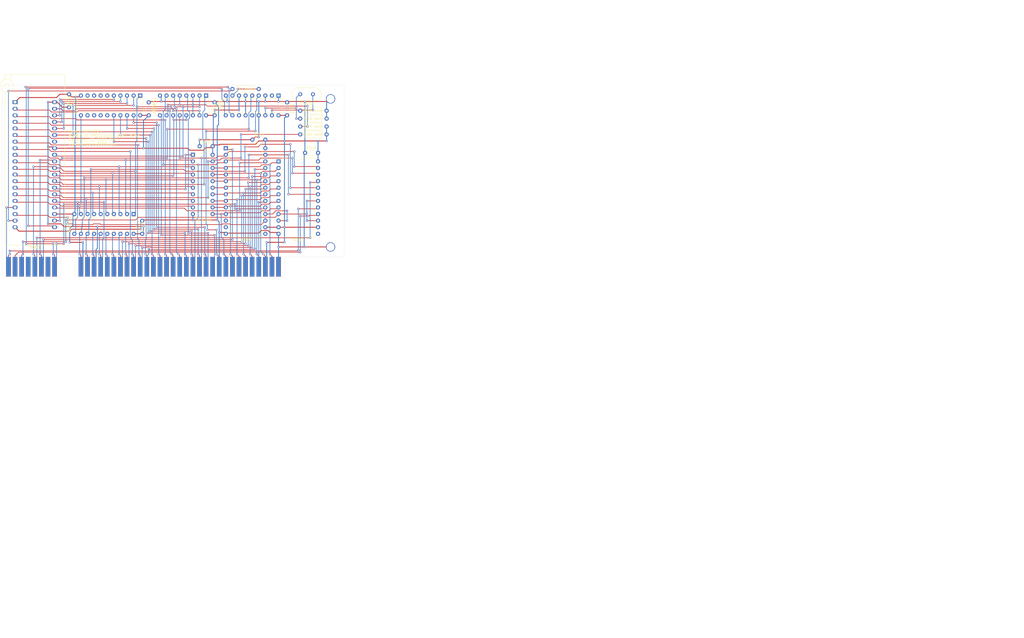
<source format=kicad_pcb>
(kicad_pcb (version 20171130) (host pcbnew "(5.1.8)-1")
  (layers (0 F.Cu signal) (31 B.Cu signal) (34 B.Paste user) (35 F.Paste user) (36 B.SilkS user) (37 F.SilkS user) (38 B.Mask user) (39 F.Mask user) (44 Edge.Cuts user))
  (net 0 "")
  (net 1 /5+)
  (net 2 /GND)
  (net 3 /IRQ2)
  (net 4 /5-)
  (net 5 /DRQ2)
  (net 6 /12-)
  (net 7 /12+)
  (net 8 /DACK3)
  (net 9 /DRQ3)
  (net 10 /DACK1)
  (net 11 /DRQ1)
  (net 12 /IRQ7)
  (net 13 /IRQ6)
  (net 14 /IRQ5)
  (net 15 /IRQ4)
  (net 16 /IRQ3)
  (net 17 /DACK2)
  (net 18 /TC)
  (net 19 /ALE)
  (net 20 /CH_CK)
  (net 21 /D7)
  (net 22 /D6)
  (net 23 /D5)
  (net 24 /D4)
  (net 25 /D3)
  (net 26 /D2)
  (net 27 /D1)
  (net 28 /D0)
  (net 29 /RDY1)
  (net 30 /AEN)
  (net 31 /A19)
  (net 32 /A18)
  (net 33 /A17)
  (net 34 /A16)
  (net 35 /A15)
  (net 36 /A14)
  (net 37 /A13)
  (net 38 /A12)
  (net 39 /A11)
  (net 40 /A10)
  (net 41 /A9)
  (net 42 /A8)
  (net 43 /A7)
  (net 44 /A6)
  (net 45 /A5)
  (net 46 /A4)
  (net 47 /A3)
  (net 48 /A2)
  (net 49 /A1)
  (net 50 /A0)
  (net 51 /RESOUT)
  (net 52 /MWR)
  (net 53 /MRD)
  (net 54 /IOWR)
  (net 55 /IORD)
  (net 56 /REFRQ)
  (net 57 /NC)
  (net 58 /OSC88)
  (net 59 /CLK88)
  (net 60 /AD0)
  (net 61 /AD2)
  (net 62 /AD4)
  (net 63 /AD6)
  (net 64 /AD1)
  (net 65 /AD3)
  (net 66 /AD5)
  (net 67 /AD7)
  (net 68 /A16_)
  (net 69 /A18_)
  (net 70 /A17_)
  (net 71 /A19_)
  (net 72 /SPK_OUT)
  (net 73 /SPK_GO)
  (net 74 /HF_PCLK)
  (net 75 /DRQ0)
  (net 76 /HOLDA)
  (net 77 /HOLD)
  (net 78 /READY)
  (net 79 /RESET)
  (net 80 /NMI)
  (net 81 /IO_008X)
  (net 82 /IO_006X)
  (net 83 /IO_004X)
  (net 84 /IO_002X)
  (net 85 /IO_000X)
  (net 86 /IRQ1)
  (net 87 /DEN)
  (net 88 /X1)
  (net 89 /DTR)
  (net 90 /X2)
  (net 91 /CLK1)
  (net 92 /CLK_88)
  (net 93 /PU1)
  (net 94 /READY1)
  (net 95 /RESET1)
  (net 96 /INTR)
  (net 97 /RD)
  (net 98 /WR)
  (net 99 /IO_M)
  (net 100 /INTA)
  (net 101 "Net-(U6-Pad12)")
  (net 102 /IRQ0)
  (net 103 "Net-(U7-Pad13)")
  (net 104 "Net-(J1-Pad7)")
  (net 105 "Net-(U1-Pad34)")
  (net 106 "Net-(U2-Pad9)")
  (net 107 "Net-(U2-Pad8)")
  (net 108 "Net-(U2-Pad7)")
  (net 109 "Net-(U2-Pad6)")
  (net 110 "Net-(U2-Pad15)")
  (net 111 "Net-(U2-Pad14)")
  (net 112 "Net-(U2-Pad13)")
  (net 113 "Net-(U2-Pad12)")
  (net 114 "Net-(U6-Pad14)")
  (net 115 "Net-(U6-Pad2)")
  (net 116 "Net-(U7-Pad12)")
  (net 117 "Net-(U7-Pad15)")
  (net 118 "Net-(U8-Pad13)")
  (module Socket:DIP_Socket-40_W11.9_W12.7_W15.24_W17.78_W18.5_3M_240-1280-00-0602J (layer F.Cu) (at 59.93638 66.2686)
    (fp_text reference U1 hide)
    (fp_text value 8088 (at 7.62 56.04) (layer F.SilkS))
    (pad 21 thru_hole oval (at 15.24 48.26) (size 2 1.44) (drill 1) (layers *.Cu *.Mask) (net 95 /RESET1))
    (pad 20 thru_hole oval (at 0 48.26) (size 2 1.44) (drill 1) (layers *.Cu *.Mask) (net 2 /GND))
    (pad 22 thru_hole oval (at 15.24 45.72) (size 2 1.44) (drill 1) (layers *.Cu *.Mask) (net 94 /READY1))
    (pad 19 thru_hole oval (at 0 45.72) (size 2 1.44) (drill 1) (layers *.Cu *.Mask) (net 92 /CLK_88))
    (pad 23 thru_hole oval (at 15.24 43.18) (size 2 1.44) (drill 1) (layers *.Cu *.Mask) (net 2 /GND))
    (pad 18 thru_hole oval (at 0 43.18) (size 2 1.44) (drill 1) (layers *.Cu *.Mask) (net 96 /INTR))
    (pad 24 thru_hole oval (at 15.24 40.64) (size 2 1.44) (drill 1) (layers *.Cu *.Mask) (net 100 /INTA))
    (pad 17 thru_hole oval (at 0 40.64) (size 2 1.44) (drill 1) (layers *.Cu *.Mask) (net 80 /NMI))
    (pad 25 thru_hole oval (at 15.24 38.1) (size 2 1.44) (drill 1) (layers *.Cu *.Mask) (net 19 /ALE))
    (pad 16 thru_hole oval (at 0 38.1) (size 2 1.44) (drill 1) (layers *.Cu *.Mask) (net 60 /AD0))
    (pad 26 thru_hole oval (at 15.24 35.56) (size 2 1.44) (drill 1) (layers *.Cu *.Mask) (net 87 /DEN))
    (pad 15 thru_hole oval (at 0 35.56) (size 2 1.44) (drill 1) (layers *.Cu *.Mask) (net 64 /AD1))
    (pad 27 thru_hole oval (at 15.24 33.02) (size 2 1.44) (drill 1) (layers *.Cu *.Mask) (net 89 /DTR))
    (pad 14 thru_hole oval (at 0 33.02) (size 2 1.44) (drill 1) (layers *.Cu *.Mask) (net 61 /AD2))
    (pad 28 thru_hole oval (at 15.24 30.48) (size 2 1.44) (drill 1) (layers *.Cu *.Mask) (net 99 /IO_M))
    (pad 13 thru_hole oval (at 0 30.48) (size 2 1.44) (drill 1) (layers *.Cu *.Mask) (net 65 /AD3))
    (pad 29 thru_hole oval (at 15.24 27.94) (size 2 1.44) (drill 1) (layers *.Cu *.Mask) (net 98 /WR))
    (pad 12 thru_hole oval (at 0 27.94) (size 2 1.44) (drill 1) (layers *.Cu *.Mask) (net 62 /AD4))
    (pad 30 thru_hole oval (at 15.24 25.4) (size 2 1.44) (drill 1) (layers *.Cu *.Mask) (net 76 /HOLDA))
    (pad 11 thru_hole oval (at 0 25.4) (size 2 1.44) (drill 1) (layers *.Cu *.Mask) (net 66 /AD5))
    (pad 31 thru_hole oval (at 15.24 22.86) (size 2 1.44) (drill 1) (layers *.Cu *.Mask) (net 77 /HOLD))
    (pad 10 thru_hole oval (at 0 22.86) (size 2 1.44) (drill 1) (layers *.Cu *.Mask) (net 63 /AD6))
    (pad 32 thru_hole oval (at 15.24 20.32) (size 2 1.44) (drill 1) (layers *.Cu *.Mask) (net 97 /RD))
    (pad 9 thru_hole oval (at 0 20.32) (size 2 1.44) (drill 1) (layers *.Cu *.Mask) (net 67 /AD7))
    (pad 33 thru_hole oval (at 15.24 17.78) (size 2 1.44) (drill 1) (layers *.Cu *.Mask) (net 1 /5+))
    (pad 8 thru_hole oval (at 0 17.78) (size 2 1.44) (drill 1) (layers *.Cu *.Mask) (net 42 /A8))
    (pad 34 thru_hole oval (at 15.24 15.24) (size 2 1.44) (drill 1) (layers *.Cu *.Mask) (net 105 "Net-(U1-Pad34)"))
    (pad 7 thru_hole oval (at 0 15.24) (size 2 1.44) (drill 1) (layers *.Cu *.Mask) (net 41 /A9))
    (pad 35 thru_hole oval (at 15.24 12.7) (size 2 1.44) (drill 1) (layers *.Cu *.Mask) (net 71 /A19_))
    (pad 6 thru_hole oval (at 0 12.7) (size 2 1.44) (drill 1) (layers *.Cu *.Mask) (net 40 /A10))
    (pad 36 thru_hole oval (at 15.24 10.16) (size 2 1.44) (drill 1) (layers *.Cu *.Mask) (net 69 /A18_))
    (pad 5 thru_hole oval (at 0 10.16) (size 2 1.44) (drill 1) (layers *.Cu *.Mask) (net 39 /A11))
    (pad 37 thru_hole oval (at 15.24 7.62) (size 2 1.44) (drill 1) (layers *.Cu *.Mask) (net 70 /A17_))
    (pad 4 thru_hole oval (at 0 7.62) (size 2 1.44) (drill 1) (layers *.Cu *.Mask) (net 38 /A12))
    (pad 38 thru_hole oval (at 15.24 5.08) (size 2 1.44) (drill 1) (layers *.Cu *.Mask) (net 68 /A16_))
    (pad 3 thru_hole oval (at 0 5.08) (size 2 1.44) (drill 1) (layers *.Cu *.Mask) (net 37 /A13))
    (pad 39 thru_hole oval (at 15.24 2.54) (size 2 1.44) (drill 1) (layers *.Cu *.Mask) (net 35 /A15))
    (pad 2 thru_hole oval (at 0 2.54) (size 2 1.44) (drill 1) (layers *.Cu *.Mask) (net 36 /A14))
    (pad 40 thru_hole oval (at 15.24 0) (size 2 1.44) (drill 1) (layers *.Cu *.Mask) (net 1 /5+))
    (pad 1 thru_hole rect (at 0 0) (size 2 1.44) (drill 1) (layers *.Cu *.Mask) (net 2 /GND))
  )
  (module Capacitor_THT:C_Disc_D4.3mm_W1.9mm_P5.00mm (layer F.Cu) (at 80.76438 63.2206 270)
    (fp_text reference C1 hide)
    (fp_text value 0.1uF (at 2.794 0 270 unlocked) (layer F.SilkS))
    (pad 2 thru_hole circle (at 5 0 270) (size 1.6 1.6) (drill 0.8) (layers *.Cu *.Mask) (net 1 /5+))
    (pad 1 thru_hole circle (at 0 0 270) (size 1.6 1.6) (drill 0.8) (layers *.Cu *.Mask) (net 2 /GND))
  )
  (module Crystal:Crystal_HC18-U_Vertical (layer F.Cu) (at 169.91838 63.2206)
    (fp_text reference Y1 hide)
    (fp_text value Crystal (at 2.45 3.525) (layer F.SilkS))
    (pad 2 thru_hole circle (at 4.9 0) (size 1.5 1.5) (drill 0.8) (layers *.Cu *.Mask) (net 88 /X1))
    (pad 1 thru_hole circle (at 0 0) (size 1.5 1.5) (drill 0.8) (layers *.Cu *.Mask) (net 90 /X2))
  )
  (module Package_DIP:DIP-16_W7.62mm (layer F.Cu) (at 133.59638 63.7286 270)
    (fp_text reference U5 hide)
    (fp_text value 74LS257 (at 3.81 20.11 270 unlocked) (layer F.SilkS))
    (pad 16 thru_hole oval (at 7.62 0 270) (size 1.6 1.6) (drill 0.8) (layers *.Cu *.Mask) (net 1 /5+))
    (pad 8 thru_hole oval (at 0 17.78 270) (size 1.6 1.6) (drill 0.8) (layers *.Cu *.Mask) (net 2 /GND))
    (pad 15 thru_hole oval (at 7.62 2.54 270) (size 1.6 1.6) (drill 0.8) (layers *.Cu *.Mask) (net 76 /HOLDA))
    (pad 7 thru_hole oval (at 0 15.24 270) (size 1.6 1.6) (drill 0.8) (layers *.Cu *.Mask) (net 55 /IORD))
    (pad 14 thru_hole oval (at 7.62 5.08 270) (size 1.6 1.6) (drill 0.8) (layers *.Cu *.Mask) (net 93 /PU1))
    (pad 6 thru_hole oval (at 0 12.7 270) (size 1.6 1.6) (drill 0.8) (layers *.Cu *.Mask) (net 97 /RD))
    (pad 13 thru_hole oval (at 7.62 7.62 270) (size 1.6 1.6) (drill 0.8) (layers *.Cu *.Mask) (net 98 /WR))
    (pad 5 thru_hole oval (at 0 10.16 270) (size 1.6 1.6) (drill 0.8) (layers *.Cu *.Mask) (net 93 /PU1))
    (pad 12 thru_hole oval (at 7.62 10.16 270) (size 1.6 1.6) (drill 0.8) (layers *.Cu *.Mask) (net 54 /IOWR))
    (pad 4 thru_hole oval (at 0 7.62 270) (size 1.6 1.6) (drill 0.8) (layers *.Cu *.Mask) (net 53 /MRD))
    (pad 11 thru_hole oval (at 7.62 12.7 270) (size 1.6 1.6) (drill 0.8) (layers *.Cu *.Mask) (net 98 /WR))
    (pad 3 thru_hole oval (at 0 5.08 270) (size 1.6 1.6) (drill 0.8) (layers *.Cu *.Mask) (net 93 /PU1))
    (pad 10 thru_hole oval (at 7.62 15.24 270) (size 1.6 1.6) (drill 0.8) (layers *.Cu *.Mask) (net 93 /PU1))
    (pad 2 thru_hole oval (at 0 2.54 270) (size 1.6 1.6) (drill 0.8) (layers *.Cu *.Mask) (net 97 /RD))
    (pad 9 thru_hole oval (at 7.62 17.78 270) (size 1.6 1.6) (drill 0.8) (layers *.Cu *.Mask) (net 52 /MWR))
    (pad 1 thru_hole rect (at 0 0 270) (size 1.6 1.6) (drill 0.8) (layers *.Cu *.Mask) (net 99 /IO_M))
  )
  (module Package_DIP:DIP-24_W15.24mm (layer F.Cu) (at 161.53638 89.1286)
    (fp_text reference U8 hide)
    (fp_text value 8253 (at 7.62 30.27) (layer F.SilkS))
    (pad 24 thru_hole oval (at 15.24 0) (size 1.6 1.6) (drill 0.8) (layers *.Cu *.Mask) (net 1 /5+))
    (pad 12 thru_hole oval (at 0 27.94) (size 1.6 1.6) (drill 0.8) (layers *.Cu *.Mask) (net 2 /GND))
    (pad 23 thru_hole oval (at 15.24 2.54) (size 1.6 1.6) (drill 0.8) (layers *.Cu *.Mask) (net 54 /IOWR))
    (pad 11 thru_hole oval (at 0 25.4) (size 1.6 1.6) (drill 0.8) (layers *.Cu *.Mask) (net 1 /5+))
    (pad 22 thru_hole oval (at 15.24 5.08) (size 1.6 1.6) (drill 0.8) (layers *.Cu *.Mask) (net 55 /IORD))
    (pad 10 thru_hole oval (at 0 22.86) (size 1.6 1.6) (drill 0.8) (layers *.Cu *.Mask) (net 102 /IRQ0))
    (pad 21 thru_hole oval (at 15.24 7.62) (size 1.6 1.6) (drill 0.8) (layers *.Cu *.Mask) (net 83 /IO_004X))
    (pad 9 thru_hole oval (at 0 20.32) (size 1.6 1.6) (drill 0.8) (layers *.Cu *.Mask) (net 74 /HF_PCLK))
    (pad 20 thru_hole oval (at 15.24 10.16) (size 1.6 1.6) (drill 0.8) (layers *.Cu *.Mask) (net 49 /A1))
    (pad 8 thru_hole oval (at 0 17.78) (size 1.6 1.6) (drill 0.8) (layers *.Cu *.Mask) (net 28 /D0))
    (pad 19 thru_hole oval (at 15.24 12.7) (size 1.6 1.6) (drill 0.8) (layers *.Cu *.Mask) (net 50 /A0))
    (pad 7 thru_hole oval (at 0 15.24) (size 1.6 1.6) (drill 0.8) (layers *.Cu *.Mask) (net 27 /D1))
    (pad 18 thru_hole oval (at 15.24 15.24) (size 1.6 1.6) (drill 0.8) (layers *.Cu *.Mask) (net 74 /HF_PCLK))
    (pad 6 thru_hole oval (at 0 12.7) (size 1.6 1.6) (drill 0.8) (layers *.Cu *.Mask) (net 26 /D2))
    (pad 17 thru_hole oval (at 15.24 17.78) (size 1.6 1.6) (drill 0.8) (layers *.Cu *.Mask) (net 72 /SPK_OUT))
    (pad 5 thru_hole oval (at 0 10.16) (size 1.6 1.6) (drill 0.8) (layers *.Cu *.Mask) (net 25 /D3))
    (pad 16 thru_hole oval (at 15.24 20.32) (size 1.6 1.6) (drill 0.8) (layers *.Cu *.Mask) (net 73 /SPK_GO))
    (pad 4 thru_hole oval (at 0 7.62) (size 1.6 1.6) (drill 0.8) (layers *.Cu *.Mask) (net 24 /D4))
    (pad 15 thru_hole oval (at 15.24 22.86) (size 1.6 1.6) (drill 0.8) (layers *.Cu *.Mask) (net 74 /HF_PCLK))
    (pad 3 thru_hole oval (at 0 5.08) (size 1.6 1.6) (drill 0.8) (layers *.Cu *.Mask) (net 23 /D5))
    (pad 14 thru_hole oval (at 15.24 25.4) (size 1.6 1.6) (drill 0.8) (layers *.Cu *.Mask) (net 1 /5+))
    (pad 2 thru_hole oval (at 0 2.54) (size 1.6 1.6) (drill 0.8) (layers *.Cu *.Mask) (net 22 /D6))
    (pad 13 thru_hole oval (at 15.24 27.94) (size 1.6 1.6) (drill 0.8) (layers *.Cu *.Mask) (net 118 "Net-(U8-Pad13)"))
    (pad 1 thru_hole rect (at 0 0) (size 1.6 1.6) (drill 0.8) (layers *.Cu *.Mask) (net 21 /D7))
  )
  (module Package_DIP:DIP-28_W15.24mm (layer F.Cu) (at 141.21638 84.0486)
    (fp_text reference U7 hide)
    (fp_text value 8259 (at 7.62 35.35) (layer F.SilkS))
    (pad 28 thru_hole oval (at 15.24 0) (size 1.6 1.6) (drill 0.8) (layers *.Cu *.Mask) (net 1 /5+))
    (pad 14 thru_hole oval (at 0 33.02) (size 1.6 1.6) (drill 0.8) (layers *.Cu *.Mask) (net 2 /GND))
    (pad 27 thru_hole oval (at 15.24 2.54) (size 1.6 1.6) (drill 0.8) (layers *.Cu *.Mask) (net 50 /A0))
    (pad 13 thru_hole oval (at 0 30.48) (size 1.6 1.6) (drill 0.8) (layers *.Cu *.Mask) (net 103 "Net-(U7-Pad13)"))
    (pad 26 thru_hole oval (at 15.24 5.08) (size 1.6 1.6) (drill 0.8) (layers *.Cu *.Mask) (net 100 /INTA))
    (pad 12 thru_hole oval (at 0 27.94) (size 1.6 1.6) (drill 0.8) (layers *.Cu *.Mask) (net 116 "Net-(U7-Pad12)"))
    (pad 25 thru_hole oval (at 15.24 7.62) (size 1.6 1.6) (drill 0.8) (layers *.Cu *.Mask) (net 12 /IRQ7))
    (pad 11 thru_hole oval (at 0 25.4) (size 1.6 1.6) (drill 0.8) (layers *.Cu *.Mask) (net 28 /D0))
    (pad 24 thru_hole oval (at 15.24 10.16) (size 1.6 1.6) (drill 0.8) (layers *.Cu *.Mask) (net 13 /IRQ6))
    (pad 10 thru_hole oval (at 0 22.86) (size 1.6 1.6) (drill 0.8) (layers *.Cu *.Mask) (net 27 /D1))
    (pad 23 thru_hole oval (at 15.24 12.7) (size 1.6 1.6) (drill 0.8) (layers *.Cu *.Mask) (net 14 /IRQ5))
    (pad 9 thru_hole oval (at 0 20.32) (size 1.6 1.6) (drill 0.8) (layers *.Cu *.Mask) (net 26 /D2))
    (pad 22 thru_hole oval (at 15.24 15.24) (size 1.6 1.6) (drill 0.8) (layers *.Cu *.Mask) (net 15 /IRQ4))
    (pad 8 thru_hole oval (at 0 17.78) (size 1.6 1.6) (drill 0.8) (layers *.Cu *.Mask) (net 25 /D3))
    (pad 21 thru_hole oval (at 15.24 17.78) (size 1.6 1.6) (drill 0.8) (layers *.Cu *.Mask) (net 16 /IRQ3))
    (pad 7 thru_hole oval (at 0 15.24) (size 1.6 1.6) (drill 0.8) (layers *.Cu *.Mask) (net 24 /D4))
    (pad 20 thru_hole oval (at 15.24 20.32) (size 1.6 1.6) (drill 0.8) (layers *.Cu *.Mask) (net 3 /IRQ2))
    (pad 6 thru_hole oval (at 0 12.7) (size 1.6 1.6) (drill 0.8) (layers *.Cu *.Mask) (net 23 /D5))
    (pad 19 thru_hole oval (at 15.24 22.86) (size 1.6 1.6) (drill 0.8) (layers *.Cu *.Mask) (net 86 /IRQ1))
    (pad 5 thru_hole oval (at 0 10.16) (size 1.6 1.6) (drill 0.8) (layers *.Cu *.Mask) (net 22 /D6))
    (pad 18 thru_hole oval (at 15.24 25.4) (size 1.6 1.6) (drill 0.8) (layers *.Cu *.Mask) (net 102 /IRQ0))
    (pad 4 thru_hole oval (at 0 7.62) (size 1.6 1.6) (drill 0.8) (layers *.Cu *.Mask) (net 21 /D7))
    (pad 17 thru_hole oval (at 15.24 27.94) (size 1.6 1.6) (drill 0.8) (layers *.Cu *.Mask) (net 96 /INTR))
    (pad 3 thru_hole oval (at 0 5.08) (size 1.6 1.6) (drill 0.8) (layers *.Cu *.Mask) (net 55 /IORD))
    (pad 16 thru_hole oval (at 15.24 30.48) (size 1.6 1.6) (drill 0.8) (layers *.Cu *.Mask) (net 1 /5+))
    (pad 2 thru_hole oval (at 0 2.54) (size 1.6 1.6) (drill 0.8) (layers *.Cu *.Mask) (net 54 /IOWR))
    (pad 15 thru_hole oval (at 15.24 33.02) (size 1.6 1.6) (drill 0.8) (layers *.Cu *.Mask) (net 117 "Net-(U7-Pad15)"))
    (pad 1 thru_hole rect (at 0 0) (size 1.6 1.6) (drill 0.8) (layers *.Cu *.Mask) (net 84 /IO_002X))
  )
  (module Package_DIP:DIP-18_W7.62mm (layer F.Cu) (at 161.53638 63.7286 270)
    (fp_text reference U6 hide)
    (fp_text value 8284 (at 3.81 22.65 270 unlocked) (layer F.SilkS))
    (pad 18 thru_hole oval (at 7.62 0 270) (size 1.6 1.6) (drill 0.8) (layers *.Cu *.Mask) (net 1 /5+))
    (pad 9 thru_hole oval (at 0 20.32 270) (size 1.6 1.6) (drill 0.8) (layers *.Cu *.Mask) (net 2 /GND))
    (pad 17 thru_hole oval (at 7.62 2.54 270) (size 1.6 1.6) (drill 0.8) (layers *.Cu *.Mask) (net 88 /X1))
    (pad 8 thru_hole oval (at 0 17.78 270) (size 1.6 1.6) (drill 0.8) (layers *.Cu *.Mask) (net 91 /CLK1))
    (pad 16 thru_hole oval (at 7.62 5.08 270) (size 1.6 1.6) (drill 0.8) (layers *.Cu *.Mask) (net 90 /X2))
    (pad 7 thru_hole oval (at 0 15.24 270) (size 1.6 1.6) (drill 0.8) (layers *.Cu *.Mask) (net 1 /5+))
    (pad 15 thru_hole oval (at 7.62 7.62 270) (size 1.6 1.6) (drill 0.8) (layers *.Cu *.Mask) (net 2 /GND))
    (pad 6 thru_hole oval (at 0 12.7 270) (size 1.6 1.6) (drill 0.8) (layers *.Cu *.Mask) (net 2 /GND))
    (pad 14 thru_hole oval (at 7.62 10.16 270) (size 1.6 1.6) (drill 0.8) (layers *.Cu *.Mask) (net 114 "Net-(U6-Pad14)"))
    (pad 5 thru_hole oval (at 0 10.16 270) (size 1.6 1.6) (drill 0.8) (layers *.Cu *.Mask) (net 94 /READY1))
    (pad 13 thru_hole oval (at 7.62 12.7 270) (size 1.6 1.6) (drill 0.8) (layers *.Cu *.Mask) (net 2 /GND))
    (pad 4 thru_hole oval (at 0 7.62 270) (size 1.6 1.6) (drill 0.8) (layers *.Cu *.Mask) (net 29 /RDY1))
    (pad 12 thru_hole oval (at 7.62 15.24 270) (size 1.6 1.6) (drill 0.8) (layers *.Cu *.Mask) (net 101 "Net-(U6-Pad12)"))
    (pad 3 thru_hole oval (at 0 5.08 270) (size 1.6 1.6) (drill 0.8) (layers *.Cu *.Mask) (net 2 /GND))
    (pad 11 thru_hole oval (at 7.62 17.78 270) (size 1.6 1.6) (drill 0.8) (layers *.Cu *.Mask) (net 79 /RESET))
    (pad 2 thru_hole oval (at 0 2.54 270) (size 1.6 1.6) (drill 0.8) (layers *.Cu *.Mask) (net 115 "Net-(U6-Pad2)"))
    (pad 10 thru_hole oval (at 7.62 20.32 270) (size 1.6 1.6) (drill 0.8) (layers *.Cu *.Mask) (net 95 /RESET1))
    (pad 1 thru_hole rect (at 0 0 270) (size 1.6 1.6) (drill 0.8) (layers *.Cu *.Mask) (net 2 /GND))
  )
  (module Resistor_THT:R_Axial_DIN0207_L6.3mm_D2.5mm_P10.16mm_Horizontal (layer F.Cu) (at 169.91838 75.6666)
    (fp_text reference R4 hide)
    (fp_text value "10K ohm" (at 5.08 0) (layer F.SilkS))
    (pad 2 thru_hole oval (at 10.16 0) (size 1.6 1.6) (drill 0.8) (layers *.Cu *.Mask) (net 1 /5+))
    (pad 1 thru_hole circle (at 0 0) (size 1.6 1.6) (drill 0.8) (layers *.Cu *.Mask) (net 93 /PU1))
  )
  (module Resistor_THT:R_Axial_DIN0207_L6.3mm_D2.5mm_P10.16mm_Horizontal (layer F.Cu) (at 169.91838 69.5706)
    (fp_text reference R2 hide)
    (fp_text value "510 ohm" (at 5.08 0) (layer F.SilkS))
    (pad 2 thru_hole oval (at 10.16 0) (size 1.6 1.6) (drill 0.8) (layers *.Cu *.Mask) (net 2 /GND))
    (pad 1 thru_hole circle (at 0 0) (size 1.6 1.6) (drill 0.8) (layers *.Cu *.Mask) (net 88 /X1))
  )
  (module Resistor_THT:R_Axial_DIN0207_L6.3mm_D2.5mm_P10.16mm_Horizontal (layer F.Cu) (at 169.91838 72.6186)
    (fp_text reference R3 hide)
    (fp_text value "510 ohm" (at 5.08 0) (layer F.SilkS))
    (pad 2 thru_hole oval (at 10.16 0) (size 1.6 1.6) (drill 0.8) (layers *.Cu *.Mask) (net 2 /GND))
    (pad 1 thru_hole circle (at 0 0) (size 1.6 1.6) (drill 0.8) (layers *.Cu *.Mask) (net 90 /X2))
  )
  (module Resistor_THT:R_Axial_DIN0207_L6.3mm_D2.5mm_P10.16mm_Horizontal (layer F.Cu) (at 143.75638 61.1886)
    (fp_text reference R1 hide)
    (fp_text value "27 ohm" (at 5.08 0) (layer F.SilkS))
    (pad 2 thru_hole oval (at 10.16 0) (size 1.6 1.6) (drill 0.8) (layers *.Cu *.Mask) (net 91 /CLK1))
    (pad 1 thru_hole circle (at 0 0) (size 1.6 1.6) (drill 0.8) (layers *.Cu *.Mask) (net 92 /CLK_88))
  )
  (module Resistor_THT:R_Axial_DIN0207_L6.3mm_D2.5mm_P10.16mm_Horizontal (layer F.Cu) (at 169.91838 78.7146)
    (fp_text reference R5 hide)
    (fp_text value "10K ohm" (at 5.08 0) (layer F.SilkS))
    (pad 2 thru_hole oval (at 10.16 0) (size 1.6 1.6) (drill 0.8) (layers *.Cu *.Mask) (net 1 /5+))
    (pad 1 thru_hole circle (at 0 0) (size 1.6 1.6) (drill 0.8) (layers *.Cu *.Mask) (net 87 /DEN))
  )
  (module Capacitor_THT:C_Disc_D4.3mm_W1.9mm_P5.00mm (layer F.Cu) (at 171.77638 85.8266)
    (fp_text reference C8 hide)
    (fp_text value 0.1uF (at 2.46 -2.032 unlocked) (layer F.SilkS))
    (pad 2 thru_hole circle (at 5 0) (size 1.6 1.6) (drill 0.8) (layers *.Cu *.Mask) (net 1 /5+))
    (pad 1 thru_hole circle (at 0 0) (size 1.6 1.6) (drill 0.8) (layers *.Cu *.Mask) (net 2 /GND))
  )
  (module Capacitor_THT:C_Disc_D4.3mm_W1.9mm_P5.00mm (layer F.Cu) (at 151.45638 80.7466)
    (fp_text reference C7 hide)
    (fp_text value 0.1uF (at 2.714 -2.032) (layer F.SilkS))
    (pad 2 thru_hole circle (at 5 0) (size 1.6 1.6) (drill 0.8) (layers *.Cu *.Mask) (net 1 /5+))
    (pad 1 thru_hole circle (at 0 0) (size 1.6 1.6) (drill 0.8) (layers *.Cu *.Mask) (net 2 /GND))
  )
  (module Capacitor_THT:C_Disc_D4.3mm_W1.9mm_P5.00mm (layer F.Cu) (at 164.83838 66.3486 270)
    (fp_text reference C6 hide)
    (fp_text value 0.1uF (at 2.54 -2.032 270 unlocked) (layer F.SilkS))
    (pad 2 thru_hole circle (at 5 0 270) (size 1.6 1.6) (drill 0.8) (layers *.Cu *.Mask) (net 1 /5+))
    (pad 1 thru_hole circle (at 0 0 270) (size 1.6 1.6) (drill 0.8) (layers *.Cu *.Mask) (net 2 /GND))
  )
  (module Capacitor_THT:C_Disc_D4.3mm_W1.9mm_P5.00mm (layer F.Cu) (at 136.89838 66.3486 270)
    (fp_text reference C5 hide)
    (fp_text value 0.1uF (at 2.46 0 270 unlocked) (layer F.SilkS))
    (pad 2 thru_hole circle (at 5 0 270) (size 1.6 1.6) (drill 0.8) (layers *.Cu *.Mask) (net 1 /5+))
    (pad 1 thru_hole circle (at 0 0 270) (size 1.6 1.6) (drill 0.8) (layers *.Cu *.Mask) (net 2 /GND))
  )
  (module My:16_EDGE_CARD_BUS (layer F.Cu) (at 75.17638 125.9586 270)
    (fp_text reference J1 hide)
    (fp_text value Conn_02x08_Counter_Clockwise hide)
    (pad 9 connect rect (at 3.81 17.78) (size 1.78 7.62) (layers F.Cu F.Mask) (net 72 /SPK_OUT))
    (pad 10 connect rect (at 3.81 15.24) (size 1.78 7.62) (layers F.Cu F.Mask) (net 73 /SPK_GO))
    (pad 11 connect rect (at 3.81 12.7) (size 1.78 7.62) (layers F.Cu F.Mask) (net 74 /HF_PCLK))
    (pad 12 connect rect (at 3.81 10.16) (size 1.78 7.62) (layers F.Cu F.Mask) (net 75 /DRQ0))
    (pad 13 connect rect (at 3.81 7.62) (size 1.78 7.62) (layers F.Cu F.Mask) (net 76 /HOLDA))
    (pad 14 connect rect (at 3.81 5.08) (size 1.78 7.62) (layers F.Cu F.Mask) (net 77 /HOLD))
    (pad 15 connect rect (at 3.81 2.54) (size 1.78 7.62) (layers F.Cu F.Mask) (net 78 /READY))
    (pad 16 connect rect (at 3.81 0) (size 1.78 7.62) (layers F.Cu F.Mask) (net 79 /RESET))
    (pad 8 connect rect (at 3.81 17.78) (size 1.78 7.62) (layers B.Cu B.Mask) (net 80 /NMI))
    (pad 7 connect rect (at 3.81 15.24) (size 1.78 7.62) (layers B.Cu B.Mask) (net 104 "Net-(J1-Pad7)"))
    (pad 6 connect rect (at 3.81 12.7) (size 1.78 7.62) (layers B.Cu B.Mask) (net 81 /IO_008X))
    (pad 5 connect rect (at 3.81 10.16) (size 1.78 7.62) (layers B.Cu B.Mask) (net 82 /IO_006X))
    (pad 4 connect rect (at 3.81 7.62) (size 1.78 7.62) (layers B.Cu B.Mask) (net 83 /IO_004X))
    (pad 3 connect rect (at 3.81 5.08) (size 1.78 7.62) (layers B.Cu B.Mask) (net 84 /IO_002X))
    (pad 2 connect rect (at 3.81 2.54) (size 1.78 7.62) (layers B.Cu B.Mask) (net 85 /IO_000X))
    (pad 1 connect rect (at 3.81 0) (size 1.78 7.62) (layers B.Cu B.Mask) (net 86 /IRQ1))
  )
  (module Package_DIP:DIP-20_W7.62mm (layer F.Cu) (at 128.51638 86.5886)
    (fp_text reference U4 hide)
    (fp_text value 74LS245 (at 3.81 25.19 unlocked) (layer F.SilkS))
    (pad 20 thru_hole oval (at 7.62 0) (size 1.6 1.6) (drill 0.8) (layers *.Cu *.Mask) (net 1 /5+))
    (pad 10 thru_hole oval (at 0 22.86) (size 1.6 1.6) (drill 0.8) (layers *.Cu *.Mask) (net 2 /GND))
    (pad 19 thru_hole oval (at 7.62 2.54) (size 1.6 1.6) (drill 0.8) (layers *.Cu *.Mask) (net 87 /DEN))
    (pad 9 thru_hole oval (at 0 20.32) (size 1.6 1.6) (drill 0.8) (layers *.Cu *.Mask) (net 60 /AD0))
    (pad 18 thru_hole oval (at 7.62 5.08) (size 1.6 1.6) (drill 0.8) (layers *.Cu *.Mask) (net 21 /D7))
    (pad 8 thru_hole oval (at 0 17.78) (size 1.6 1.6) (drill 0.8) (layers *.Cu *.Mask) (net 64 /AD1))
    (pad 17 thru_hole oval (at 7.62 7.62) (size 1.6 1.6) (drill 0.8) (layers *.Cu *.Mask) (net 22 /D6))
    (pad 7 thru_hole oval (at 0 15.24) (size 1.6 1.6) (drill 0.8) (layers *.Cu *.Mask) (net 61 /AD2))
    (pad 16 thru_hole oval (at 7.62 10.16) (size 1.6 1.6) (drill 0.8) (layers *.Cu *.Mask) (net 23 /D5))
    (pad 6 thru_hole oval (at 0 12.7) (size 1.6 1.6) (drill 0.8) (layers *.Cu *.Mask) (net 65 /AD3))
    (pad 15 thru_hole oval (at 7.62 12.7) (size 1.6 1.6) (drill 0.8) (layers *.Cu *.Mask) (net 24 /D4))
    (pad 5 thru_hole oval (at 0 10.16) (size 1.6 1.6) (drill 0.8) (layers *.Cu *.Mask) (net 62 /AD4))
    (pad 14 thru_hole oval (at 7.62 15.24) (size 1.6 1.6) (drill 0.8) (layers *.Cu *.Mask) (net 25 /D3))
    (pad 4 thru_hole oval (at 0 7.62) (size 1.6 1.6) (drill 0.8) (layers *.Cu *.Mask) (net 66 /AD5))
    (pad 13 thru_hole oval (at 7.62 17.78) (size 1.6 1.6) (drill 0.8) (layers *.Cu *.Mask) (net 26 /D2))
    (pad 3 thru_hole oval (at 0 5.08) (size 1.6 1.6) (drill 0.8) (layers *.Cu *.Mask) (net 63 /AD6))
    (pad 12 thru_hole oval (at 7.62 20.32) (size 1.6 1.6) (drill 0.8) (layers *.Cu *.Mask) (net 27 /D1))
    (pad 2 thru_hole oval (at 0 2.54) (size 1.6 1.6) (drill 0.8) (layers *.Cu *.Mask) (net 67 /AD7))
    (pad 11 thru_hole oval (at 7.62 22.86) (size 1.6 1.6) (drill 0.8) (layers *.Cu *.Mask) (net 28 /D0))
    (pad 1 thru_hole rect (at 0 0) (size 1.6 1.6) (drill 0.8) (layers *.Cu *.Mask) (net 89 /DTR))
  )
  (module Package_DIP:DIP-20_W7.62mm (layer F.Cu) (at 108.19638 63.7286 270)
    (fp_text reference U2 hide)
    (fp_text value 74LS573 (at 3.81 25.19 270 unlocked) (layer F.SilkS))
    (pad 20 thru_hole oval (at 7.62 0 270) (size 1.6 1.6) (drill 0.8) (layers *.Cu *.Mask) (net 1 /5+))
    (pad 10 thru_hole oval (at 0 22.86 270) (size 1.6 1.6) (drill 0.8) (layers *.Cu *.Mask) (net 2 /GND))
    (pad 19 thru_hole oval (at 7.62 2.54 270) (size 1.6 1.6) (drill 0.8) (layers *.Cu *.Mask) (net 31 /A19))
    (pad 9 thru_hole oval (at 0 20.32 270) (size 1.6 1.6) (drill 0.8) (layers *.Cu *.Mask) (net 106 "Net-(U2-Pad9)"))
    (pad 18 thru_hole oval (at 7.62 5.08 270) (size 1.6 1.6) (drill 0.8) (layers *.Cu *.Mask) (net 32 /A18))
    (pad 8 thru_hole oval (at 0 17.78 270) (size 1.6 1.6) (drill 0.8) (layers *.Cu *.Mask) (net 107 "Net-(U2-Pad8)"))
    (pad 17 thru_hole oval (at 7.62 7.62 270) (size 1.6 1.6) (drill 0.8) (layers *.Cu *.Mask) (net 33 /A17))
    (pad 7 thru_hole oval (at 0 15.24 270) (size 1.6 1.6) (drill 0.8) (layers *.Cu *.Mask) (net 108 "Net-(U2-Pad7)"))
    (pad 16 thru_hole oval (at 7.62 10.16 270) (size 1.6 1.6) (drill 0.8) (layers *.Cu *.Mask) (net 34 /A16))
    (pad 6 thru_hole oval (at 0 12.7 270) (size 1.6 1.6) (drill 0.8) (layers *.Cu *.Mask) (net 109 "Net-(U2-Pad6)"))
    (pad 15 thru_hole oval (at 7.62 12.7 270) (size 1.6 1.6) (drill 0.8) (layers *.Cu *.Mask) (net 110 "Net-(U2-Pad15)"))
    (pad 5 thru_hole oval (at 0 10.16 270) (size 1.6 1.6) (drill 0.8) (layers *.Cu *.Mask) (net 68 /A16_))
    (pad 14 thru_hole oval (at 7.62 15.24 270) (size 1.6 1.6) (drill 0.8) (layers *.Cu *.Mask) (net 111 "Net-(U2-Pad14)"))
    (pad 4 thru_hole oval (at 0 7.62 270) (size 1.6 1.6) (drill 0.8) (layers *.Cu *.Mask) (net 70 /A17_))
    (pad 13 thru_hole oval (at 7.62 17.78 270) (size 1.6 1.6) (drill 0.8) (layers *.Cu *.Mask) (net 112 "Net-(U2-Pad13)"))
    (pad 3 thru_hole oval (at 0 5.08 270) (size 1.6 1.6) (drill 0.8) (layers *.Cu *.Mask) (net 69 /A18_))
    (pad 12 thru_hole oval (at 7.62 20.32 270) (size 1.6 1.6) (drill 0.8) (layers *.Cu *.Mask) (net 113 "Net-(U2-Pad12)"))
    (pad 2 thru_hole oval (at 0 2.54 270) (size 1.6 1.6) (drill 0.8) (layers *.Cu *.Mask) (net 71 /A19_))
    (pad 11 thru_hole oval (at 7.62 22.86 270) (size 1.6 1.6) (drill 0.8) (layers *.Cu *.Mask) (net 19 /ALE))
    (pad 1 thru_hole rect (at 0 0 270) (size 1.6 1.6) (drill 0.8) (layers *.Cu *.Mask) (net 76 /HOLDA))
  )
  (module Package_DIP:DIP-20_W7.62mm (layer F.Cu) (at 105.65638 109.4486 270)
    (fp_text reference U3 hide)
    (fp_text value 74LS573 (at 3.81 25.19 270 unlocked) (layer F.SilkS))
    (pad 20 thru_hole oval (at 7.62 0 270) (size 1.6 1.6) (drill 0.8) (layers *.Cu *.Mask) (net 1 /5+))
    (pad 10 thru_hole oval (at 0 22.86 270) (size 1.6 1.6) (drill 0.8) (layers *.Cu *.Mask) (net 2 /GND))
    (pad 19 thru_hole oval (at 7.62 2.54 270) (size 1.6 1.6) (drill 0.8) (layers *.Cu *.Mask) (net 43 /A7))
    (pad 9 thru_hole oval (at 0 20.32 270) (size 1.6 1.6) (drill 0.8) (layers *.Cu *.Mask) (net 60 /AD0))
    (pad 18 thru_hole oval (at 7.62 5.08 270) (size 1.6 1.6) (drill 0.8) (layers *.Cu *.Mask) (net 44 /A6))
    (pad 8 thru_hole oval (at 0 17.78 270) (size 1.6 1.6) (drill 0.8) (layers *.Cu *.Mask) (net 64 /AD1))
    (pad 17 thru_hole oval (at 7.62 7.62 270) (size 1.6 1.6) (drill 0.8) (layers *.Cu *.Mask) (net 45 /A5))
    (pad 7 thru_hole oval (at 0 15.24 270) (size 1.6 1.6) (drill 0.8) (layers *.Cu *.Mask) (net 61 /AD2))
    (pad 16 thru_hole oval (at 7.62 10.16 270) (size 1.6 1.6) (drill 0.8) (layers *.Cu *.Mask) (net 46 /A4))
    (pad 6 thru_hole oval (at 0 12.7 270) (size 1.6 1.6) (drill 0.8) (layers *.Cu *.Mask) (net 65 /AD3))
    (pad 15 thru_hole oval (at 7.62 12.7 270) (size 1.6 1.6) (drill 0.8) (layers *.Cu *.Mask) (net 47 /A3))
    (pad 5 thru_hole oval (at 0 10.16 270) (size 1.6 1.6) (drill 0.8) (layers *.Cu *.Mask) (net 62 /AD4))
    (pad 14 thru_hole oval (at 7.62 15.24 270) (size 1.6 1.6) (drill 0.8) (layers *.Cu *.Mask) (net 48 /A2))
    (pad 4 thru_hole oval (at 0 7.62 270) (size 1.6 1.6) (drill 0.8) (layers *.Cu *.Mask) (net 66 /AD5))
    (pad 13 thru_hole oval (at 7.62 17.78 270) (size 1.6 1.6) (drill 0.8) (layers *.Cu *.Mask) (net 49 /A1))
    (pad 3 thru_hole oval (at 0 5.08 270) (size 1.6 1.6) (drill 0.8) (layers *.Cu *.Mask) (net 63 /AD6))
    (pad 12 thru_hole oval (at 7.62 20.32 270) (size 1.6 1.6) (drill 0.8) (layers *.Cu *.Mask) (net 50 /A0))
    (pad 2 thru_hole oval (at 0 2.54 270) (size 1.6 1.6) (drill 0.8) (layers *.Cu *.Mask) (net 67 /AD7))
    (pad 11 thru_hole oval (at 7.62 22.86 270) (size 1.6 1.6) (drill 0.8) (layers *.Cu *.Mask) (net 19 /ALE))
    (pad 1 thru_hole rect (at 0 0 270) (size 1.6 1.6) (drill 0.8) (layers *.Cu *.Mask) (net 76 /HOLDA))
  )
  (module Capacitor_THT:C_Disc_D4.3mm_W1.9mm_P5.00mm (layer F.Cu) (at 131.13638 83.2866)
    (fp_text reference C4 hide)
    (fp_text value 0.1uF (at 2.714 -2.032 unlocked) (layer F.SilkS))
    (pad 2 thru_hole circle (at 5 0) (size 1.6 1.6) (drill 0.8) (layers *.Cu *.Mask) (net 1 /5+))
    (pad 1 thru_hole circle (at 0 0) (size 1.6 1.6) (drill 0.8) (layers *.Cu *.Mask) (net 2 /GND))
  )
  (module Capacitor_THT:C_Disc_D4.3mm_W1.9mm_P5.00mm (layer F.Cu) (at 108.95838 112.0686 270)
    (fp_text reference C3 hide)
    (fp_text value 0.1uF (at 2.46 0 270 unlocked) (layer F.SilkS))
    (pad 2 thru_hole circle (at 5 0 270) (size 1.6 1.6) (drill 0.8) (layers *.Cu *.Mask) (net 1 /5+))
    (pad 1 thru_hole circle (at 0 0 270) (size 1.6 1.6) (drill 0.8) (layers *.Cu *.Mask) (net 2 /GND))
  )
  (module Capacitor_THT:C_Disc_D4.3mm_W1.9mm_P5.00mm (layer F.Cu) (at 111.49838 66.3486 270)
    (fp_text reference C2 hide)
    (fp_text value 0.1uF (at 2.46 -2.032 270 unlocked) (layer F.SilkS))
    (pad 2 thru_hole circle (at 5 0 270) (size 1.6 1.6) (drill 0.8) (layers *.Cu *.Mask) (net 1 /5+))
    (pad 1 thru_hole circle (at 0 0 270) (size 1.6 1.6) (drill 0.8) (layers *.Cu *.Mask) (net 2 /GND))
  )
  (module My:BUS_8_BIT (layer F.Cu) (at 161.53638 125.9586 270)
    (fp_text reference J9 hide)
    (fp_text value Bus_ISA_8bit hide)
    (pad 62 connect rect (at 3.81 76.2) (size 1.78 7.62) (layers F.Cu F.Mask) (net 50 /A0))
    (pad 61 connect rect (at 3.81 73.66) (size 1.78 7.62) (layers F.Cu F.Mask) (net 49 /A1))
    (pad 60 connect rect (at 3.81 71.12) (size 1.78 7.62) (layers F.Cu F.Mask) (net 48 /A2))
    (pad 59 connect rect (at 3.81 68.58) (size 1.78 7.62) (layers F.Cu F.Mask) (net 47 /A3))
    (pad 58 connect rect (at 3.81 66.04) (size 1.78 7.62) (layers F.Cu F.Mask) (net 46 /A4))
    (pad 57 connect rect (at 3.81 63.5) (size 1.78 7.62) (layers F.Cu F.Mask) (net 45 /A5))
    (pad 56 connect rect (at 3.81 60.96) (size 1.78 7.62) (layers F.Cu F.Mask) (net 44 /A6))
    (pad 55 connect rect (at 3.81 58.42) (size 1.78 7.62) (layers F.Cu F.Mask) (net 43 /A7))
    (pad 54 connect rect (at 3.81 55.88) (size 1.78 7.62) (layers F.Cu F.Mask) (net 42 /A8))
    (pad 53 connect rect (at 3.81 53.34) (size 1.78 7.62) (layers F.Cu F.Mask) (net 41 /A9))
    (pad 52 connect rect (at 3.81 50.8) (size 1.78 7.62) (layers F.Cu F.Mask) (net 40 /A10))
    (pad 51 connect rect (at 3.81 48.26) (size 1.78 7.62) (layers F.Cu F.Mask) (net 39 /A11))
    (pad 50 connect rect (at 3.81 45.72) (size 1.78 7.62) (layers F.Cu F.Mask) (net 38 /A12))
    (pad 49 connect rect (at 3.81 43.18) (size 1.78 7.62) (layers F.Cu F.Mask) (net 37 /A13))
    (pad 48 connect rect (at 3.81 40.64) (size 1.78 7.62) (layers F.Cu F.Mask) (net 36 /A14))
    (pad 47 connect rect (at 3.81 38.1) (size 1.78 7.62) (layers F.Cu F.Mask) (net 35 /A15))
    (pad 46 connect rect (at 3.81 35.56) (size 1.78 7.62) (layers F.Cu F.Mask) (net 34 /A16))
    (pad 45 connect rect (at 3.81 33.02) (size 1.78 7.62) (layers F.Cu F.Mask) (net 33 /A17))
    (pad 44 connect rect (at 3.81 30.48) (size 1.78 7.62) (layers F.Cu F.Mask) (net 32 /A18))
    (pad 43 connect rect (at 3.81 27.94) (size 1.78 7.62) (layers F.Cu F.Mask) (net 31 /A19))
    (pad 42 connect rect (at 3.81 25.4) (size 1.78 7.62) (layers F.Cu F.Mask) (net 30 /AEN))
    (pad 41 connect rect (at 3.81 22.86) (size 1.78 7.62) (layers F.Cu F.Mask) (net 29 /RDY1))
    (pad 40 connect rect (at 3.81 20.32) (size 1.78 7.62) (layers F.Cu F.Mask) (net 28 /D0))
    (pad 39 connect rect (at 3.81 17.78) (size 1.78 7.62) (layers F.Cu F.Mask) (net 27 /D1))
    (pad 38 connect rect (at 3.81 15.24) (size 1.78 7.62) (layers F.Cu F.Mask) (net 26 /D2))
    (pad 37 connect rect (at 3.81 12.7) (size 1.78 7.62) (layers F.Cu F.Mask) (net 25 /D3))
    (pad 36 connect rect (at 3.81 10.16) (size 1.78 7.62) (layers F.Cu F.Mask) (net 24 /D4))
    (pad 35 connect rect (at 3.81 7.62) (size 1.78 7.62) (layers F.Cu F.Mask) (net 23 /D5))
    (pad 34 connect rect (at 3.81 5.08) (size 1.78 7.62) (layers F.Cu F.Mask) (net 22 /D6))
    (pad 33 connect rect (at 3.81 2.54) (size 1.78 7.62) (layers F.Cu F.Mask) (net 21 /D7))
    (pad 32 connect rect (at 3.81 0) (size 1.78 7.62) (layers F.Cu F.Mask) (net 20 /CH_CK))
    (pad 31 connect rect (at 3.81 76.2) (size 1.78 7.62) (layers B.Cu B.Mask) (net 2 /GND))
    (pad 30 connect rect (at 3.81 73.66) (size 1.78 7.62) (layers B.Cu B.Mask) (net 58 /OSC88))
    (pad 29 connect rect (at 3.81 71.12) (size 1.78 7.62) (layers B.Cu B.Mask) (net 1 /5+))
    (pad 28 connect rect (at 3.81 68.58) (size 1.78 7.62) (layers B.Cu B.Mask) (net 19 /ALE))
    (pad 27 connect rect (at 3.81 66.04) (size 1.78 7.62) (layers B.Cu B.Mask) (net 18 /TC))
    (pad 26 connect rect (at 3.81 63.5) (size 1.78 7.62) (layers B.Cu B.Mask) (net 17 /DACK2))
    (pad 25 connect rect (at 3.81 60.96) (size 1.78 7.62) (layers B.Cu B.Mask) (net 16 /IRQ3))
    (pad 24 connect rect (at 3.81 58.42) (size 1.78 7.62) (layers B.Cu B.Mask) (net 15 /IRQ4))
    (pad 23 connect rect (at 3.81 55.88) (size 1.78 7.62) (layers B.Cu B.Mask) (net 14 /IRQ5))
    (pad 22 connect rect (at 3.81 53.34) (size 1.78 7.62) (layers B.Cu B.Mask) (net 13 /IRQ6))
    (pad 21 connect rect (at 3.81 50.8) (size 1.78 7.62) (layers B.Cu B.Mask) (net 12 /IRQ7))
    (pad 20 connect rect (at 3.81 48.26) (size 1.78 7.62) (layers B.Cu B.Mask) (net 59 /CLK88))
    (pad 19 connect rect (at 3.81 45.72) (size 1.78 7.62) (layers B.Cu B.Mask) (net 56 /REFRQ))
    (pad 18 connect rect (at 3.81 43.18) (size 1.78 7.62) (layers B.Cu B.Mask) (net 11 /DRQ1))
    (pad 17 connect rect (at 3.81 40.64) (size 1.78 7.62) (layers B.Cu B.Mask) (net 10 /DACK1))
    (pad 16 connect rect (at 3.81 38.1) (size 1.78 7.62) (layers B.Cu B.Mask) (net 9 /DRQ3))
    (pad 15 connect rect (at 3.81 35.56) (size 1.78 7.62) (layers B.Cu B.Mask) (net 8 /DACK3))
    (pad 14 connect rect (at 3.81 33.02) (size 1.78 7.62) (layers B.Cu B.Mask) (net 55 /IORD))
    (pad 13 connect rect (at 3.81 30.48) (size 1.78 7.62) (layers B.Cu B.Mask) (net 54 /IOWR))
    (pad 12 connect rect (at 3.81 27.94) (size 1.78 7.62) (layers B.Cu B.Mask) (net 53 /MRD))
    (pad 11 connect rect (at 3.81 25.4) (size 1.78 7.62) (layers B.Cu B.Mask) (net 52 /MWR))
    (pad 10 connect rect (at 3.81 22.86) (size 1.78 7.62) (layers B.Cu B.Mask) (net 2 /GND))
    (pad 9 connect rect (at 3.81 20.32) (size 1.78 7.62) (layers B.Cu B.Mask) (net 7 /12+))
    (pad 8 connect rect (at 3.81 17.78) (size 1.78 7.62) (layers B.Cu B.Mask) (net 57 /NC))
    (pad 7 connect rect (at 3.81 15.24) (size 1.78 7.62) (layers B.Cu B.Mask) (net 6 /12-))
    (pad 6 connect rect (at 3.81 12.7) (size 1.78 7.62) (layers B.Cu B.Mask) (net 5 /DRQ2))
    (pad 5 connect rect (at 3.81 10.16) (size 1.78 7.62) (layers B.Cu B.Mask) (net 4 /5-))
    (pad 4 connect rect (at 3.81 7.62) (size 1.78 7.62) (layers B.Cu B.Mask) (net 3 /IRQ2))
    (pad 3 connect rect (at 3.81 5.08) (size 1.78 7.62) (layers B.Cu B.Mask) (net 1 /5+))
    (pad 2 connect rect (at 3.81 2.54) (size 1.78 7.62) (layers B.Cu B.Mask) (net 51 /RESOUT))
    (pad 1 connect rect (at 3.81 0) (size 1.78 7.62) (layers B.Cu B.Mask) (net 2 /GND))
  )
  (module Motherboard:Large_Via (layer F.Cu) (at 181.60238 122.1486)
    (fp_text reference R hide)
    (fp_text value L hide)
    (pad 1 thru_hole circle (at 0 0) (size 3.556 3.556) (drill 3.048) (layers *.Cu *.Mask) (net 2 /GND))
  )
  (module Motherboard:Large_Via (layer F.Cu) (at 181.60238 64.9986)
    (fp_text reference R hide)
    (fp_text value L hide)
    (pad 1 thru_hole circle (at 0 0) (size 3.556 3.556) (drill 3.048) (layers *.Cu *.Mask) (net 2 /GND))
  )
  (module "" (layer F.Cu) (at 224.79 68.326)
    (fp_text reference "" (at 224.028 64.008) (layer F.SilkS) (effects (font (size 1.27 1.27))))
    (fp_text value "" (at 224.028 64.008) (layer F.SilkS) (effects (font (size 1.27 1.27))))
  )
  (module "" (layer F.Cu) (at 221.996 148.082)
    (fp_text reference "" (at 63.5 124.714) (layer F.SilkS) (effects (font (size 1.27 1.27))))
    (fp_text value "" (at 63.5 124.714) (layer F.SilkS) (effects (font (size 1.27 1.27))))
  )
  (gr_line (start 82.92338 133.5786) (end 82.92338 125.9586) (layer Edge.Cuts) (width 0.05))
  (gr_line (start 186.93638 59.6646) (end 54.98338 59.6646) (layer Edge.Cuts) (width 0.05))
  (gr_line (start 77.58938 125.9586) (end 82.92338 125.9586) (layer Edge.Cuts) (width 0.05))
  (gr_line (start 77.58938 133.5786) (end 77.58938 125.9586) (layer Edge.Cuts) (width 0.05))
  (gr_line (start 54.98338 133.5786) (end 77.58938 133.5786) (layer Edge.Cuts) (width 0.05))
  (gr_line (start 54.98338 125.9586) (end 54.98338 133.5786) (layer Edge.Cuts) (width 0.05))
  (gr_text "EMM COMPUTERS\n8088/V20 PROCESSOR, 8259, 8253\nCopyright (C) 2022 EMM\nwww.homebrew8088.com" (at 80.51038 79.9846) (layer F.SilkS) (effects (font (size 1 1)) (justify left)))
  (gr_line (start 54.98338 125.9586) (end 54.98338 59.6646) (layer Edge.Cuts) (width 0.05))
  (gr_line (start 163.94938 133.5786) (end 82.92338 133.5786) (layer Edge.Cuts) (width 0.05))
  (gr_line (start 163.94938 125.9586) (end 163.94938 133.5786) (layer Edge.Cuts) (width 0.05))
  (gr_line (start 186.93638 125.9586) (end 186.93638 59.6646) (layer Edge.Cuts) (width 0.05))
  (gr_line (start 163.94938 125.9586) (end 186.93638 125.9586) (layer Edge.Cuts) (width 0.05))
  (segment (start 156.45638 129.7686) (end 156.45638 126.4666) (width 0.3302) (layer B.Cu) (net 1))
  (segment (start 156.45638 126.4666) (end 156.96438 125.9586) (width 0.3302) (layer B.Cu) (net 1))
  (segment (start 156.96438 125.9586) (end 156.96438 120.3706) (width 0.3302) (layer B.Cu) (net 1))
  (segment (start 156.96438 120.3706) (end 156.96438 120.3706) (width 0.3302) (layer B.Cu) (net 1))
  (via (at 156.96438 120.3706) (size 0.8) (drill 0.4) (layers F.Cu B.Cu) (net 1))
  (segment (start 156.96438 120.3706) (end 163.82238 120.3706) (width 0.3302) (layer F.Cu) (net 1))
  (segment (start 163.82238 120.3706) (end 163.82238 120.3706) (width 0.3302) (layer F.Cu) (net 1))
  (via (at 163.82238 120.3706) (size 0.8) (drill 0.4) (layers F.Cu B.Cu) (net 1))
  (segment (start 163.82238 120.3706) (end 163.82238 114.5286) (width 0.3302) (layer B.Cu) (net 1))
  (segment (start 163.82238 114.5286) (end 163.82238 114.5286) (width 0.3302) (layer B.Cu) (net 1))
  (via (at 163.82238 114.5286) (size 0.8) (drill 0.4) (layers F.Cu B.Cu) (net 1))
  (segment (start 156.45638 114.5286) (end 161.53638 114.5286) (width 0.3302) (layer F.Cu) (net 1))
  (segment (start 161.53638 114.5286) (end 163.82238 114.5286) (width 0.3302) (layer F.Cu) (net 1))
  (segment (start 163.82238 114.5286) (end 176.77638 114.5286) (width 0.3302) (layer F.Cu) (net 1))
  (segment (start 75.17638 84.0486) (end 74.66838 83.5406) (width 0.3302) (layer F.Cu) (net 1))
  (segment (start 74.66838 83.5406) (end 72.63638 83.5406) (width 0.3302) (layer F.Cu) (net 1))
  (segment (start 72.63638 83.5406) (end 72.63638 83.5406) (width 0.3302) (layer F.Cu) (net 1))
  (via (at 72.63638 83.5406) (size 0.8) (drill 0.4) (layers F.Cu B.Cu) (net 1))
  (segment (start 75.17638 84.0486) (end 109.46638 84.0486) (width 0.3302) (layer F.Cu) (net 1))
  (segment (start 126.48438 84.0486) (end 127.24638 84.8106) (width 0.3302) (layer F.Cu) (net 1))
  (segment (start 127.24638 84.8106) (end 132.58038 84.8106) (width 0.3302) (layer F.Cu) (net 1))
  (segment (start 132.58038 84.8106) (end 133.59638 83.7946) (width 0.3302) (layer F.Cu) (net 1))
  (segment (start 135.62838 83.7946) (end 136.13638 83.2866) (width 0.3302) (layer F.Cu) (net 1))
  (segment (start 133.59638 83.7946) (end 135.62838 83.7946) (width 0.3302) (layer F.Cu) (net 1))
  (segment (start 156.45638 80.7466) (end 156.96438 81.2546) (width 0.3302) (layer F.Cu) (net 1))
  (segment (start 156.96438 81.2546) (end 157.72638 81.2546) (width 0.3302) (layer F.Cu) (net 1))
  (segment (start 157.72638 81.2546) (end 176.77638 81.2546) (width 0.3302) (layer F.Cu) (net 1))
  (segment (start 156.45638 84.0486) (end 156.45638 80.7466) (width 0.3302) (layer B.Cu) (net 1))
  (segment (start 176.77638 89.1286) (end 176.77638 85.8266) (width 0.3302) (layer B.Cu) (net 1))
  (segment (start 176.77638 85.8266) (end 176.77638 81.5086) (width 0.3302) (layer B.Cu) (net 1))
  (segment (start 176.77638 81.5086) (end 176.77638 81.2546) (width 0.3302) (layer B.Cu) (net 1))
  (segment (start 176.77638 81.2546) (end 176.77638 81.2546) (width 0.3302) (layer B.Cu) (net 1))
  (via (at 176.77638 81.2546) (size 0.8) (drill 0.4) (layers F.Cu B.Cu) (net 1))
  (segment (start 164.83838 71.3486) (end 161.53638 71.3486) (width 0.3302) (layer F.Cu) (net 1))
  (segment (start 155.94838 81.2546) (end 156.45638 80.7466) (width 0.3302) (layer F.Cu) (net 1))
  (segment (start 153.91638 81.2546) (end 155.94838 81.2546) (width 0.3302) (layer F.Cu) (net 1))
  (segment (start 152.64638 82.5246) (end 153.91638 81.2546) (width 0.3302) (layer F.Cu) (net 1))
  (segment (start 138.93038 82.5246) (end 152.64638 82.5246) (width 0.3302) (layer F.Cu) (net 1))
  (segment (start 138.67638 82.7786) (end 138.93038 82.5246) (width 0.3302) (layer F.Cu) (net 1))
  (segment (start 136.64438 82.7786) (end 136.13638 83.2866) (width 0.3302) (layer F.Cu) (net 1))
  (segment (start 138.67638 82.7786) (end 136.64438 82.7786) (width 0.3302) (layer F.Cu) (net 1))
  (segment (start 136.39038 71.8566) (end 136.89838 71.3486) (width 0.3302) (layer B.Cu) (net 1))
  (segment (start 136.39038 83.0326) (end 136.39038 71.8566) (width 0.3302) (layer B.Cu) (net 1))
  (segment (start 136.13638 83.2866) (end 136.39038 83.0326) (width 0.3302) (layer B.Cu) (net 1))
  (segment (start 136.89838 71.3486) (end 133.59638 71.3486) (width 0.3302) (layer F.Cu) (net 1))
  (segment (start 109.46638 84.0486) (end 126.48438 84.0486) (width 0.3302) (layer F.Cu) (net 1))
  (via (at 109.46638 84.0486) (size 0.8) (drill 0.4) (layers F.Cu B.Cu) (net 1))
  (segment (start 109.46638 73.3806) (end 111.49838 71.3486) (width 0.3302) (layer B.Cu) (net 1))
  (segment (start 109.46638 84.0486) (end 109.46638 73.3806) (width 0.3302) (layer B.Cu) (net 1))
  (segment (start 111.49838 71.3486) (end 108.19638 71.3486) (width 0.3302) (layer F.Cu) (net 1))
  (segment (start 109.46638 114.2746) (end 109.46638 116.5606) (width 0.3302) (layer B.Cu) (net 1))
  (segment (start 109.46638 116.5606) (end 108.95838 117.0686) (width 0.3302) (layer B.Cu) (net 1))
  (segment (start 108.95838 117.0686) (end 105.65638 117.0686) (width 0.3302) (layer F.Cu) (net 1))
  (segment (start 72.63638 83.5406) (end 72.63638 113.2586) (width 0.3302) (layer B.Cu) (net 1))
  (segment (start 72.63638 113.2586) (end 72.63638 113.2586) (width 0.3302) (layer B.Cu) (net 1))
  (via (at 72.63638 113.2586) (size 0.8) (drill 0.4) (layers F.Cu B.Cu) (net 1))
  (via (at 109.46638 114.274596) (size 0.8) (drill 0.4) (layers F.Cu B.Cu) (net 1))
  (segment (start 109.46638 114.274596) (end 91.686384 114.274596) (width 0.3302) (layer F.Cu) (net 1))
  (segment (start 164.07638 72.1106) (end 164.83838 71.3486) (width 0.3302) (layer B.Cu) (net 1))
  (segment (start 163.82238 72.3646) (end 164.07638 72.1106) (width 0.3302) (layer B.Cu) (net 1))
  (segment (start 163.82238 114.5286) (end 163.82238 81.2546) (width 0.3302) (layer B.Cu) (net 1))
  (segment (start 163.82238 81.2546) (end 163.82238 72.3646) (width 0.3302) (layer B.Cu) (net 1))
  (via (at 163.82238 81.2546) (size 0.8) (drill 0.4) (layers F.Cu B.Cu) (net 1))
  (segment (start 136.13638 83.2866) (end 136.13638 86.5886) (width 0.3302) (layer B.Cu) (net 1))
  (segment (start 146.29638 63.7286) (end 146.29638 69.3166) (width 0.3302) (layer B.Cu) (net 1))
  (segment (start 146.29638 69.3166) (end 146.29638 69.3166) (width 0.3302) (layer B.Cu) (net 1))
  (via (at 146.29638 69.3166) (size 0.8) (drill 0.4) (layers F.Cu B.Cu) (net 1))
  (segment (start 146.29638 69.3166) (end 136.89838 69.3166) (width 0.3302) (layer F.Cu) (net 1))
  (segment (start 136.89838 69.3166) (end 136.89838 69.3166) (width 0.3302) (layer F.Cu) (net 1))
  (via (at 136.89838 69.3166) (size 0.8) (drill 0.4) (layers F.Cu B.Cu) (net 1))
  (segment (start 136.89838 69.3166) (end 136.89838 71.3486) (width 0.3302) (layer B.Cu) (net 1))
  (segment (start 180.07838 81.2546) (end 180.07838 81.2546) (width 0.3302) (layer B.Cu) (net 1))
  (via (at 180.07838 81.2546) (size 0.8) (drill 0.4) (layers F.Cu B.Cu) (net 1))
  (segment (start 176.77638 81.2546) (end 180.07838 81.2546) (width 0.3302) (layer F.Cu) (net 1))
  (segment (start 72.63638 113.2586) (end 77.71638 113.2586) (width 0.3302) (layer F.Cu) (net 1))
  (segment (start 77.71638 113.2586) (end 78.73238 114.2746) (width 0.3302) (layer F.Cu) (net 1))
  (segment (start 78.73238 114.2746) (end 91.68638 114.2746) (width 0.3302) (layer F.Cu) (net 1))
  (segment (start 180.07838 75.6666) (end 180.07838 78.7146) (width 0.3302) (layer B.Cu) (net 1))
  (segment (start 180.07838 78.7146) (end 180.07838 81.2546) (width 0.3302) (layer B.Cu) (net 1))
  (segment (start 91.686384 114.274596) (end 91.686384 114.274596) (width 0.3302) (layer F.Cu) (net 1))
  (via (at 91.686384 114.274596) (size 0.8) (drill 0.4) (layers F.Cu B.Cu) (net 1))
  (segment (start 91.17838 129.0066) (end 90.41638 129.7686) (width 0.3302) (layer B.Cu) (net 1))
  (segment (start 91.17838 123.1646) (end 91.17838 129.0066) (width 0.3302) (layer B.Cu) (net 1))
  (segment (start 91.686384 122.656596) (end 91.17838 123.1646) (width 0.3302) (layer B.Cu) (net 1))
  (segment (start 91.686384 114.274596) (end 91.686384 122.656596) (width 0.3302) (layer B.Cu) (net 1))
  (via (at 72.63638 66.2686) (size 0.8) (drill 0.4) (layers F.Cu B.Cu) (net 1))
  (segment (start 72.63638 83.5406) (end 72.63638 66.2686) (width 0.3302) (layer B.Cu) (net 1))
  (segment (start 72.63638 66.2686) (end 75.17638 66.2686) (width 0.3302) (layer F.Cu) (net 1))
  (segment (start 76.19238 66.2686) (end 75.17638 66.2686) (width 0.3302) (layer F.Cu) (net 1))
  (segment (start 80.76438 68.2206) (end 78.14438 68.2206) (width 0.3302) (layer F.Cu) (net 1))
  (segment (start 78.14438 68.2206) (end 76.19238 66.2686) (width 0.3302) (layer F.Cu) (net 1))
  (segment (start 181.60238 122.1486) (end 161.53638 122.1486) (width 0.3302) (layer F.Cu) (net 2))
  (via (at 161.53638 122.1486) (size 0.8) (drill 0.4) (layers F.Cu B.Cu) (net 2))
  (segment (start 161.53638 129.7686) (end 161.53638 122.1486) (width 0.3302) (layer B.Cu) (net 2))
  (segment (start 75.17638 109.4486) (end 82.79638 109.4486) (width 0.3302) (layer F.Cu) (net 2))
  (segment (start 81.78038 115.2906) (end 82.28838 115.2906) (width 0.3302) (layer F.Cu) (net 2))
  (segment (start 81.01838 116.0526) (end 81.78038 115.2906) (width 0.3302) (layer F.Cu) (net 2))
  (segment (start 61.46038 116.0526) (end 81.01838 116.0526) (width 0.3302) (layer F.Cu) (net 2))
  (segment (start 59.93638 114.5286) (end 61.46038 116.0526) (width 0.3302) (layer F.Cu) (net 2))
  (via (at 108.45038 115.2906) (size 0.8) (drill 0.4) (layers F.Cu B.Cu) (net 2))
  (segment (start 108.45038 112.5766) (end 108.95838 112.0686) (width 0.3302) (layer B.Cu) (net 2))
  (segment (start 108.45038 115.2906) (end 108.45038 112.5766) (width 0.3302) (layer B.Cu) (net 2))
  (segment (start 82.28838 115.2906) (end 108.45038 115.2906) (width 0.3302) (layer F.Cu) (net 2))
  (segment (start 82.79638 109.4486) (end 82.79638 108.9406) (width 0.3302) (layer B.Cu) (net 2))
  (segment (start 82.79638 108.9406) (end 83.05038 108.6866) (width 0.3302) (layer B.Cu) (net 2))
  (segment (start 83.05038 108.6866) (end 83.05038 106.4006) (width 0.3302) (layer B.Cu) (net 2))
  (segment (start 83.05038 106.4006) (end 83.05038 90.9066) (width 0.3302) (layer B.Cu) (net 2))
  (segment (start 83.05038 90.9066) (end 83.05038 80.2386) (width 0.3302) (layer B.Cu) (net 2))
  (segment (start 83.05038 80.2386) (end 83.30438 79.9846) (width 0.3302) (layer B.Cu) (net 2))
  (segment (start 83.30438 79.9846) (end 83.30438 64.2366) (width 0.3302) (layer B.Cu) (net 2))
  (segment (start 83.30438 64.2366) (end 83.30438 64.2366) (width 0.3302) (layer B.Cu) (net 2))
  (via (at 83.30438 64.2366) (size 0.8) (drill 0.4) (layers F.Cu B.Cu) (net 2))
  (segment (start 84.82838 64.2366) (end 85.33638 63.7286) (width 0.3302) (layer F.Cu) (net 2))
  (segment (start 83.30438 64.2366) (end 84.82838 64.2366) (width 0.3302) (layer F.Cu) (net 2))
  (segment (start 61.71438 64.4906) (end 59.93638 66.2686) (width 0.3302) (layer F.Cu) (net 2))
  (segment (start 70.17638 64.4906) (end 61.71438 64.4906) (width 0.3302) (layer F.Cu) (net 2))
  (segment (start 111.49838 66.3486) (end 111.49838 66.2686) (width 0.3302) (layer F.Cu) (net 2))
  (segment (start 111.49838 66.2686) (end 111.75238 66.0146) (width 0.3302) (layer F.Cu) (net 2))
  (segment (start 136.56438 66.0146) (end 136.89838 66.3486) (width 0.3302) (layer F.Cu) (net 2))
  (segment (start 111.75238 66.0146) (end 116.32438 66.0146) (width 0.3302) (layer F.Cu) (net 2))
  (segment (start 136.89838 66.3486) (end 136.89838 66.2686) (width 0.3302) (layer F.Cu) (net 2))
  (segment (start 136.89838 66.2686) (end 137.15238 66.0146) (width 0.3302) (layer F.Cu) (net 2))
  (segment (start 164.50438 66.0146) (end 164.83838 66.3486) (width 0.3302) (layer F.Cu) (net 2))
  (segment (start 137.15238 66.0146) (end 141.72438 66.0146) (width 0.3302) (layer F.Cu) (net 2))
  (segment (start 161.53638 66.0146) (end 164.50438 66.0146) (width 0.3302) (layer F.Cu) (net 2))
  (via (at 161.53638 66.0146) (size 0.8) (drill 0.4) (layers F.Cu B.Cu) (net 2))
  (segment (start 156.45638 66.0146) (end 161.53638 66.0146) (width 0.3302) (layer F.Cu) (net 2))
  (via (at 156.45638 66.0146) (size 0.8) (drill 0.4) (layers F.Cu B.Cu) (net 2))
  (segment (start 153.91638 66.0146) (end 156.45638 66.0146) (width 0.3302) (layer F.Cu) (net 2))
  (via (at 153.91638 66.0146) (size 0.8) (drill 0.4) (layers F.Cu B.Cu) (net 2))
  (segment (start 148.83638 66.0146) (end 153.91638 66.0146) (width 0.3302) (layer F.Cu) (net 2))
  (via (at 148.83638 66.0146) (size 0.8) (drill 0.4) (layers F.Cu B.Cu) (net 2))
  (segment (start 141.72438 66.0146) (end 148.83638 66.0146) (width 0.3302) (layer F.Cu) (net 2))
  (via (at 141.72438 66.0146) (size 0.8) (drill 0.4) (layers F.Cu B.Cu) (net 2))
  (segment (start 116.32438 66.0146) (end 136.56438 66.0146) (width 0.3302) (layer F.Cu) (net 2))
  (via (at 116.32438 66.0146) (size 0.8) (drill 0.4) (layers F.Cu B.Cu) (net 2))
  (segment (start 116.32438 64.2366) (end 115.81638 63.7286) (width 0.3302) (layer B.Cu) (net 2))
  (segment (start 116.32438 66.0146) (end 116.32438 64.2366) (width 0.3302) (layer B.Cu) (net 2))
  (segment (start 141.72438 64.2366) (end 141.21638 63.7286) (width 0.3302) (layer B.Cu) (net 2))
  (segment (start 141.72438 66.0146) (end 141.72438 64.2366) (width 0.3302) (layer B.Cu) (net 2))
  (segment (start 148.83638 66.0146) (end 148.83638 63.7286) (width 0.3302) (layer B.Cu) (net 2))
  (segment (start 148.83638 66.0146) (end 148.83638 71.3486) (width 0.3302) (layer B.Cu) (net 2))
  (segment (start 161.53638 66.0146) (end 161.53638 63.7286) (width 0.3302) (layer B.Cu) (net 2))
  (segment (start 156.45638 66.0146) (end 156.45638 63.7286) (width 0.3302) (layer B.Cu) (net 2))
  (segment (start 153.91638 66.0146) (end 153.91638 71.3486) (width 0.3302) (layer B.Cu) (net 2))
  (segment (start 108.95838 112.0686) (end 109.29238 111.7346) (width 0.3302) (layer F.Cu) (net 2))
  (segment (start 109.29238 111.7346) (end 128.51638 111.7346) (width 0.3302) (layer F.Cu) (net 2))
  (segment (start 128.51638 111.7346) (end 137.91438 111.7346) (width 0.3302) (layer F.Cu) (net 2))
  (segment (start 128.51638 111.7346) (end 128.51638 111.7346) (width 0.3302) (layer F.Cu) (net 2))
  (via (at 128.51638 111.7346) (size 0.8) (drill 0.4) (layers F.Cu B.Cu) (net 2))
  (segment (start 137.91438 111.7346) (end 137.91438 111.7346) (width 0.3302) (layer F.Cu) (net 2))
  (via (at 137.91438 111.7346) (size 0.8) (drill 0.4) (layers F.Cu B.Cu) (net 2))
  (segment (start 128.51638 111.7346) (end 128.51638 109.4486) (width 0.3302) (layer B.Cu) (net 2))
  (segment (start 138.42238 67.8726) (end 136.89838 66.3486) (width 0.3302) (layer B.Cu) (net 2))
  (segment (start 137.91438 75.4126) (end 138.42238 74.9046) (width 0.3302) (layer B.Cu) (net 2))
  (segment (start 138.42238 74.9046) (end 138.42238 67.8726) (width 0.3302) (layer B.Cu) (net 2))
  (segment (start 137.91438 111.7346) (end 137.91438 75.4126) (width 0.3302) (layer B.Cu) (net 2))
  (segment (start 141.47038 116.8146) (end 141.21638 117.0686) (width 0.3302) (layer F.Cu) (net 2))
  (segment (start 154.93238 115.7986) (end 153.91638 116.8146) (width 0.3302) (layer F.Cu) (net 2))
  (segment (start 153.91638 116.8146) (end 141.47038 116.8146) (width 0.3302) (layer F.Cu) (net 2))
  (segment (start 158.23438 116.5606) (end 157.47238 115.7986) (width 0.3302) (layer F.Cu) (net 2))
  (segment (start 157.47238 115.7986) (end 154.93238 115.7986) (width 0.3302) (layer F.Cu) (net 2))
  (segment (start 161.02838 116.5606) (end 158.23438 116.5606) (width 0.3302) (layer F.Cu) (net 2))
  (segment (start 161.53638 117.0686) (end 161.02838 116.5606) (width 0.3302) (layer F.Cu) (net 2))
  (segment (start 161.53638 117.0686) (end 161.53638 122.1486) (width 0.3302) (layer B.Cu) (net 2))
  (segment (start 180.07838 66.5226) (end 180.07838 69.5706) (width 0.3302) (layer B.Cu) (net 2))
  (segment (start 181.60238 64.9986) (end 180.07838 66.5226) (width 0.3302) (layer B.Cu) (net 2))
  (segment (start 180.07838 69.5706) (end 180.07838 72.6186) (width 0.3302) (layer B.Cu) (net 2))
  (segment (start 180.58638 66.0146) (end 181.60238 64.9986) (width 0.3302) (layer F.Cu) (net 2))
  (segment (start 165.17238 66.0146) (end 171.69638 66.0146) (width 0.3302) (layer F.Cu) (net 2))
  (segment (start 164.83838 66.3486) (end 165.17238 66.0146) (width 0.3302) (layer F.Cu) (net 2))
  (segment (start 171.69638 66.0146) (end 180.58638 66.0146) (width 0.3302) (layer F.Cu) (net 2))
  (via (at 171.69638 66.0146) (size 0.8) (drill 0.4) (layers F.Cu B.Cu) (net 2))
  (segment (start 171.69638 77.1906) (end 171.69638 66.0146) (width 0.3302) (layer B.Cu) (net 2))
  (segment (start 171.69638 85.7466) (end 171.69638 77.1906) (width 0.3302) (layer B.Cu) (net 2))
  (segment (start 171.77638 85.8266) (end 171.69638 85.7466) (width 0.3302) (layer B.Cu) (net 2))
  (segment (start 171.77638 85.8266) (end 171.77638 86.0006) (width 0.3302) (layer B.Cu) (net 2))
  (segment (start 171.77638 86.0006) (end 171.44238 86.3346) (width 0.3302) (layer B.Cu) (net 2))
  (segment (start 171.44238 86.3346) (end 171.44238 122.1486) (width 0.3302) (layer B.Cu) (net 2))
  (segment (start 171.44238 122.1486) (end 171.44238 122.1486) (width 0.3302) (layer B.Cu) (net 2))
  (via (at 171.44238 122.1486) (size 0.8) (drill 0.4) (layers F.Cu B.Cu) (net 2))
  (segment (start 153.91638 71.3486) (end 153.91638 79.7306) (width 0.3302) (layer B.Cu) (net 2))
  (segment (start 153.91638 79.7306) (end 153.91638 79.7306) (width 0.3302) (layer B.Cu) (net 2))
  (via (at 153.91638 79.7306) (size 0.8) (drill 0.4) (layers F.Cu B.Cu) (net 2))
  (segment (start 152.47238 79.7306) (end 151.45638 80.7466) (width 0.3302) (layer F.Cu) (net 2))
  (segment (start 153.91638 79.7306) (end 152.47238 79.7306) (width 0.3302) (layer F.Cu) (net 2))
  (segment (start 151.45638 80.7466) (end 131.05638 80.7466) (width 0.3302) (layer F.Cu) (net 2))
  (segment (start 131.05638 80.7466) (end 131.05638 80.7466) (width 0.3302) (layer F.Cu) (net 2))
  (via (at 131.05638 80.7466) (size 0.8) (drill 0.4) (layers F.Cu B.Cu) (net 2))
  (segment (start 131.05638 83.2066) (end 131.13638 83.2866) (width 0.3302) (layer B.Cu) (net 2))
  (segment (start 131.05638 80.7466) (end 131.05638 83.2066) (width 0.3302) (layer B.Cu) (net 2))
  (segment (start 138.67638 129.7686) (end 138.67638 116.5606) (width 0.3302) (layer B.Cu) (net 2))
  (via (at 138.67638 116.5606) (size 0.8) (drill 0.4) (layers F.Cu B.Cu) (net 2))
  (segment (start 140.70838 116.5606) (end 138.67638 116.5606) (width 0.3302) (layer F.Cu) (net 2))
  (segment (start 141.21638 117.0686) (end 140.70838 116.5606) (width 0.3302) (layer F.Cu) (net 2))
  (segment (start 138.67638 112.4966) (end 138.67638 116.5606) (width 0.3302) (layer B.Cu) (net 2))
  (segment (start 137.91438 111.7346) (end 138.67638 112.4966) (width 0.3302) (layer B.Cu) (net 2))
  (segment (start 81.01838 116.0526) (end 81.01838 116.0526) (width 0.3302) (layer B.Cu) (net 2))
  (via (at 81.01838 116.0526) (size 0.8) (drill 0.4) (layers F.Cu B.Cu) (net 2))
  (segment (start 82.28838 109.9566) (end 82.79638 109.4486) (width 0.3302) (layer B.Cu) (net 2))
  (segment (start 82.28838 113.7666) (end 82.28838 109.9566) (width 0.3302) (layer B.Cu) (net 2))
  (segment (start 81.01838 115.0366) (end 82.28838 113.7666) (width 0.3302) (layer B.Cu) (net 2))
  (segment (start 81.01838 116.0526) (end 81.01838 115.0366) (width 0.3302) (layer B.Cu) (net 2))
  (segment (start 86.09838 125.9586) (end 86.09838 120.3706) (width 0.3302) (layer B.Cu) (net 2))
  (segment (start 85.33638 126.7206) (end 86.09838 125.9586) (width 0.3302) (layer B.Cu) (net 2))
  (segment (start 85.33638 129.7686) (end 85.33638 126.7206) (width 0.3302) (layer B.Cu) (net 2))
  (segment (start 86.09838 120.3706) (end 86.09838 120.3706) (width 0.3302) (layer B.Cu) (net 2))
  (via (at 86.09838 120.3706) (size 0.8) (drill 0.4) (layers F.Cu B.Cu) (net 2))
  (segment (start 86.09838 120.3706) (end 81.01838 120.3706) (width 0.3302) (layer F.Cu) (net 2))
  (segment (start 81.01838 120.3706) (end 81.01838 120.3706) (width 0.3302) (layer F.Cu) (net 2))
  (via (at 81.01838 120.3706) (size 0.8) (drill 0.4) (layers F.Cu B.Cu) (net 2))
  (segment (start 81.01838 120.3706) (end 81.01838 116.0526) (width 0.3302) (layer B.Cu) (net 2))
  (segment (start 81.78038 64.2366) (end 80.76438 63.2206) (width 0.3302) (layer F.Cu) (net 2))
  (segment (start 83.30438 64.2366) (end 81.78038 64.2366) (width 0.3302) (layer F.Cu) (net 2))
  (segment (start 77.20838 63.2206) (end 75.93838 64.4906) (width 0.3302) (layer F.Cu) (net 2))
  (segment (start 75.93838 64.4906) (end 70.17638 64.4906) (width 0.3302) (layer F.Cu) (net 2))
  (segment (start 80.76438 63.2206) (end 77.20838 63.2206) (width 0.3302) (layer F.Cu) (net 2))
  (segment (start 153.91638 129.7686) (end 153.91638 104.8766) (width 0.25) (layer B.Cu) (net 3))
  (segment (start 153.91638 104.8766) (end 153.91638 104.8766) (width 0.25) (layer B.Cu) (net 3))
  (via (at 153.91638 104.8766) (size 0.8) (drill 0.4) (layers F.Cu B.Cu) (net 3))
  (segment (start 155.94838 104.8766) (end 156.45638 104.3686) (width 0.25) (layer F.Cu) (net 3))
  (segment (start 153.91638 104.8766) (end 155.94838 104.8766) (width 0.25) (layer F.Cu) (net 3))
  (via (at 152.39238 92.1766) (size 0.8) (drill 0.4) (layers F.Cu B.Cu) (net 12))
  (segment (start 155.94838 92.1766) (end 152.39238 92.1766) (width 0.25) (layer F.Cu) (net 12))
  (segment (start 156.45638 91.6686) (end 155.94838 92.1766) (width 0.25) (layer F.Cu) (net 12))
  (via (at 111.49838 122.9106) (size 0.8) (drill 0.4) (layers F.Cu B.Cu) (net 12))
  (segment (start 110.73638 129.7686) (end 110.73638 125.7086) (width 0.25) (layer B.Cu) (net 12))
  (segment (start 110.73638 125.7086) (end 111.49838 124.9466) (width 0.25) (layer B.Cu) (net 12))
  (segment (start 111.49838 124.9466) (end 111.49838 122.9106) (width 0.25) (layer B.Cu) (net 12))
  (segment (start 146.04238 123.1646) (end 111.75238 123.1646) (width 0.25) (layer F.Cu) (net 12))
  (segment (start 111.75238 123.1646) (end 111.49838 122.9106) (width 0.25) (layer F.Cu) (net 12))
  (via (at 152.39238 122.9106) (size 0.8) (drill 0.4) (layers F.Cu B.Cu) (net 12))
  (segment (start 152.39238 92.1766) (end 152.39238 122.9106) (width 0.25) (layer B.Cu) (net 12))
  (segment (start 142.74038 123.1646) (end 152.13838 123.1646) (width 0.25) (layer F.Cu) (net 12))
  (segment (start 152.13838 123.1646) (end 152.39238 122.9106) (width 0.25) (layer F.Cu) (net 12))
  (segment (start 108.95838 125.9586) (end 108.95838 122.4026) (width 0.25) (layer B.Cu) (net 13))
  (segment (start 108.19638 126.7206) (end 108.95838 125.9586) (width 0.25) (layer B.Cu) (net 13))
  (segment (start 108.19638 129.7686) (end 108.19638 126.7206) (width 0.25) (layer B.Cu) (net 13))
  (segment (start 108.95838 122.4026) (end 108.95838 122.4026) (width 0.25) (layer B.Cu) (net 13))
  (via (at 108.95838 122.4026) (size 0.8) (drill 0.4) (layers F.Cu B.Cu) (net 13))
  (segment (start 156.45638 94.2086) (end 155.94838 94.7166) (width 0.25) (layer F.Cu) (net 13))
  (segment (start 155.94838 94.7166) (end 155.69438 94.9706) (width 0.25) (layer F.Cu) (net 13))
  (segment (start 155.69438 94.9706) (end 151.37638 94.9706) (width 0.25) (layer F.Cu) (net 13))
  (via (at 151.37638 94.9706) (size 0.8) (drill 0.4) (layers F.Cu B.Cu) (net 13))
  (segment (start 151.37638 94.9706) (end 151.37638 122.4026) (width 0.25) (layer B.Cu) (net 13))
  (segment (start 151.37638 122.4026) (end 151.37638 122.4026) (width 0.25) (layer B.Cu) (net 13))
  (via (at 151.37638 122.4026) (size 0.8) (drill 0.4) (layers F.Cu B.Cu) (net 13))
  (segment (start 151.37638 122.4026) (end 145.02638 122.4026) (width 0.25) (layer F.Cu) (net 13))
  (segment (start 145.02638 122.4026) (end 145.78838 122.4026) (width 0.25) (layer F.Cu) (net 13))
  (segment (start 112.51438 122.4026) (end 145.02638 122.4026) (width 0.25) (layer F.Cu) (net 13))
  (segment (start 112.26038 122.1486) (end 112.51438 122.4026) (width 0.25) (layer F.Cu) (net 13))
  (segment (start 110.73638 122.1486) (end 112.26038 122.1486) (width 0.25) (layer F.Cu) (net 13))
  (segment (start 110.48238 122.4026) (end 110.73638 122.1486) (width 0.25) (layer F.Cu) (net 13))
  (segment (start 108.95838 122.4026) (end 110.48238 122.4026) (width 0.25) (layer F.Cu) (net 13))
  (segment (start 106.41838 125.9586) (end 106.41838 121.6406) (width 0.25) (layer B.Cu) (net 14))
  (segment (start 105.65638 126.7206) (end 106.41838 125.9586) (width 0.25) (layer B.Cu) (net 14))
  (segment (start 105.65638 129.7686) (end 105.65638 126.7206) (width 0.25) (layer B.Cu) (net 14))
  (segment (start 106.41838 121.6406) (end 106.41838 121.6406) (width 0.25) (layer B.Cu) (net 14))
  (via (at 106.41838 121.6406) (size 0.8) (drill 0.4) (layers F.Cu B.Cu) (net 14))
  (segment (start 106.41838 121.6406) (end 145.02638 121.6406) (width 0.25) (layer F.Cu) (net 14))
  (segment (start 145.02638 121.6406) (end 149.85238 121.6406) (width 0.25) (layer F.Cu) (net 14))
  (segment (start 149.85238 121.6406) (end 149.85238 121.6406) (width 0.25) (layer F.Cu) (net 14))
  (via (at 149.85238 121.6406) (size 0.8) (drill 0.4) (layers F.Cu B.Cu) (net 14))
  (segment (start 149.85238 121.6406) (end 149.85238 97.2566) (width 0.25) (layer B.Cu) (net 14))
  (segment (start 155.94838 97.2566) (end 149.85238 97.2566) (width 0.25) (layer F.Cu) (net 14))
  (segment (start 156.45638 96.7486) (end 155.94838 97.2566) (width 0.25) (layer F.Cu) (net 14))
  (segment (start 149.85238 97.2566) (end 149.85238 97.2566) (width 0.25) (layer B.Cu) (net 14))
  (via (at 149.85238 97.2566) (size 0.8) (drill 0.4) (layers F.Cu B.Cu) (net 14))
  (via (at 103.87838 120.8786) (size 0.8) (drill 0.4) (layers F.Cu B.Cu) (net 15))
  (segment (start 103.87838 125.9586) (end 103.87838 120.8786) (width 0.25) (layer B.Cu) (net 15))
  (segment (start 103.11638 126.7206) (end 103.87838 125.9586) (width 0.25) (layer B.Cu) (net 15))
  (segment (start 103.11638 129.7686) (end 103.11638 126.7206) (width 0.25) (layer B.Cu) (net 15))
  (segment (start 103.87838 120.8786) (end 146.80438 120.8786) (width 0.25) (layer F.Cu) (net 15))
  (segment (start 146.80438 120.8786) (end 148.83638 120.8786) (width 0.25) (layer F.Cu) (net 15))
  (segment (start 148.83638 120.8786) (end 148.83638 120.8786) (width 0.25) (layer F.Cu) (net 15))
  (via (at 148.83638 120.8786) (size 0.8) (drill 0.4) (layers F.Cu B.Cu) (net 15))
  (segment (start 148.83638 120.8786) (end 148.83638 99.7966) (width 0.25) (layer B.Cu) (net 15))
  (segment (start 148.83638 99.7966) (end 148.83638 99.7966) (width 0.25) (layer B.Cu) (net 15))
  (via (at 148.83638 99.7966) (size 0.8) (drill 0.4) (layers F.Cu B.Cu) (net 15))
  (segment (start 155.94838 99.7966) (end 156.45638 99.2886) (width 0.25) (layer F.Cu) (net 15))
  (segment (start 148.83638 99.7966) (end 155.94838 99.7966) (width 0.25) (layer F.Cu) (net 15))
  (segment (start 101.33838 125.9586) (end 101.33838 120.1166) (width 0.25) (layer B.Cu) (net 16))
  (segment (start 100.57638 126.7206) (end 101.33838 125.9586) (width 0.25) (layer B.Cu) (net 16))
  (segment (start 100.57638 129.7686) (end 100.57638 126.7206) (width 0.25) (layer B.Cu) (net 16))
  (segment (start 101.33838 120.1166) (end 101.33838 120.1166) (width 0.25) (layer B.Cu) (net 16))
  (via (at 101.33838 120.1166) (size 0.8) (drill 0.4) (layers F.Cu B.Cu) (net 16))
  (segment (start 101.33838 120.1166) (end 143.50238 120.1166) (width 0.25) (layer F.Cu) (net 16))
  (segment (start 143.50238 120.1166) (end 147.31238 120.1166) (width 0.25) (layer F.Cu) (net 16))
  (segment (start 147.31238 120.1166) (end 147.31238 120.1166) (width 0.25) (layer F.Cu) (net 16))
  (via (at 147.31238 120.1166) (size 0.8) (drill 0.4) (layers F.Cu B.Cu) (net 16))
  (segment (start 147.31238 120.1166) (end 147.31238 102.3366) (width 0.25) (layer B.Cu) (net 16))
  (segment (start 147.31238 102.3366) (end 147.31238 102.3366) (width 0.25) (layer B.Cu) (net 16))
  (via (at 147.31238 102.3366) (size 0.8) (drill 0.4) (layers F.Cu B.Cu) (net 16))
  (segment (start 155.94838 102.3366) (end 156.45638 101.8286) (width 0.25) (layer F.Cu) (net 16))
  (segment (start 147.31238 102.3366) (end 155.94838 102.3366) (width 0.25) (layer F.Cu) (net 16))
  (segment (start 82.79638 117.0686) (end 83.30438 116.5606) (width 0.25) (layer B.Cu) (net 19))
  (segment (start 83.30438 116.5606) (end 83.30438 112.4966) (width 0.25) (layer B.Cu) (net 19))
  (segment (start 83.30438 112.4966) (end 83.30438 111.4806) (width 0.25) (layer B.Cu) (net 19))
  (segment (start 83.30438 111.4806) (end 84.06638 110.7186) (width 0.25) (layer B.Cu) (net 19))
  (segment (start 84.06638 110.7186) (end 84.06638 104.8766) (width 0.25) (layer B.Cu) (net 19))
  (segment (start 84.06638 104.8766) (end 84.06638 104.8766) (width 0.25) (layer B.Cu) (net 19))
  (via (at 84.06638 104.8766) (size 0.8) (drill 0.4) (layers F.Cu B.Cu) (net 19))
  (segment (start 92.95638 129.7686) (end 92.95638 126.7206) (width 0.25) (layer B.Cu) (net 19))
  (segment (start 92.95638 126.7206) (end 93.71838 125.9586) (width 0.25) (layer B.Cu) (net 19))
  (segment (start 93.71838 125.9586) (end 93.71838 119.1006) (width 0.25) (layer B.Cu) (net 19))
  (segment (start 93.71838 119.1006) (end 94.22638 118.5926) (width 0.25) (layer B.Cu) (net 19))
  (segment (start 94.22638 118.5926) (end 94.22638 104.8766) (width 0.25) (layer B.Cu) (net 19))
  (via (at 85.33638 104.8766) (size 0.8) (drill 0.4) (layers F.Cu B.Cu) (net 19))
  (segment (start 85.33638 71.3486) (end 85.33638 104.8766) (width 0.25) (layer B.Cu) (net 19))
  (segment (start 75.68438 104.8766) (end 84.06638 104.8766) (width 0.25) (layer F.Cu) (net 19))
  (segment (start 75.17638 104.3686) (end 75.68438 104.8766) (width 0.25) (layer F.Cu) (net 19))
  (segment (start 94.22638 104.8766) (end 94.22638 104.8766) (width 0.25) (layer B.Cu) (net 19))
  (via (at 94.22638 104.8766) (size 0.8) (drill 0.4) (layers F.Cu B.Cu) (net 19))
  (segment (start 94.22638 104.8766) (end 85.33638 104.8766) (width 0.25) (layer F.Cu) (net 19))
  (segment (start 84.06638 104.8766) (end 85.33638 104.8766) (width 0.25) (layer F.Cu) (net 19))
  (via (at 158.23438 124.9426) (size 0.8) (drill 0.4) (layers F.Cu B.Cu) (net 21))
  (segment (start 158.23438 124.9426) (end 158.23438 124.9426) (width 0.25) (layer F.Cu) (net 21))
  (segment (start 158.99638 125.7046) (end 158.23438 124.9426) (width 0.25) (layer F.Cu) (net 21))
  (segment (start 158.99638 129.7686) (end 158.99638 125.7046) (width 0.25) (layer F.Cu) (net 21))
  (segment (start 141.21638 91.6686) (end 136.13638 91.6686) (width 0.25) (layer F.Cu) (net 21))
  (segment (start 158.23438 124.9426) (end 158.23438 90.3986) (width 0.25) (layer B.Cu) (net 21))
  (segment (start 141.72438 91.1606) (end 141.21638 91.6686) (width 0.25) (layer F.Cu) (net 21))
  (segment (start 154.42438 91.1606) (end 141.72438 91.1606) (width 0.25) (layer F.Cu) (net 21))
  (segment (start 155.18638 90.3986) (end 154.42438 91.1606) (width 0.25) (layer F.Cu) (net 21))
  (segment (start 158.23438 90.3986) (end 155.18638 90.3986) (width 0.25) (layer F.Cu) (net 21))
  (segment (start 158.99638 89.6366) (end 158.23438 90.3986) (width 0.25) (layer F.Cu) (net 21))
  (segment (start 161.02838 89.6366) (end 158.99638 89.6366) (width 0.25) (layer F.Cu) (net 21))
  (segment (start 161.53638 89.1286) (end 161.02838 89.6366) (width 0.25) (layer F.Cu) (net 21))
  (segment (start 158.23438 90.3986) (end 158.23438 90.3986) (width 0.25) (layer B.Cu) (net 21))
  (via (at 158.23438 90.3986) (size 0.8) (drill 0.4) (layers F.Cu B.Cu) (net 21))
  (via (at 155.69438 124.9426) (size 0.8) (drill 0.4) (layers F.Cu B.Cu) (net 22))
  (segment (start 156.45638 125.7046) (end 155.69438 124.9426) (width 0.25) (layer F.Cu) (net 22))
  (segment (start 156.45638 129.7686) (end 156.45638 125.7046) (width 0.25) (layer F.Cu) (net 22))
  (segment (start 155.69438 124.9426) (end 155.69438 124.9426) (width 0.25) (layer F.Cu) (net 22))
  (segment (start 136.13638 94.2086) (end 141.21638 94.2086) (width 0.25) (layer F.Cu) (net 22))
  (segment (start 155.69438 124.9426) (end 154.67838 123.9266) (width 0.25) (layer B.Cu) (net 22))
  (segment (start 155.44038 92.9386) (end 154.67838 93.7006) (width 0.25) (layer F.Cu) (net 22))
  (segment (start 160.26638 92.9386) (end 155.44038 92.9386) (width 0.25) (layer F.Cu) (net 22))
  (segment (start 161.53638 91.6686) (end 160.26638 92.9386) (width 0.25) (layer F.Cu) (net 22))
  (segment (start 154.67838 123.9266) (end 154.67838 93.7006) (width 0.25) (layer B.Cu) (net 22))
  (via (at 154.67838 93.7006) (size 0.8) (drill 0.4) (layers F.Cu B.Cu) (net 22))
  (segment (start 141.72438 93.7006) (end 154.67838 93.7006) (width 0.25) (layer F.Cu) (net 22))
  (segment (start 141.21638 94.2086) (end 141.72438 93.7006) (width 0.25) (layer F.Cu) (net 22))
  (via (at 153.15438 124.9426) (size 0.8) (drill 0.4) (layers F.Cu B.Cu) (net 23))
  (segment (start 153.15438 124.9426) (end 153.15438 124.9426) (width 0.25) (layer F.Cu) (net 23))
  (segment (start 153.91638 129.7686) (end 153.91638 125.7046) (width 0.25) (layer F.Cu) (net 23))
  (segment (start 153.91638 125.7046) (end 153.15438 124.9426) (width 0.25) (layer F.Cu) (net 23))
  (segment (start 141.21638 96.7486) (end 136.13638 96.7486) (width 0.25) (layer F.Cu) (net 23))
  (segment (start 161.02838 94.7166) (end 158.48838 94.7166) (width 0.25) (layer F.Cu) (net 23))
  (segment (start 155.18638 95.4786) (end 154.42438 96.2406) (width 0.25) (layer F.Cu) (net 23))
  (segment (start 157.72638 95.4786) (end 155.18638 95.4786) (width 0.25) (layer F.Cu) (net 23))
  (segment (start 161.53638 94.2086) (end 161.02838 94.7166) (width 0.25) (layer F.Cu) (net 23))
  (segment (start 141.72438 96.2406) (end 141.21638 96.7486) (width 0.25) (layer F.Cu) (net 23))
  (segment (start 158.48838 94.7166) (end 157.72638 95.4786) (width 0.25) (layer F.Cu) (net 23))
  (segment (start 154.42438 96.2406) (end 141.72438 96.2406) (width 0.25) (layer F.Cu) (net 23))
  (segment (start 153.15438 124.9426) (end 153.15438 96.2406) (width 0.25) (layer B.Cu) (net 23))
  (segment (start 153.15438 96.2406) (end 153.15438 96.2406) (width 0.25) (layer B.Cu) (net 23))
  (via (at 153.15438 96.2406) (size 0.8) (drill 0.4) (layers F.Cu B.Cu) (net 23))
  (via (at 150.61438 124.9426) (size 0.8) (drill 0.4) (layers F.Cu B.Cu) (net 24))
  (segment (start 151.37638 129.7686) (end 151.37638 125.7046) (width 0.25) (layer F.Cu) (net 24))
  (segment (start 150.61438 124.9426) (end 150.61438 124.9426) (width 0.25) (layer F.Cu) (net 24))
  (segment (start 151.37638 125.7046) (end 150.61438 124.9426) (width 0.25) (layer F.Cu) (net 24))
  (segment (start 136.13638 99.2886) (end 141.21638 99.2886) (width 0.25) (layer F.Cu) (net 24))
  (segment (start 158.48838 97.2566) (end 157.72638 98.0186) (width 0.25) (layer F.Cu) (net 24))
  (segment (start 157.72638 98.0186) (end 155.18638 98.0186) (width 0.25) (layer F.Cu) (net 24))
  (segment (start 161.53638 96.7486) (end 161.02838 97.2566) (width 0.25) (layer F.Cu) (net 24))
  (segment (start 161.02838 97.2566) (end 158.48838 97.2566) (width 0.25) (layer F.Cu) (net 24))
  (segment (start 154.42438 98.7806) (end 141.72438 98.7806) (width 0.25) (layer F.Cu) (net 24))
  (segment (start 155.18638 98.0186) (end 154.42438 98.7806) (width 0.25) (layer F.Cu) (net 24))
  (segment (start 141.72438 98.7806) (end 141.21638 99.2886) (width 0.25) (layer F.Cu) (net 24))
  (segment (start 150.61438 124.9426) (end 150.61438 98.7806) (width 0.25) (layer B.Cu) (net 24))
  (segment (start 150.61438 98.7806) (end 150.61438 98.7806) (width 0.25) (layer B.Cu) (net 24))
  (via (at 150.61438 98.7806) (size 0.8) (drill 0.4) (layers F.Cu B.Cu) (net 24))
  (via (at 148.07438 124.9426) (size 0.8) (drill 0.4) (layers F.Cu B.Cu) (net 25))
  (segment (start 148.83638 125.7046) (end 148.07438 124.9426) (width 0.25) (layer F.Cu) (net 25))
  (segment (start 148.83638 129.7686) (end 148.83638 125.7046) (width 0.25) (layer F.Cu) (net 25))
  (segment (start 148.07438 124.9426) (end 148.07438 124.9426) (width 0.25) (layer F.Cu) (net 25))
  (segment (start 141.21638 101.8286) (end 136.13638 101.8286) (width 0.25) (layer F.Cu) (net 25))
  (segment (start 154.42438 101.3206) (end 141.72438 101.3206) (width 0.25) (layer F.Cu) (net 25))
  (segment (start 161.53638 99.2886) (end 161.02838 99.7966) (width 0.25) (layer F.Cu) (net 25))
  (segment (start 155.18638 100.5586) (end 154.42438 101.3206) (width 0.25) (layer F.Cu) (net 25))
  (segment (start 141.72438 101.3206) (end 141.21638 101.8286) (width 0.25) (layer F.Cu) (net 25))
  (segment (start 157.72638 100.5586) (end 155.18638 100.5586) (width 0.25) (layer F.Cu) (net 25))
  (segment (start 158.48838 99.7966) (end 157.72638 100.5586) (width 0.25) (layer F.Cu) (net 25))
  (segment (start 161.02838 99.7966) (end 158.48838 99.7966) (width 0.25) (layer F.Cu) (net 25))
  (segment (start 148.07438 124.9426) (end 148.07438 101.3206) (width 0.25) (layer B.Cu) (net 25))
  (segment (start 148.07438 101.3206) (end 148.07438 101.3206) (width 0.25) (layer B.Cu) (net 25))
  (via (at 148.07438 101.3206) (size 0.8) (drill 0.4) (layers F.Cu B.Cu) (net 25))
  (via (at 145.53438 124.9426) (size 0.8) (drill 0.4) (layers F.Cu B.Cu) (net 26))
  (segment (start 146.29638 129.7686) (end 146.29638 125.7046) (width 0.25) (layer F.Cu) (net 26))
  (segment (start 145.53438 124.9426) (end 145.53438 124.9426) (width 0.25) (layer F.Cu) (net 26))
  (segment (start 146.29638 125.7046) (end 145.53438 124.9426) (width 0.25) (layer F.Cu) (net 26))
  (segment (start 136.13638 104.3686) (end 141.21638 104.3686) (width 0.25) (layer F.Cu) (net 26))
  (segment (start 157.72638 103.0986) (end 155.18638 103.0986) (width 0.25) (layer F.Cu) (net 26))
  (segment (start 161.53638 101.8286) (end 161.02838 102.3366) (width 0.25) (layer F.Cu) (net 26))
  (segment (start 158.48838 102.3366) (end 157.72638 103.0986) (width 0.25) (layer F.Cu) (net 26))
  (segment (start 155.18638 103.0986) (end 154.42438 103.8606) (width 0.25) (layer F.Cu) (net 26))
  (segment (start 154.42438 103.8606) (end 145.53438 103.8606) (width 0.25) (layer F.Cu) (net 26))
  (segment (start 161.02838 102.3366) (end 158.48838 102.3366) (width 0.25) (layer F.Cu) (net 26))
  (segment (start 141.72438 103.8606) (end 141.21638 104.3686) (width 0.25) (layer F.Cu) (net 26))
  (segment (start 145.53438 124.9426) (end 145.53438 103.8606) (width 0.25) (layer B.Cu) (net 26))
  (segment (start 145.53438 103.8606) (end 141.72438 103.8606) (width 0.25) (layer F.Cu) (net 26))
  (via (at 145.53438 103.8606) (size 0.8) (drill 0.4) (layers F.Cu B.Cu) (net 26))
  (segment (start 143.75638 129.7686) (end 143.75638 125.7046) (width 0.25) (layer F.Cu) (net 27))
  (segment (start 143.75638 125.7046) (end 142.99438 124.9426) (width 0.25) (layer F.Cu) (net 27))
  (segment (start 142.99438 124.9426) (end 142.99438 124.9426) (width 0.25) (layer F.Cu) (net 27))
  (via (at 142.99438 124.9426) (size 0.8) (drill 0.4) (layers F.Cu B.Cu) (net 27))
  (segment (start 141.21638 106.9086) (end 136.13638 106.9086) (width 0.25) (layer F.Cu) (net 27))
  (segment (start 157.72638 105.6386) (end 155.18638 105.6386) (width 0.25) (layer F.Cu) (net 27))
  (segment (start 155.18638 105.6386) (end 154.42438 106.4006) (width 0.25) (layer F.Cu) (net 27))
  (segment (start 161.02838 104.8766) (end 158.48838 104.8766) (width 0.25) (layer F.Cu) (net 27))
  (segment (start 154.42438 106.4006) (end 142.99438 106.4006) (width 0.25) (layer F.Cu) (net 27))
  (segment (start 161.53638 104.3686) (end 161.02838 104.8766) (width 0.25) (layer F.Cu) (net 27))
  (segment (start 141.72438 106.4006) (end 141.21638 106.9086) (width 0.25) (layer F.Cu) (net 27))
  (segment (start 158.48838 104.8766) (end 157.72638 105.6386) (width 0.25) (layer F.Cu) (net 27))
  (segment (start 142.99438 124.9426) (end 142.99438 106.4006) (width 0.25) (layer B.Cu) (net 27))
  (segment (start 142.99438 106.4006) (end 141.72438 106.4006) (width 0.25) (layer F.Cu) (net 27))
  (via (at 142.99438 106.4006) (size 0.8) (drill 0.4) (layers F.Cu B.Cu) (net 27))
  (segment (start 141.72438 108.9406) (end 141.21638 109.4486) (width 0.25) (layer F.Cu) (net 28))
  (segment (start 155.18638 108.1786) (end 154.42438 108.9406) (width 0.25) (layer F.Cu) (net 28))
  (segment (start 158.48838 107.4166) (end 157.72638 108.1786) (width 0.25) (layer F.Cu) (net 28))
  (segment (start 157.72638 108.1786) (end 155.18638 108.1786) (width 0.25) (layer F.Cu) (net 28))
  (segment (start 161.02838 107.4166) (end 158.48838 107.4166) (width 0.25) (layer F.Cu) (net 28))
  (segment (start 154.42438 108.9406) (end 141.72438 108.9406) (width 0.25) (layer F.Cu) (net 28))
  (segment (start 161.53638 106.9086) (end 161.02838 107.4166) (width 0.25) (layer F.Cu) (net 28))
  (segment (start 141.21638 129.7686) (end 141.21638 125.7046) (width 0.25) (layer F.Cu) (net 28))
  (segment (start 141.21638 125.7046) (end 140.45438 124.9426) (width 0.25) (layer F.Cu) (net 28))
  (segment (start 140.45438 124.9426) (end 140.45438 124.9426) (width 0.25) (layer F.Cu) (net 28))
  (via (at 140.45438 124.9426) (size 0.8) (drill 0.4) (layers F.Cu B.Cu) (net 28))
  (segment (start 136.13638 109.4486) (end 139.18438 109.4486) (width 0.25) (layer F.Cu) (net 28))
  (via (at 139.43838 109.4486) (size 0.8) (drill 0.4) (layers F.Cu B.Cu) (net 28))
  (segment (start 139.18438 109.4486) (end 139.43838 109.4486) (width 0.25) (layer F.Cu) (net 28))
  (segment (start 141.21638 109.4486) (end 139.43838 109.4486) (width 0.25) (layer F.Cu) (net 28))
  (segment (start 139.43838 118.3386) (end 139.43838 109.4486) (width 0.25) (layer B.Cu) (net 28))
  (segment (start 140.45438 119.3546) (end 139.43838 118.3386) (width 0.25) (layer B.Cu) (net 28))
  (segment (start 140.45438 124.9426) (end 140.45438 119.3546) (width 0.25) (layer B.Cu) (net 28))
  (segment (start 152.64638 69.8246) (end 152.64638 70.8406) (width 0.25) (layer B.Cu) (net 29))
  (segment (start 153.15438 69.3166) (end 152.64638 69.8246) (width 0.25) (layer B.Cu) (net 29))
  (segment (start 153.15438 64.7446) (end 153.15438 69.3166) (width 0.25) (layer B.Cu) (net 29))
  (segment (start 153.91638 63.9826) (end 153.15438 64.7446) (width 0.25) (layer B.Cu) (net 29))
  (segment (start 152.64638 70.8406) (end 152.64638 73.8886) (width 0.25) (layer B.Cu) (net 29))
  (segment (start 153.91638 63.7286) (end 153.91638 63.9826) (width 0.25) (layer B.Cu) (net 29))
  (segment (start 152.64638 73.8886) (end 152.64638 77.4446) (width 0.25) (layer B.Cu) (net 29))
  (segment (start 152.64638 77.4446) (end 152.64638 77.4446) (width 0.25) (layer B.Cu) (net 29))
  (via (at 152.64638 77.4446) (size 0.8) (drill 0.4) (layers F.Cu B.Cu) (net 29))
  (segment (start 152.64638 77.4446) (end 133.59638 77.4446) (width 0.25) (layer F.Cu) (net 29))
  (via (at 133.59638 77.4446) (size 0.8) (drill 0.4) (layers F.Cu B.Cu) (net 29))
  (segment (start 133.59638 113.2586) (end 134.10438 113.7666) (width 0.25) (layer B.Cu) (net 29))
  (segment (start 133.59638 77.4446) (end 133.59638 113.2586) (width 0.25) (layer B.Cu) (net 29))
  (segment (start 134.10438 113.7666) (end 134.10438 115.5446) (width 0.25) (layer B.Cu) (net 29))
  (segment (start 134.10438 115.5446) (end 134.10438 115.5446) (width 0.25) (layer B.Cu) (net 29))
  (via (at 134.10438 115.5446) (size 0.8) (drill 0.4) (layers F.Cu B.Cu) (net 29))
  (segment (start 134.10438 115.5446) (end 137.66038 115.5446) (width 0.25) (layer F.Cu) (net 29))
  (segment (start 137.66038 115.5446) (end 137.66038 115.5446) (width 0.25) (layer F.Cu) (net 29))
  (via (at 137.66038 115.5446) (size 0.8) (drill 0.4) (layers F.Cu B.Cu) (net 29))
  (segment (start 137.66038 115.5446) (end 137.66038 121.8946) (width 0.25) (layer B.Cu) (net 29))
  (segment (start 137.66038 121.8946) (end 137.66038 124.9426) (width 0.25) (layer B.Cu) (net 29))
  (segment (start 137.66038 124.9426) (end 137.66038 124.9426) (width 0.25) (layer B.Cu) (net 29))
  (via (at 137.66038 124.9426) (size 0.8) (drill 0.4) (layers F.Cu B.Cu) (net 29))
  (segment (start 137.66038 124.9426) (end 138.67638 125.9586) (width 0.25) (layer F.Cu) (net 29))
  (segment (start 138.67638 125.9586) (end 138.67638 129.7686) (width 0.25) (layer F.Cu) (net 29))
  (segment (start 133.08838 124.9426) (end 133.59638 125.4506) (width 0.25) (layer F.Cu) (net 31))
  (segment (start 133.59638 125.4506) (end 133.59638 129.7686) (width 0.25) (layer F.Cu) (net 31))
  (via (at 133.08838 124.9426) (size 0.8) (drill 0.4) (layers F.Cu B.Cu) (net 31))
  (segment (start 133.08838 124.9426) (end 133.08838 114.5286) (width 0.25) (layer B.Cu) (net 31))
  (segment (start 133.08838 114.5286) (end 133.08838 114.5286) (width 0.25) (layer B.Cu) (net 31))
  (via (at 133.08838 114.5286) (size 0.8) (drill 0.4) (layers F.Cu B.Cu) (net 31))
  (segment (start 114.54638 114.5286) (end 114.54638 114.5286) (width 0.25) (layer B.Cu) (net 31))
  (via (at 114.54638 114.5286) (size 0.8) (drill 0.4) (layers F.Cu B.Cu) (net 31))
  (segment (start 114.54638 114.5286) (end 133.08838 114.5286) (width 0.25) (layer F.Cu) (net 31))
  (segment (start 114.54638 74.1426) (end 114.54638 74.1426) (width 0.25) (layer F.Cu) (net 31))
  (via (at 114.54638 74.1426) (size 0.8) (drill 0.4) (layers F.Cu B.Cu) (net 31))
  (segment (start 114.54638 76.485602) (end 114.54638 114.5286) (width 0.25) (layer B.Cu) (net 31))
  (segment (start 114.54638 74.1426) (end 114.54638 76.485602) (width 0.25) (layer B.Cu) (net 31))
  (segment (start 105.65638 74.1426) (end 105.65638 74.1426) (width 0.25) (layer B.Cu) (net 31))
  (via (at 105.65638 74.1426) (size 0.8) (drill 0.4) (layers F.Cu B.Cu) (net 31))
  (segment (start 105.65638 71.3486) (end 105.65638 74.1426) (width 0.25) (layer B.Cu) (net 31))
  (segment (start 105.65638 74.1426) (end 114.54638 74.1426) (width 0.25) (layer F.Cu) (net 31))
  (via (at 130.54838 124.9426) (size 0.8) (drill 0.4) (layers F.Cu B.Cu) (net 32))
  (segment (start 131.05638 125.4506) (end 131.05638 129.7686) (width 0.25) (layer F.Cu) (net 32))
  (segment (start 130.54838 124.9426) (end 131.05638 125.4506) (width 0.25) (layer F.Cu) (net 32))
  (segment (start 130.54838 124.9426) (end 130.54838 115.2906) (width 0.25) (layer B.Cu) (net 32))
  (segment (start 130.54838 115.2906) (end 130.54838 115.2906) (width 0.25) (layer B.Cu) (net 32))
  (via (at 130.54838 115.2906) (size 0.8) (drill 0.4) (layers F.Cu B.Cu) (net 32))
  (segment (start 103.11638 71.3486) (end 103.11638 76.4286) (width 0.25) (layer B.Cu) (net 32))
  (segment (start 103.11638 76.4286) (end 103.11638 76.4286) (width 0.25) (layer B.Cu) (net 32))
  (via (at 103.11638 76.4286) (size 0.8) (drill 0.4) (layers F.Cu B.Cu) (net 32))
  (segment (start 103.11638 76.4286) (end 113.53038 76.4286) (width 0.25) (layer F.Cu) (net 32))
  (segment (start 113.53038 76.4286) (end 113.53038 76.4286) (width 0.25) (layer F.Cu) (net 32))
  (via (at 113.53038 76.4286) (size 0.8) (drill 0.4) (layers F.Cu B.Cu) (net 32))
  (segment (start 113.53038 76.4286) (end 113.53038 115.2906) (width 0.25) (layer B.Cu) (net 32))
  (segment (start 113.53038 115.2906) (end 113.53038 115.2906) (width 0.25) (layer B.Cu) (net 32))
  (via (at 113.53038 115.2906) (size 0.8) (drill 0.4) (layers F.Cu B.Cu) (net 32))
  (segment (start 130.54838 115.2906) (end 113.53038 115.2906) (width 0.25) (layer F.Cu) (net 32))
  (segment (start 128.51638 125.4506) (end 128.51638 129.7686) (width 0.25) (layer F.Cu) (net 33))
  (segment (start 128.00838 124.9426) (end 128.51638 125.4506) (width 0.25) (layer F.Cu) (net 33))
  (via (at 128.00838 124.9426) (size 0.8) (drill 0.4) (layers F.Cu B.Cu) (net 33))
  (segment (start 128.00838 124.9426) (end 128.00838 116.0526) (width 0.25) (layer B.Cu) (net 33))
  (segment (start 128.00838 116.0526) (end 128.00838 116.0526) (width 0.25) (layer B.Cu) (net 33))
  (via (at 128.00838 116.0526) (size 0.8) (drill 0.4) (layers F.Cu B.Cu) (net 33))
  (segment (start 100.57638 71.3486) (end 100.57638 78.9686) (width 0.25) (layer B.Cu) (net 33))
  (segment (start 100.57638 78.9686) (end 100.57638 78.9686) (width 0.25) (layer B.Cu) (net 33))
  (via (at 100.57638 78.9686) (size 0.8) (drill 0.4) (layers F.Cu B.Cu) (net 33))
  (segment (start 100.57638 78.9686) (end 112.00638 78.9686) (width 0.25) (layer F.Cu) (net 33))
  (segment (start 112.00638 78.9686) (end 112.00638 78.9686) (width 0.25) (layer F.Cu) (net 33))
  (via (at 112.00638 78.9686) (size 0.8) (drill 0.4) (layers F.Cu B.Cu) (net 33))
  (segment (start 112.00638 116.0526) (end 112.00638 116.0526) (width 0.25) (layer B.Cu) (net 33))
  (via (at 112.00638 116.0526) (size 0.8) (drill 0.4) (layers F.Cu B.Cu) (net 33))
  (segment (start 112.00638 116.0526) (end 128.00838 116.0526) (width 0.25) (layer F.Cu) (net 33))
  (segment (start 112.00638 115.0366) (end 112.00638 116.0526) (width 0.25) (layer B.Cu) (net 33))
  (segment (start 112.00638 78.9686) (end 112.00638 115.0366) (width 0.25) (layer B.Cu) (net 33))
  (via (at 125.46838 124.9426) (size 0.8) (drill 0.4) (layers F.Cu B.Cu) (net 34))
  (segment (start 125.97638 125.4506) (end 125.97638 129.7686) (width 0.25) (layer F.Cu) (net 34))
  (segment (start 125.46838 124.9426) (end 125.97638 125.4506) (width 0.25) (layer F.Cu) (net 34))
  (segment (start 125.46838 124.9426) (end 125.46838 116.8146) (width 0.25) (layer B.Cu) (net 34))
  (segment (start 125.46838 116.8146) (end 125.46838 116.8146) (width 0.25) (layer B.Cu) (net 34))
  (via (at 125.46838 116.8146) (size 0.8) (drill 0.4) (layers F.Cu B.Cu) (net 34))
  (segment (start 125.46838 116.8146) (end 111.24438 116.8146) (width 0.25) (layer F.Cu) (net 34))
  (segment (start 111.24438 116.8146) (end 111.24438 116.8146) (width 0.25) (layer F.Cu) (net 34))
  (via (at 111.24438 116.8146) (size 0.8) (drill 0.4) (layers F.Cu B.Cu) (net 34))
  (via (at 98.036388 81.5086) (size 0.8) (drill 0.4) (layers F.Cu B.Cu) (net 34))
  (segment (start 98.03638 71.3486) (end 98.03638 81.508592) (width 0.25) (layer B.Cu) (net 34))
  (segment (start 98.03638 81.508592) (end 98.036388 81.5086) (width 0.25) (layer B.Cu) (net 34))
  (segment (start 98.036388 81.5086) (end 111.24438 81.5086) (width 0.25) (layer F.Cu) (net 34))
  (via (at 111.24438 81.5086) (size 0.8) (drill 0.4) (layers F.Cu B.Cu) (net 34))
  (segment (start 111.24438 115.0366) (end 111.24438 116.8146) (width 0.25) (layer B.Cu) (net 34))
  (segment (start 111.24438 81.5086) (end 111.24438 115.0366) (width 0.25) (layer B.Cu) (net 34))
  (via (at 122.92838 124.9426) (size 0.8) (drill 0.4) (layers F.Cu B.Cu) (net 35))
  (segment (start 122.92838 124.9426) (end 123.43638 125.4506) (width 0.25) (layer F.Cu) (net 35))
  (segment (start 123.43638 125.4506) (end 123.43638 129.7686) (width 0.25) (layer F.Cu) (net 35))
  (via (at 122.16638 68.8086) (size 0.8) (drill 0.4) (layers F.Cu B.Cu) (net 35))
  (segment (start 122.16638 124.1806) (end 122.92838 124.9426) (width 0.25) (layer B.Cu) (net 35))
  (segment (start 122.16638 68.8086) (end 122.16638 124.1806) (width 0.25) (layer B.Cu) (net 35))
  (segment (start 78.47838 69.5706) (end 77.71638 68.8086) (width 0.25) (layer F.Cu) (net 35))
  (segment (start 83.05038 69.5706) (end 78.47838 69.5706) (width 0.25) (layer F.Cu) (net 35))
  (segment (start 77.71638 68.8086) (end 75.17638 68.8086) (width 0.25) (layer F.Cu) (net 35))
  (segment (start 83.81238 68.8086) (end 83.05038 69.5706) (width 0.25) (layer F.Cu) (net 35))
  (segment (start 122.16638 68.8086) (end 83.81238 68.8086) (width 0.25) (layer F.Cu) (net 35))
  (via (at 120.38838 124.9426) (size 0.8) (drill 0.4) (layers F.Cu B.Cu) (net 36))
  (segment (start 120.89638 125.4506) (end 120.89638 129.7686) (width 0.25) (layer F.Cu) (net 36))
  (segment (start 120.38838 124.9426) (end 120.89638 125.4506) (width 0.25) (layer F.Cu) (net 36))
  (segment (start 120.38838 124.9426) (end 119.62638 124.1806) (width 0.25) (layer B.Cu) (net 36))
  (segment (start 119.62638 124.1806) (end 119.62638 69.5706) (width 0.25) (layer B.Cu) (net 36))
  (via (at 119.62638 69.5706) (size 0.8) (drill 0.4) (layers F.Cu B.Cu) (net 36))
  (segment (start 60.44438 69.3166) (end 59.93638 68.8086) (width 0.25) (layer F.Cu) (net 36))
  (segment (start 73.14438 69.3166) (end 60.44438 69.3166) (width 0.25) (layer F.Cu) (net 36))
  (segment (start 83.81238 70.0786) (end 73.90638 70.0786) (width 0.25) (layer F.Cu) (net 36))
  (segment (start 84.32038 69.5706) (end 83.81238 70.0786) (width 0.25) (layer F.Cu) (net 36))
  (segment (start 73.90638 70.0786) (end 73.14438 69.3166) (width 0.25) (layer F.Cu) (net 36))
  (segment (start 119.62638 69.5706) (end 84.32038 69.5706) (width 0.25) (layer F.Cu) (net 36))
  (via (at 117.84838 124.9426) (size 0.8) (drill 0.4) (layers F.Cu B.Cu) (net 37))
  (segment (start 118.35638 125.4506) (end 118.35638 129.7686) (width 0.25) (layer F.Cu) (net 37))
  (segment (start 117.84838 124.9426) (end 118.35638 125.4506) (width 0.25) (layer F.Cu) (net 37))
  (segment (start 117.84838 124.9426) (end 117.84838 79.9846) (width 0.25) (layer B.Cu) (net 37))
  (segment (start 117.84838 79.9846) (end 117.84838 73.1266) (width 0.25) (layer B.Cu) (net 37))
  (segment (start 85.08238 73.1266) (end 117.84838 73.1266) (width 0.25) (layer F.Cu) (net 37))
  (segment (start 83.81238 73.1266) (end 85.08238 73.1266) (width 0.25) (layer F.Cu) (net 37))
  (segment (start 83.30438 72.6186) (end 83.81238 73.1266) (width 0.25) (layer F.Cu) (net 37))
  (segment (start 73.90638 72.6186) (end 83.30438 72.6186) (width 0.25) (layer F.Cu) (net 37))
  (segment (start 73.14438 71.8566) (end 73.90638 72.6186) (width 0.25) (layer F.Cu) (net 37))
  (segment (start 60.44438 71.8566) (end 73.14438 71.8566) (width 0.25) (layer F.Cu) (net 37))
  (segment (start 59.93638 71.3486) (end 60.44438 71.8566) (width 0.25) (layer F.Cu) (net 37))
  (segment (start 117.84838 73.1266) (end 117.84838 73.1266) (width 0.25) (layer B.Cu) (net 37))
  (via (at 117.84838 73.1266) (size 0.8) (drill 0.4) (layers F.Cu B.Cu) (net 37))
  (via (at 115.30838 124.9426) (size 0.8) (drill 0.4) (layers F.Cu B.Cu) (net 38))
  (segment (start 115.30838 124.9426) (end 115.81638 125.4506) (width 0.25) (layer F.Cu) (net 38))
  (segment (start 115.81638 125.4506) (end 115.81638 129.7686) (width 0.25) (layer F.Cu) (net 38))
  (segment (start 115.30838 124.9426) (end 115.30838 75.1586) (width 0.25) (layer B.Cu) (net 38))
  (segment (start 73.90638 75.1586) (end 115.30838 75.1586) (width 0.25) (layer F.Cu) (net 38))
  (segment (start 73.14438 74.3966) (end 73.90638 75.1586) (width 0.25) (layer F.Cu) (net 38))
  (segment (start 60.44438 74.3966) (end 73.14438 74.3966) (width 0.25) (layer F.Cu) (net 38))
  (segment (start 59.93638 73.8886) (end 60.44438 74.3966) (width 0.25) (layer F.Cu) (net 38))
  (segment (start 115.30838 75.1586) (end 115.30838 75.1586) (width 0.25) (layer B.Cu) (net 38))
  (via (at 115.30838 75.1586) (size 0.8) (drill 0.4) (layers F.Cu B.Cu) (net 38))
  (via (at 112.76838 124.9426) (size 0.8) (drill 0.4) (layers F.Cu B.Cu) (net 39))
  (segment (start 113.27638 125.4506) (end 113.27638 129.7686) (width 0.25) (layer F.Cu) (net 39))
  (segment (start 112.76838 124.9426) (end 113.27638 125.4506) (width 0.25) (layer F.Cu) (net 39))
  (segment (start 112.76838 124.9426) (end 112.76838 77.6986) (width 0.25) (layer B.Cu) (net 39))
  (segment (start 73.90638 77.6986) (end 112.76838 77.6986) (width 0.25) (layer F.Cu) (net 39))
  (segment (start 73.14438 76.9366) (end 73.90638 77.6986) (width 0.25) (layer F.Cu) (net 39))
  (segment (start 60.44438 76.9366) (end 73.14438 76.9366) (width 0.25) (layer F.Cu) (net 39))
  (segment (start 59.93638 76.4286) (end 60.44438 76.9366) (width 0.25) (layer F.Cu) (net 39))
  (segment (start 112.76838 77.6986) (end 112.76838 77.6986) (width 0.25) (layer B.Cu) (net 39))
  (via (at 112.76838 77.6986) (size 0.8) (drill 0.4) (layers F.Cu B.Cu) (net 39))
  (segment (start 73.14438 79.4766) (end 73.39838 79.7306) (width 0.25) (layer F.Cu) (net 40))
  (segment (start 60.44438 79.4766) (end 62.47638 79.4766) (width 0.25) (layer F.Cu) (net 40))
  (segment (start 73.90638 80.2386) (end 110.48238 80.2386) (width 0.25) (layer F.Cu) (net 40))
  (segment (start 73.39838 79.7306) (end 73.90638 80.2386) (width 0.25) (layer F.Cu) (net 40))
  (segment (start 62.47638 79.4766) (end 73.14438 79.4766) (width 0.25) (layer F.Cu) (net 40))
  (segment (start 59.93638 78.9686) (end 60.44438 79.4766) (width 0.25) (layer F.Cu) (net 40))
  (via (at 110.22838 124.9426) (size 0.8) (drill 0.4) (layers F.Cu B.Cu) (net 40))
  (segment (start 110.22838 124.9426) (end 110.73638 125.4506) (width 0.25) (layer F.Cu) (net 40))
  (segment (start 110.73638 125.4506) (end 110.73638 129.7686) (width 0.25) (layer F.Cu) (net 40))
  (via (at 110.48238 80.2386) (size 0.8) (drill 0.4) (layers F.Cu B.Cu) (net 40))
  (segment (start 110.48238 119.1006) (end 110.48238 108.6866) (width 0.25) (layer B.Cu) (net 40))
  (segment (start 110.48238 108.6866) (end 110.48238 80.2386) (width 0.25) (layer B.Cu) (net 40))
  (segment (start 110.22838 119.3546) (end 110.48238 119.1006) (width 0.25) (layer B.Cu) (net 40))
  (segment (start 110.22838 124.9426) (end 110.22838 119.3546) (width 0.25) (layer B.Cu) (net 40))
  (segment (start 60.44438 82.0166) (end 62.47638 82.0166) (width 0.25) (layer F.Cu) (net 41))
  (segment (start 73.90638 82.7786) (end 107.43438 82.7786) (width 0.25) (layer F.Cu) (net 41))
  (segment (start 73.14438 82.0166) (end 73.39838 82.2706) (width 0.25) (layer F.Cu) (net 41))
  (segment (start 73.39838 82.2706) (end 73.90638 82.7786) (width 0.25) (layer F.Cu) (net 41))
  (segment (start 59.93638 81.5086) (end 60.44438 82.0166) (width 0.25) (layer F.Cu) (net 41))
  (segment (start 62.47638 82.0166) (end 73.14438 82.0166) (width 0.25) (layer F.Cu) (net 41))
  (via (at 107.68838 124.9426) (size 0.8) (drill 0.4) (layers F.Cu B.Cu) (net 41))
  (segment (start 107.68838 124.9426) (end 108.19638 125.4506) (width 0.25) (layer F.Cu) (net 41))
  (segment (start 108.19638 125.4506) (end 108.19638 129.7686) (width 0.25) (layer F.Cu) (net 41))
  (via (at 107.43438 82.7786) (size 0.8) (drill 0.4) (layers F.Cu B.Cu) (net 41))
  (segment (start 107.68838 119.3546) (end 107.68838 124.9426) (width 0.25) (layer B.Cu) (net 41))
  (segment (start 107.18038 118.8466) (end 107.68838 119.3546) (width 0.25) (layer B.Cu) (net 41))
  (segment (start 107.18038 83.0326) (end 107.18038 118.8466) (width 0.25) (layer B.Cu) (net 41))
  (segment (start 107.43438 82.7786) (end 107.18038 83.0326) (width 0.25) (layer B.Cu) (net 41))
  (segment (start 73.39838 84.8106) (end 73.90638 85.3186) (width 0.25) (layer F.Cu) (net 42))
  (segment (start 59.93638 84.0486) (end 60.44438 84.5566) (width 0.25) (layer F.Cu) (net 42))
  (segment (start 62.47638 84.5566) (end 73.14438 84.5566) (width 0.25) (layer F.Cu) (net 42))
  (segment (start 73.14438 84.5566) (end 73.39838 84.8106) (width 0.25) (layer F.Cu) (net 42))
  (segment (start 60.44438 84.5566) (end 62.47638 84.5566) (width 0.25) (layer F.Cu) (net 42))
  (segment (start 73.90638 85.3186) (end 104.38638 85.3186) (width 0.25) (layer F.Cu) (net 42))
  (via (at 105.14838 124.9426) (size 0.8) (drill 0.4) (layers F.Cu B.Cu) (net 42))
  (segment (start 105.14838 124.9426) (end 105.65638 125.4506) (width 0.25) (layer F.Cu) (net 42))
  (segment (start 105.65638 125.4506) (end 105.65638 129.7686) (width 0.25) (layer F.Cu) (net 42))
  (segment (start 105.14838 124.9426) (end 105.14838 119.3546) (width 0.25) (layer B.Cu) (net 42))
  (segment (start 105.14838 119.3546) (end 104.38638 118.5926) (width 0.25) (layer B.Cu) (net 42))
  (segment (start 104.38638 118.5926) (end 104.38638 85.3186) (width 0.25) (layer B.Cu) (net 42))
  (via (at 104.38638 85.3186) (size 0.8) (drill 0.4) (layers F.Cu B.Cu) (net 42))
  (via (at 102.60838 124.9426) (size 0.8) (drill 0.4) (layers F.Cu B.Cu) (net 43))
  (segment (start 102.60838 122.9106) (end 102.60838 124.6886) (width 0.25) (layer B.Cu) (net 43))
  (segment (start 102.60838 124.9426) (end 103.11638 125.4506) (width 0.25) (layer F.Cu) (net 43))
  (segment (start 103.11638 125.4506) (end 103.11638 129.7686) (width 0.25) (layer F.Cu) (net 43))
  (segment (start 103.11638 117.0686) (end 102.60838 117.5766) (width 0.25) (layer B.Cu) (net 43))
  (segment (start 102.60838 117.5766) (end 102.60838 122.9106) (width 0.25) (layer B.Cu) (net 43))
  (segment (start 102.60838 124.9426) (end 102.60838 124.9426) (width 0.25) (layer B.Cu) (net 43))
  (segment (start 102.60838 124.6886) (end 102.60838 124.9426) (width 0.25) (layer B.Cu) (net 43))
  (via (at 100.06838 124.9426) (size 0.8) (drill 0.4) (layers F.Cu B.Cu) (net 44))
  (segment (start 100.06838 124.9426) (end 100.06838 124.9426) (width 0.25) (layer B.Cu) (net 44))
  (segment (start 100.57638 125.4506) (end 100.57638 129.7686) (width 0.25) (layer F.Cu) (net 44))
  (segment (start 100.06838 124.9426) (end 100.57638 125.4506) (width 0.25) (layer F.Cu) (net 44))
  (segment (start 100.57638 117.0686) (end 100.06838 117.5766) (width 0.25) (layer B.Cu) (net 44))
  (segment (start 100.06838 117.5766) (end 100.06838 122.9106) (width 0.25) (layer B.Cu) (net 44))
  (segment (start 100.06838 124.6886) (end 100.06838 124.9426) (width 0.25) (layer B.Cu) (net 44))
  (segment (start 100.06838 122.9106) (end 100.06838 124.6886) (width 0.25) (layer B.Cu) (net 44))
  (via (at 97.52838 124.9426) (size 0.8) (drill 0.4) (layers F.Cu B.Cu) (net 45))
  (segment (start 97.52838 124.9426) (end 97.52838 124.9426) (width 0.25) (layer B.Cu) (net 45))
  (segment (start 97.52838 124.6886) (end 97.52838 124.9426) (width 0.25) (layer B.Cu) (net 45))
  (segment (start 98.03638 125.4506) (end 98.03638 129.7686) (width 0.25) (layer F.Cu) (net 45))
  (segment (start 97.52838 122.9106) (end 97.52838 124.6886) (width 0.25) (layer B.Cu) (net 45))
  (segment (start 97.52838 124.9426) (end 98.03638 125.4506) (width 0.25) (layer F.Cu) (net 45))
  (segment (start 98.03638 117.0686) (end 97.52838 117.5766) (width 0.25) (layer B.Cu) (net 45))
  (segment (start 97.52838 117.5766) (end 97.52838 122.9106) (width 0.25) (layer B.Cu) (net 45))
  (via (at 94.98838 124.9426) (size 0.8) (drill 0.4) (layers F.Cu B.Cu) (net 46))
  (segment (start 95.49638 125.4506) (end 95.49638 129.7686) (width 0.25) (layer F.Cu) (net 46))
  (segment (start 94.98838 124.6886) (end 94.98838 124.9426) (width 0.25) (layer B.Cu) (net 46))
  (segment (start 94.98838 122.9106) (end 94.98838 124.6886) (width 0.25) (layer B.Cu) (net 46))
  (segment (start 94.98838 117.5766) (end 94.98838 122.9106) (width 0.25) (layer B.Cu) (net 46))
  (segment (start 95.49638 117.0686) (end 94.98838 117.5766) (width 0.25) (layer B.Cu) (net 46))
  (segment (start 94.98838 124.9426) (end 95.49638 125.4506) (width 0.25) (layer F.Cu) (net 46))
  (segment (start 94.98838 124.9426) (end 94.98838 124.9426) (width 0.25) (layer B.Cu) (net 46))
  (via (at 92.44838 124.9426) (size 0.8) (drill 0.4) (layers F.Cu B.Cu) (net 47))
  (segment (start 92.44838 122.9106) (end 92.44838 124.6886) (width 0.25) (layer B.Cu) (net 47))
  (segment (start 92.44838 117.5766) (end 92.44838 122.9106) (width 0.25) (layer B.Cu) (net 47))
  (segment (start 92.44838 124.9426) (end 92.44838 124.9426) (width 0.25) (layer B.Cu) (net 47))
  (segment (start 92.95638 125.4506) (end 92.95638 129.7686) (width 0.25) (layer F.Cu) (net 47))
  (segment (start 92.95638 117.0686) (end 92.44838 117.5766) (width 0.25) (layer B.Cu) (net 47))
  (segment (start 92.44838 124.9426) (end 92.95638 125.4506) (width 0.25) (layer F.Cu) (net 47))
  (segment (start 92.44838 124.6886) (end 92.44838 124.9426) (width 0.25) (layer B.Cu) (net 47))
  (via (at 89.90838 124.9426) (size 0.8) (drill 0.4) (layers F.Cu B.Cu) (net 48))
  (segment (start 89.90838 124.6886) (end 89.90838 124.9426) (width 0.25) (layer B.Cu) (net 48))
  (segment (start 90.41638 117.0686) (end 89.90838 117.5766) (width 0.25) (layer B.Cu) (net 48))
  (segment (start 89.90838 117.5766) (end 89.90838 122.9106) (width 0.25) (layer B.Cu) (net 48))
  (segment (start 89.90838 124.9426) (end 89.90838 124.9426) (width 0.25) (layer B.Cu) (net 48))
  (segment (start 89.90838 122.9106) (end 89.90838 124.6886) (width 0.25) (layer B.Cu) (net 48))
  (segment (start 89.90838 124.9426) (end 90.41638 125.4506) (width 0.25) (layer F.Cu) (net 48))
  (segment (start 90.41638 125.4506) (end 90.41638 129.7686) (width 0.25) (layer F.Cu) (net 48))
  (via (at 87.36838 124.9426) (size 0.8) (drill 0.4) (layers F.Cu B.Cu) (net 49))
  (segment (start 87.36838 117.5766) (end 87.36838 122.9106) (width 0.25) (layer B.Cu) (net 49))
  (segment (start 87.36838 124.9426) (end 87.36838 124.9426) (width 0.25) (layer B.Cu) (net 49))
  (segment (start 87.36838 122.9106) (end 87.36838 124.6886) (width 0.25) (layer B.Cu) (net 49))
  (segment (start 87.36838 124.6886) (end 87.36838 124.9426) (width 0.25) (layer B.Cu) (net 49))
  (segment (start 87.87638 117.0686) (end 87.36838 117.5766) (width 0.25) (layer B.Cu) (net 49))
  (segment (start 87.87638 125.4506) (end 87.87638 129.7686) (width 0.25) (layer F.Cu) (net 49))
  (segment (start 87.36838 124.9426) (end 87.87638 125.4506) (width 0.25) (layer F.Cu) (net 49))
  (segment (start 89.14638 98.5266) (end 89.14638 92.1766) (width 0.25) (layer B.Cu) (net 49))
  (segment (start 89.14638 110.7186) (end 89.14638 98.5266) (width 0.25) (layer B.Cu) (net 49))
  (segment (start 88.38438 111.4806) (end 89.14638 110.7186) (width 0.25) (layer B.Cu) (net 49))
  (segment (start 88.38438 116.5606) (end 88.38438 111.4806) (width 0.25) (layer B.Cu) (net 49))
  (segment (start 87.87638 117.0686) (end 88.38438 116.5606) (width 0.25) (layer B.Cu) (net 49))
  (segment (start 89.14638 92.1766) (end 89.14638 92.1766) (width 0.25) (layer B.Cu) (net 49))
  (via (at 89.14638 92.1766) (size 0.8) (drill 0.4) (layers F.Cu B.Cu) (net 49))
  (segment (start 89.14638 92.1766) (end 124.96038 92.1766) (width 0.25) (layer F.Cu) (net 49))
  (segment (start 124.96038 92.1766) (end 125.72238 92.9386) (width 0.25) (layer F.Cu) (net 49))
  (segment (start 125.72238 92.9386) (end 130.29438 92.9386) (width 0.25) (layer F.Cu) (net 49))
  (segment (start 130.29438 92.9386) (end 130.80238 92.9386) (width 0.25) (layer F.Cu) (net 49))
  (segment (start 130.80238 92.9386) (end 148.58238 92.9386) (width 0.25) (layer F.Cu) (net 49))
  (segment (start 148.58238 92.9386) (end 148.58238 92.9386) (width 0.25) (layer F.Cu) (net 49))
  (via (at 148.58238 92.9386) (size 0.8) (drill 0.4) (layers F.Cu B.Cu) (net 49))
  (segment (start 148.58238 92.9386) (end 148.58238 83.5406) (width 0.25) (layer B.Cu) (net 49))
  (segment (start 148.58238 83.5406) (end 148.58238 83.5406) (width 0.25) (layer B.Cu) (net 49))
  (via (at 148.58238 83.5406) (size 0.8) (drill 0.4) (layers F.Cu B.Cu) (net 49))
  (segment (start 148.58238 83.5406) (end 153.66238 83.5406) (width 0.25) (layer F.Cu) (net 49))
  (segment (start 153.66238 83.5406) (end 154.67838 82.5246) (width 0.25) (layer F.Cu) (net 49))
  (segment (start 154.67838 82.5246) (end 166.10838 82.5246) (width 0.25) (layer F.Cu) (net 49))
  (segment (start 166.10838 82.5246) (end 166.10838 82.5246) (width 0.25) (layer F.Cu) (net 49))
  (via (at 166.10838 82.5246) (size 0.8) (drill 0.4) (layers F.Cu B.Cu) (net 49))
  (segment (start 166.10838 82.5246) (end 166.10838 99.2886) (width 0.25) (layer B.Cu) (net 49))
  (segment (start 166.10838 99.2886) (end 166.10838 99.2886) (width 0.25) (layer B.Cu) (net 49))
  (via (at 166.10838 99.2886) (size 0.8) (drill 0.4) (layers F.Cu B.Cu) (net 49))
  (segment (start 176.77638 99.2886) (end 166.10838 99.2886) (width 0.25) (layer F.Cu) (net 49))
  (segment (start 85.33638 117.0686) (end 84.82838 117.5766) (width 0.25) (layer B.Cu) (net 50))
  (segment (start 84.82838 117.5766) (end 84.82838 122.9106) (width 0.25) (layer B.Cu) (net 50))
  (segment (start 84.82838 122.9106) (end 84.82838 124.6886) (width 0.25) (layer B.Cu) (net 50))
  (segment (start 84.82838 124.6886) (end 84.82838 124.9426) (width 0.25) (layer B.Cu) (net 50))
  (segment (start 84.82838 124.9426) (end 84.82838 124.9426) (width 0.25) (layer B.Cu) (net 50))
  (via (at 84.82838 124.9426) (size 0.8) (drill 0.4) (layers F.Cu B.Cu) (net 50))
  (segment (start 84.82838 124.9426) (end 85.33638 125.4506) (width 0.25) (layer F.Cu) (net 50))
  (segment (start 85.33638 125.4506) (end 85.33638 129.7686) (width 0.25) (layer F.Cu) (net 50))
  (segment (start 85.59038 116.8146) (end 85.33638 117.0686) (width 0.25) (layer B.Cu) (net 50))
  (segment (start 85.84438 114.5286) (end 85.59038 114.7826) (width 0.25) (layer B.Cu) (net 50))
  (segment (start 85.84438 111.4806) (end 85.84438 114.5286) (width 0.25) (layer B.Cu) (net 50))
  (segment (start 85.59038 114.7826) (end 85.59038 116.8146) (width 0.25) (layer B.Cu) (net 50))
  (segment (start 86.60638 110.7186) (end 85.84438 111.4806) (width 0.25) (layer B.Cu) (net 50))
  (segment (start 86.60638 95.4786) (end 86.60638 95.4786) (width 0.25) (layer B.Cu) (net 50))
  (segment (start 86.60638 95.4786) (end 86.60638 110.7186) (width 0.25) (layer B.Cu) (net 50))
  (via (at 86.60638 95.4786) (size 0.8) (drill 0.4) (layers F.Cu B.Cu) (net 50))
  (segment (start 86.60638 95.4786) (end 149.34438 95.4786) (width 0.25) (layer F.Cu) (net 50))
  (segment (start 156.45638 86.5886) (end 150.61438 86.5886) (width 0.25) (layer F.Cu) (net 50))
  (segment (start 149.34438 95.4786) (end 150.10638 95.4786) (width 0.25) (layer F.Cu) (net 50))
  (segment (start 150.61438 86.5886) (end 150.10638 86.5886) (width 0.25) (layer F.Cu) (net 50))
  (segment (start 150.10638 86.5886) (end 150.10638 86.5886) (width 0.25) (layer F.Cu) (net 50))
  (via (at 150.10638 86.5886) (size 0.8) (drill 0.4) (layers F.Cu B.Cu) (net 50))
  (segment (start 150.10638 95.4786) (end 150.10638 95.4786) (width 0.25) (layer F.Cu) (net 50))
  (via (at 150.10638 95.4786) (size 0.8) (drill 0.4) (layers F.Cu B.Cu) (net 50))
  (segment (start 150.10638 86.5886) (end 150.10638 95.4786) (width 0.25) (layer B.Cu) (net 50))
  (segment (start 156.45638 86.5886) (end 165.34638 86.5886) (width 0.25) (layer F.Cu) (net 50))
  (segment (start 165.34638 86.5886) (end 165.34638 86.5886) (width 0.25) (layer F.Cu) (net 50))
  (via (at 165.34638 86.5886) (size 0.8) (drill 0.4) (layers F.Cu B.Cu) (net 50))
  (segment (start 165.34638 86.5886) (end 165.34638 99.16301) (width 0.25) (layer B.Cu) (net 50))
  (segment (start 165.34638 99.16301) (end 165.34638 101.8286) (width 0.25) (layer B.Cu) (net 50))
  (segment (start 165.34638 101.8286) (end 165.34638 101.8286) (width 0.25) (layer B.Cu) (net 50))
  (via (at 165.34638 101.8286) (size 0.8) (drill 0.4) (layers F.Cu B.Cu) (net 50))
  (segment (start 165.34638 101.8286) (end 176.77638 101.8286) (width 0.25) (layer F.Cu) (net 50))
  (via (at 136.89838 117.576602) (size 0.8) (drill 0.4) (layers F.Cu B.Cu) (net 52))
  (segment (start 136.89838 129.0066) (end 136.89838 117.576602) (width 0.25) (layer B.Cu) (net 52))
  (segment (start 136.13638 129.7686) (end 136.89838 129.0066) (width 0.25) (layer B.Cu) (net 52))
  (segment (start 116.324382 117.576602) (end 116.32438 117.5766) (width 0.25) (layer F.Cu) (net 52))
  (segment (start 136.89838 117.576602) (end 116.324382 117.576602) (width 0.25) (layer F.Cu) (net 52))
  (via (at 116.32438 117.5766) (size 0.8) (drill 0.4) (layers F.Cu B.Cu) (net 52))
  (segment (start 116.32438 71.8566) (end 116.32438 117.5766) (width 0.25) (layer B.Cu) (net 52))
  (segment (start 115.81638 71.3486) (end 116.32438 71.8566) (width 0.25) (layer B.Cu) (net 52))
  (via (at 126.73838 116.8146) (size 0.8) (drill 0.4) (layers F.Cu B.Cu) (net 53))
  (segment (start 126.73838 72.8726) (end 126.73838 108.1786) (width 0.25) (layer B.Cu) (net 53))
  (segment (start 127.24638 72.3646) (end 126.73838 72.8726) (width 0.25) (layer B.Cu) (net 53))
  (segment (start 127.24638 70.0786) (end 127.24638 72.3646) (width 0.25) (layer B.Cu) (net 53))
  (segment (start 126.48438 69.3166) (end 127.24638 70.0786) (width 0.25) (layer B.Cu) (net 53))
  (segment (start 126.48438 64.2366) (end 126.48438 69.3166) (width 0.25) (layer B.Cu) (net 53))
  (segment (start 126.73838 108.1786) (end 126.73838 116.8146) (width 0.25) (layer B.Cu) (net 53))
  (segment (start 125.97638 63.7286) (end 126.48438 64.2366) (width 0.25) (layer B.Cu) (net 53))
  (segment (start 126.73838 116.8146) (end 134.358382 116.8146) (width 0.25) (layer F.Cu) (net 53))
  (segment (start 133.59638 129.7686) (end 134.358382 129.006598) (width 0.25) (layer B.Cu) (net 53))
  (via (at 134.358382 116.8146) (size 0.8) (drill 0.4) (layers F.Cu B.Cu) (net 53))
  (segment (start 134.358382 129.006598) (end 134.358382 116.8146) (width 0.25) (layer B.Cu) (net 53))
  (segment (start 141.21638 86.5886) (end 140.70838 87.0966) (width 0.25) (layer F.Cu) (net 54))
  (segment (start 140.70838 87.0966) (end 138.16838 87.0966) (width 0.25) (layer F.Cu) (net 54))
  (segment (start 138.16838 87.0966) (end 137.40638 87.8586) (width 0.25) (layer F.Cu) (net 54))
  (segment (start 137.40638 87.8586) (end 135.88238 87.8586) (width 0.25) (layer F.Cu) (net 54))
  (segment (start 135.88238 87.8586) (end 123.43638 87.8586) (width 0.25) (layer F.Cu) (net 54))
  (segment (start 123.43638 87.8586) (end 123.43638 87.8586) (width 0.25) (layer F.Cu) (net 54))
  (via (at 123.43638 87.8586) (size 0.8) (drill 0.4) (layers F.Cu B.Cu) (net 54))
  (segment (start 123.43638 87.8586) (end 123.43638 71.3486) (width 0.25) (layer B.Cu) (net 54))
  (segment (start 131.05638 129.7686) (end 131.05638 126.7206) (width 0.25) (layer B.Cu) (net 54))
  (segment (start 131.05638 126.7206) (end 131.81838 125.9586) (width 0.25) (layer B.Cu) (net 54))
  (segment (start 131.81838 125.9586) (end 131.81838 87.8586) (width 0.25) (layer B.Cu) (net 54))
  (segment (start 131.81838 87.8586) (end 131.81838 87.8586) (width 0.25) (layer B.Cu) (net 54))
  (via (at 131.81838 87.8586) (size 0.8) (drill 0.4) (layers F.Cu B.Cu) (net 54))
  (segment (start 142.48638 85.3186) (end 167.37838 85.3186) (width 0.25) (layer F.Cu) (net 54))
  (segment (start 141.21638 86.5886) (end 142.48638 85.3186) (width 0.25) (layer F.Cu) (net 54))
  (via (at 167.63238 85.31859) (size 0.8) (drill 0.4) (layers F.Cu B.Cu) (net 54))
  (segment (start 167.63237 85.3186) (end 167.63238 85.31859) (width 0.25) (layer F.Cu) (net 54))
  (segment (start 167.37838 85.3186) (end 167.63237 85.3186) (width 0.25) (layer F.Cu) (net 54))
  (segment (start 167.595381 91.123601) (end 167.595381 91.123601) (width 0.25) (layer B.Cu) (net 54))
  (segment (start 167.595381 85.355589) (end 167.63238 85.31859) (width 0.25) (layer B.Cu) (net 54))
  (segment (start 167.595381 91.123601) (end 167.595381 85.355589) (width 0.25) (layer B.Cu) (net 54))
  (via (at 167.595381 91.123601) (size 0.8) (drill 0.4) (layers F.Cu B.Cu) (net 54))
  (segment (start 176.231381 91.123601) (end 176.77638 91.6686) (width 0.25) (layer F.Cu) (net 54))
  (segment (start 167.595381 91.123601) (end 176.231381 91.123601) (width 0.25) (layer F.Cu) (net 54))
  (segment (start 118.35638 63.7286) (end 117.84838 64.2366) (width 0.25) (layer B.Cu) (net 55))
  (segment (start 117.84838 64.2366) (end 117.84838 69.0626) (width 0.25) (layer B.Cu) (net 55))
  (segment (start 117.84838 69.0626) (end 117.08638 69.8246) (width 0.25) (layer B.Cu) (net 55))
  (segment (start 117.08638 69.8246) (end 117.08638 70.5866) (width 0.25) (layer B.Cu) (net 55))
  (segment (start 117.08638 70.5866) (end 117.08638 70.8406) (width 0.25) (layer B.Cu) (net 55))
  (segment (start 117.08638 70.8406) (end 117.08638 81.2546) (width 0.25) (layer B.Cu) (net 55))
  (segment (start 117.08638 81.2546) (end 117.08638 89.8906) (width 0.25) (layer B.Cu) (net 55))
  (segment (start 117.08638 89.8906) (end 117.08638 90.1446) (width 0.25) (layer B.Cu) (net 55))
  (segment (start 117.08638 90.1446) (end 117.08638 90.3986) (width 0.25) (layer B.Cu) (net 55))
  (segment (start 117.08638 90.3986) (end 117.08638 90.3986) (width 0.25) (layer B.Cu) (net 55))
  (via (at 117.08638 90.3986) (size 0.8) (drill 0.4) (layers F.Cu B.Cu) (net 55))
  (segment (start 138.16838 89.6366) (end 140.70838 89.6366) (width 0.25) (layer F.Cu) (net 55))
  (segment (start 137.40638 90.3986) (end 138.16838 89.6366) (width 0.25) (layer F.Cu) (net 55))
  (segment (start 140.70838 89.6366) (end 141.21638 89.1286) (width 0.25) (layer F.Cu) (net 55))
  (segment (start 117.08638 90.3986) (end 137.40638 90.3986) (width 0.25) (layer F.Cu) (net 55))
  (segment (start 128.51638 129.7686) (end 128.51638 126.7206) (width 0.25) (layer B.Cu) (net 55))
  (segment (start 128.51638 126.7206) (end 129.27838 125.9586) (width 0.25) (layer B.Cu) (net 55))
  (segment (start 129.27838 125.9586) (end 129.27838 112.2426) (width 0.25) (layer B.Cu) (net 55))
  (segment (start 129.27838 112.2426) (end 130.54838 110.9726) (width 0.25) (layer B.Cu) (net 55))
  (segment (start 130.54838 110.9726) (end 130.54838 90.3986) (width 0.25) (layer B.Cu) (net 55))
  (segment (start 130.54838 90.3986) (end 130.54838 90.3986) (width 0.25) (layer B.Cu) (net 55))
  (via (at 130.54838 90.3986) (size 0.8) (drill 0.4) (layers F.Cu B.Cu) (net 55))
  (segment (start 154.67838 87.8586) (end 166.87038 87.8586) (width 0.25) (layer F.Cu) (net 55))
  (segment (start 153.91638 88.6206) (end 154.67838 87.8586) (width 0.25) (layer F.Cu) (net 55))
  (segment (start 141.72438 88.6206) (end 153.91638 88.6206) (width 0.25) (layer F.Cu) (net 55))
  (segment (start 141.21638 89.1286) (end 141.72438 88.6206) (width 0.25) (layer F.Cu) (net 55))
  (via (at 166.87038 87.8586) (size 0.8) (drill 0.4) (layers F.Cu B.Cu) (net 55))
  (segment (start 166.87038 87.8586) (end 166.87038 93.7006) (width 0.25) (layer B.Cu) (net 55))
  (segment (start 166.87038 93.7006) (end 166.87038 93.7006) (width 0.25) (layer B.Cu) (net 55))
  (via (at 166.87038 93.7006) (size 0.8) (drill 0.4) (layers F.Cu B.Cu) (net 55))
  (segment (start 176.26838 93.7006) (end 176.77638 94.2086) (width 0.25) (layer F.Cu) (net 55))
  (segment (start 166.87038 93.7006) (end 176.26838 93.7006) (width 0.25) (layer F.Cu) (net 55))
  (segment (start 60.44438 104.8766) (end 59.93638 104.3686) (width 0.25) (layer F.Cu) (net 60))
  (segment (start 77.71638 106.4006) (end 76.95438 105.6386) (width 0.25) (layer F.Cu) (net 60))
  (segment (start 72.63638 104.8766) (end 60.44438 104.8766) (width 0.25) (layer F.Cu) (net 60))
  (segment (start 128.51638 106.9086) (end 128.00838 106.4006) (width 0.25) (layer F.Cu) (net 60))
  (segment (start 73.39838 105.6386) (end 72.63638 104.8766) (width 0.25) (layer F.Cu) (net 60))
  (segment (start 76.95438 105.6386) (end 73.39838 105.6386) (width 0.25) (layer F.Cu) (net 60))
  (segment (start 128.00838 106.4006) (end 77.71638 106.4006) (width 0.25) (layer F.Cu) (net 60))
  (via (at 84.82838 106.4006) (size 0.8) (drill 0.4) (layers F.Cu B.Cu) (net 60))
  (segment (start 84.82838 108.9406) (end 84.82838 106.4006) (width 0.25) (layer B.Cu) (net 60))
  (segment (start 85.33638 109.4486) (end 84.82838 108.9406) (width 0.25) (layer B.Cu) (net 60))
  (segment (start 73.39838 100.5586) (end 72.63638 99.7966) (width 0.25) (layer F.Cu) (net 61))
  (segment (start 128.51638 101.8286) (end 128.00838 101.3206) (width 0.25) (layer F.Cu) (net 61))
  (segment (start 60.44438 99.7966) (end 59.93638 99.2886) (width 0.25) (layer F.Cu) (net 61))
  (segment (start 76.95438 100.5586) (end 73.39838 100.5586) (width 0.25) (layer F.Cu) (net 61))
  (segment (start 128.00838 101.3206) (end 77.71638 101.3206) (width 0.25) (layer F.Cu) (net 61))
  (segment (start 77.71638 101.3206) (end 76.95438 100.5586) (width 0.25) (layer F.Cu) (net 61))
  (segment (start 72.63638 99.7966) (end 60.44438 99.7966) (width 0.25) (layer F.Cu) (net 61))
  (via (at 89.90838 101.3206) (size 0.8) (drill 0.4) (layers F.Cu B.Cu) (net 61))
  (segment (start 89.90838 108.9406) (end 89.90838 101.3206) (width 0.25) (layer B.Cu) (net 61))
  (segment (start 90.41638 109.4486) (end 89.90838 108.9406) (width 0.25) (layer B.Cu) (net 61))
  (segment (start 128.51638 96.7486) (end 128.00838 96.2406) (width 0.25) (layer F.Cu) (net 62))
  (segment (start 76.95438 95.4786) (end 73.39838 95.4786) (width 0.25) (layer F.Cu) (net 62))
  (segment (start 128.00838 96.2406) (end 77.71638 96.2406) (width 0.25) (layer F.Cu) (net 62))
  (segment (start 73.39838 95.4786) (end 72.63638 94.7166) (width 0.25) (layer F.Cu) (net 62))
  (segment (start 77.71638 96.2406) (end 76.95438 95.4786) (width 0.25) (layer F.Cu) (net 62))
  (segment (start 60.44438 94.7166) (end 59.93638 94.2086) (width 0.25) (layer F.Cu) (net 62))
  (segment (start 72.63638 94.7166) (end 60.44438 94.7166) (width 0.25) (layer F.Cu) (net 62))
  (via (at 94.98838 96.2406) (size 0.8) (drill 0.4) (layers F.Cu B.Cu) (net 62))
  (segment (start 94.98838 108.9406) (end 94.98838 96.2406) (width 0.25) (layer B.Cu) (net 62))
  (segment (start 95.49638 109.4486) (end 94.98838 108.9406) (width 0.25) (layer B.Cu) (net 62))
  (segment (start 60.44438 89.6366) (end 59.93638 89.1286) (width 0.25) (layer F.Cu) (net 63))
  (segment (start 76.95438 90.3986) (end 73.39838 90.3986) (width 0.25) (layer F.Cu) (net 63))
  (segment (start 72.63638 89.6366) (end 60.44438 89.6366) (width 0.25) (layer F.Cu) (net 63))
  (segment (start 73.39838 90.3986) (end 72.63638 89.6366) (width 0.25) (layer F.Cu) (net 63))
  (segment (start 128.51638 91.6686) (end 128.00838 91.1606) (width 0.25) (layer F.Cu) (net 63))
  (segment (start 128.00838 91.1606) (end 77.71638 91.1606) (width 0.25) (layer F.Cu) (net 63))
  (segment (start 77.71638 91.1606) (end 76.95438 90.3986) (width 0.25) (layer F.Cu) (net 63))
  (via (at 100.06838 91.1606) (size 0.8) (drill 0.4) (layers F.Cu B.Cu) (net 63))
  (segment (start 100.06838 108.9406) (end 100.06838 91.1606) (width 0.25) (layer B.Cu) (net 63))
  (segment (start 100.57638 109.4486) (end 100.06838 108.9406) (width 0.25) (layer B.Cu) (net 63))
  (segment (start 60.44438 102.3366) (end 59.93638 101.8286) (width 0.25) (layer F.Cu) (net 64))
  (segment (start 77.71638 103.8606) (end 76.95438 103.0986) (width 0.25) (layer F.Cu) (net 64))
  (segment (start 72.63638 102.3366) (end 60.44438 102.3366) (width 0.25) (layer F.Cu) (net 64))
  (segment (start 128.51638 104.3686) (end 128.00838 103.8606) (width 0.25) (layer F.Cu) (net 64))
  (segment (start 73.39838 103.0986) (end 72.63638 102.3366) (width 0.25) (layer F.Cu) (net 64))
  (segment (start 76.95438 103.0986) (end 73.39838 103.0986) (width 0.25) (layer F.Cu) (net 64))
  (segment (start 128.00838 103.8606) (end 77.71638 103.8606) (width 0.25) (layer F.Cu) (net 64))
  (via (at 87.36838 103.8606) (size 0.8) (drill 0.4) (layers F.Cu B.Cu) (net 64))
  (segment (start 87.36838 108.9406) (end 87.36838 103.8606) (width 0.25) (layer B.Cu) (net 64))
  (segment (start 87.87638 109.4486) (end 87.36838 108.9406) (width 0.25) (layer B.Cu) (net 64))
  (segment (start 76.95438 98.0186) (end 73.39838 98.0186) (width 0.25) (layer F.Cu) (net 65))
  (segment (start 128.51638 99.2886) (end 128.00838 98.7806) (width 0.25) (layer F.Cu) (net 65))
  (segment (start 73.39838 98.0186) (end 72.63638 97.2566) (width 0.25) (layer F.Cu) (net 65))
  (segment (start 128.00838 98.7806) (end 77.71638 98.7806) (width 0.25) (layer F.Cu) (net 65))
  (segment (start 77.71638 98.7806) (end 76.95438 98.0186) (width 0.25) (layer F.Cu) (net 65))
  (segment (start 72.63638 97.2566) (end 60.44438 97.2566) (width 0.25) (layer F.Cu) (net 65))
  (segment (start 60.44438 97.2566) (end 59.93638 96.7486) (width 0.25) (layer F.Cu) (net 65))
  (via (at 92.44838 98.7806) (size 0.8) (drill 0.4) (layers F.Cu B.Cu) (net 65))
  (segment (start 92.44838 108.9406) (end 92.44838 98.7806) (width 0.25) (layer B.Cu) (net 65))
  (segment (start 92.95638 109.4486) (end 92.44838 108.9406) (width 0.25) (layer B.Cu) (net 65))
  (segment (start 72.63638 92.1766) (end 60.44438 92.1766) (width 0.25) (layer F.Cu) (net 66))
  (segment (start 128.51638 94.2086) (end 128.00838 93.7006) (width 0.25) (layer F.Cu) (net 66))
  (segment (start 77.71638 93.7006) (end 76.95438 92.9386) (width 0.25) (layer F.Cu) (net 66))
  (segment (start 76.95438 92.9386) (end 73.39838 92.9386) (width 0.25) (layer F.Cu) (net 66))
  (segment (start 60.44438 92.1766) (end 59.93638 91.6686) (width 0.25) (layer F.Cu) (net 66))
  (segment (start 73.39838 92.9386) (end 72.63638 92.1766) (width 0.25) (layer F.Cu) (net 66))
  (segment (start 128.00838 93.7006) (end 77.71638 93.7006) (width 0.25) (layer F.Cu) (net 66))
  (via (at 97.52838 93.7006) (size 0.8) (drill 0.4) (layers F.Cu B.Cu) (net 66))
  (segment (start 97.52838 108.9406) (end 97.52838 93.7006) (width 0.25) (layer B.Cu) (net 66))
  (segment (start 98.03638 109.4486) (end 97.52838 108.9406) (width 0.25) (layer B.Cu) (net 66))
  (via (at 102.60838 88.6206) (size 0.8) (drill 0.4) (layers F.Cu B.Cu) (net 67))
  (segment (start 102.60838 108.9406) (end 102.60838 88.6206) (width 0.25) (layer B.Cu) (net 67))
  (segment (start 103.11638 109.4486) (end 102.60838 108.9406) (width 0.25) (layer B.Cu) (net 67))
  (segment (start 72.63638 87.0966) (end 60.44438 87.0966) (width 0.25) (layer F.Cu) (net 67))
  (segment (start 73.39838 87.8586) (end 72.63638 87.0966) (width 0.25) (layer F.Cu) (net 67))
  (segment (start 76.44638 87.8586) (end 73.39838 87.8586) (width 0.25) (layer F.Cu) (net 67))
  (segment (start 77.20838 88.6206) (end 76.44638 87.8586) (width 0.25) (layer F.Cu) (net 67))
  (segment (start 60.44438 87.0966) (end 59.93638 86.5886) (width 0.25) (layer F.Cu) (net 67))
  (segment (start 128.00838 88.6206) (end 77.20838 88.6206) (width 0.25) (layer F.Cu) (net 67))
  (segment (start 128.51638 89.1286) (end 128.00838 88.6206) (width 0.25) (layer F.Cu) (net 67))
  (segment (start 98.03638 63.7286) (end 98.03638 64.9986) (width 0.25) (layer B.Cu) (net 68))
  (segment (start 98.03638 64.9986) (end 98.03638 65.2526) (width 0.25) (layer B.Cu) (net 68))
  (segment (start 98.03638 65.2526) (end 98.03638 65.2526) (width 0.25) (layer B.Cu) (net 68))
  (via (at 98.03638 65.2526) (size 0.8) (drill 0.4) (layers F.Cu B.Cu) (net 68))
  (segment (start 80.00238 65.2526) (end 80.00238 65.2526) (width 0.25) (layer F.Cu) (net 68))
  (via (at 77.20838 71.348602) (size 0.8) (drill 0.4) (layers F.Cu B.Cu) (net 68))
  (segment (start 75.17638 71.3486) (end 77.208378 71.3486) (width 0.25) (layer F.Cu) (net 68))
  (segment (start 77.208378 71.3486) (end 77.20838 71.348602) (width 0.25) (layer F.Cu) (net 68))
  (segment (start 77.20838 71.348602) (end 77.20838 65.25571) (width 0.25) (layer B.Cu) (net 68))
  (segment (start 77.21149 65.2526) (end 77.20838 65.25571) (width 0.25) (layer F.Cu) (net 68))
  (via (at 77.20838 65.25571) (size 0.8) (drill 0.4) (layers F.Cu B.Cu) (net 68))
  (segment (start 98.03638 65.2526) (end 77.21149 65.2526) (width 0.25) (layer F.Cu) (net 68))
  (segment (start 103.11638 63.7286) (end 103.11638 66.7766) (width 0.25) (layer B.Cu) (net 69))
  (segment (start 103.11638 66.7766) (end 103.11638 66.7766) (width 0.25) (layer B.Cu) (net 69))
  (via (at 103.11638 66.7766) (size 0.8) (drill 0.4) (layers F.Cu B.Cu) (net 69))
  (segment (start 81.52638 66.7766) (end 81.52638 66.7766) (width 0.25) (layer F.Cu) (net 69))
  (via (at 78.73238 76.4286) (size 0.8) (drill 0.4) (layers F.Cu B.Cu) (net 69))
  (segment (start 75.17638 76.4286) (end 78.73238 76.4286) (width 0.25) (layer F.Cu) (net 69))
  (via (at 78.73238 66.7766) (size 0.8) (drill 0.4) (layers F.Cu B.Cu) (net 69))
  (segment (start 103.11638 66.7766) (end 78.73238 66.7766) (width 0.25) (layer F.Cu) (net 69))
  (segment (start 78.73238 76.4286) (end 78.73238 66.7766) (width 0.25) (layer B.Cu) (net 69))
  (segment (start 100.57638 63.7286) (end 100.57638 65.7606) (width 0.25) (layer B.Cu) (net 70))
  (segment (start 100.57638 65.7606) (end 100.57638 66.0146) (width 0.25) (layer B.Cu) (net 70))
  (segment (start 100.57638 66.0146) (end 100.57638 66.0146) (width 0.25) (layer B.Cu) (net 70))
  (via (at 100.57638 66.0146) (size 0.8) (drill 0.4) (layers F.Cu B.Cu) (net 70))
  (via (at 77.97038 66.0146) (size 0.8) (drill 0.4) (layers F.Cu B.Cu) (net 70))
  (via (at 77.97038 73.8886) (size 0.8) (drill 0.4) (layers F.Cu B.Cu) (net 70))
  (segment (start 75.17638 73.8886) (end 77.97038 73.8886) (width 0.25) (layer F.Cu) (net 70))
  (segment (start 77.97038 66.0146) (end 77.97038 73.8886) (width 0.25) (layer B.Cu) (net 70))
  (segment (start 81.583384 66.0146) (end 77.97038 66.0146) (width 0.25) (layer F.Cu) (net 70))
  (segment (start 100.57638 66.0146) (end 81.583384 66.0146) (width 0.25) (layer F.Cu) (net 70))
  (segment (start 105.65638 63.7286) (end 105.65638 67.5386) (width 0.25) (layer B.Cu) (net 71))
  (segment (start 105.65638 67.5386) (end 105.65638 67.5386) (width 0.25) (layer B.Cu) (net 71))
  (via (at 105.65638 67.5386) (size 0.8) (drill 0.4) (layers F.Cu B.Cu) (net 71))
  (segment (start 105.65638 67.5386) (end 82.28838 67.5386) (width 0.25) (layer F.Cu) (net 71))
  (segment (start 82.28838 67.5386) (end 82.28838 67.5386) (width 0.25) (layer F.Cu) (net 71))
  (via (at 82.28838 67.5386) (size 0.8) (drill 0.4) (layers F.Cu B.Cu) (net 71))
  (segment (start 82.28838 67.5386) (end 82.28838 78.9686) (width 0.25) (layer B.Cu) (net 71))
  (segment (start 82.28838 78.9686) (end 82.28838 78.9686) (width 0.25) (layer B.Cu) (net 71))
  (via (at 82.28838 78.9686) (size 0.8) (drill 0.4) (layers F.Cu B.Cu) (net 71))
  (segment (start 82.28838 78.9686) (end 75.17638 78.9686) (width 0.25) (layer F.Cu) (net 71))
  (via (at 57.90438 124.9426) (size 0.8) (drill 0.4) (layers F.Cu B.Cu) (net 72))
  (segment (start 57.39638 129.7686) (end 57.39638 126.7206) (width 0.25) (layer F.Cu) (net 72))
  (segment (start 57.90438 124.9426) (end 57.90438 124.9426) (width 0.25) (layer F.Cu) (net 72))
  (segment (start 57.39638 129.7686) (end 57.39638 125.4506) (width 0.25) (layer F.Cu) (net 72))
  (segment (start 57.39638 125.4506) (end 57.90438 124.9426) (width 0.25) (layer F.Cu) (net 72))
  (via (at 57.904368 123.6726) (size 0.8) (drill 0.4) (layers F.Cu B.Cu) (net 72))
  (segment (start 57.90438 124.9426) (end 57.90438 123.672612) (width 0.25) (layer B.Cu) (net 72))
  (segment (start 57.90438 123.672612) (end 57.904368 123.6726) (width 0.25) (layer B.Cu) (net 72))
  (segment (start 57.904368 123.6726) (end 142.61197 123.6726) (width 0.25) (layer F.Cu) (net 72))
  (segment (start 142.61197 123.6726) (end 168.90238 123.6726) (width 0.25) (layer F.Cu) (net 72))
  (segment (start 168.90238 123.6726) (end 169.15638 123.4186) (width 0.25) (layer F.Cu) (net 72))
  (segment (start 169.15638 123.4186) (end 169.15638 123.4186) (width 0.25) (layer F.Cu) (net 72))
  (via (at 169.15638 123.4186) (size 0.8) (drill 0.4) (layers F.Cu B.Cu) (net 72))
  (segment (start 176.77638 106.9086) (end 176.26838 107.4166) (width 0.25) (layer F.Cu) (net 72))
  (segment (start 176.26838 107.4166) (end 175.50638 107.4166) (width 0.25) (layer F.Cu) (net 72))
  (segment (start 175.50638 107.4166) (end 173.22038 107.4166) (width 0.25) (layer F.Cu) (net 72))
  (segment (start 173.22038 107.4166) (end 169.15638 107.4166) (width 0.25) (layer F.Cu) (net 72))
  (segment (start 169.15638 107.4166) (end 169.15638 107.4166) (width 0.25) (layer F.Cu) (net 72))
  (via (at 169.15638 107.4166) (size 0.8) (drill 0.4) (layers F.Cu B.Cu) (net 72))
  (segment (start 169.15638 107.4166) (end 169.15638 123.4186) (width 0.25) (layer B.Cu) (net 72))
  (segment (start 59.93638 129.7686) (end 59.93638 126.7206) (width 0.25) (layer F.Cu) (net 73))
  (segment (start 60.44438 124.9426) (end 60.44438 124.9426) (width 0.25) (layer F.Cu) (net 73))
  (segment (start 59.93638 129.7686) (end 59.93638 125.4506) (width 0.25) (layer F.Cu) (net 73))
  (segment (start 59.93638 125.4506) (end 60.44438 124.9426) (width 0.25) (layer F.Cu) (net 73))
  (segment (start 60.44438 124.9426) (end 60.69838 124.6886) (width 0.25) (layer F.Cu) (net 73))
  (segment (start 60.69838 124.6886) (end 61.20638 124.1806) (width 0.25) (layer F.Cu) (net 73))
  (segment (start 61.20638 124.1806) (end 110.73638 124.1806) (width 0.25) (layer F.Cu) (net 73))
  (segment (start 110.73638 124.1806) (end 110.99038 124.1806) (width 0.25) (layer F.Cu) (net 73))
  (segment (start 160.26638 124.1806) (end 169.91838 124.1806) (width 0.25) (layer F.Cu) (net 73))
  (segment (start 110.73638 124.1806) (end 160.26638 124.1806) (width 0.25) (layer F.Cu) (net 73))
  (segment (start 169.91838 124.1806) (end 169.91838 124.1806) (width 0.25) (layer F.Cu) (net 73))
  (via (at 169.91838 124.1806) (size 0.8) (drill 0.4) (layers F.Cu B.Cu) (net 73))
  (segment (start 169.91838 124.1806) (end 169.91838 110.2106) (width 0.25) (layer B.Cu) (net 73))
  (segment (start 169.91838 110.2106) (end 169.91838 110.2106) (width 0.25) (layer B.Cu) (net 73))
  (via (at 169.91838 110.2106) (size 0.8) (drill 0.4) (layers F.Cu B.Cu) (net 73))
  (segment (start 176.26838 109.9566) (end 176.77638 109.4486) (width 0.25) (layer F.Cu) (net 73))
  (segment (start 173.47438 109.9566) (end 176.26838 109.9566) (width 0.25) (layer F.Cu) (net 73))
  (segment (start 173.22038 110.2106) (end 173.47438 109.9566) (width 0.25) (layer F.Cu) (net 73))
  (segment (start 169.91838 110.2106) (end 173.22038 110.2106) (width 0.25) (layer F.Cu) (net 73))
  (segment (start 161.53638 109.4486) (end 172.45838 109.4486) (width 0.25) (layer F.Cu) (net 74))
  (segment (start 172.45838 109.4486) (end 172.45838 109.4486) (width 0.25) (layer F.Cu) (net 74))
  (via (at 172.45838 109.4486) (size 0.8) (drill 0.4) (layers F.Cu B.Cu) (net 74))
  (segment (start 172.45838 109.4486) (end 172.45838 111.9886) (width 0.25) (layer B.Cu) (net 74))
  (segment (start 172.45838 109.4486) (end 172.45838 104.3686) (width 0.25) (layer B.Cu) (net 74))
  (segment (start 172.45838 104.3686) (end 172.45838 104.3686) (width 0.25) (layer B.Cu) (net 74))
  (via (at 172.45838 104.3686) (size 0.8) (drill 0.4) (layers F.Cu B.Cu) (net 74))
  (segment (start 172.45838 111.9886) (end 172.45838 111.9886) (width 0.25) (layer B.Cu) (net 74))
  (via (at 172.45838 111.9886) (size 0.8) (drill 0.4) (layers F.Cu B.Cu) (net 74))
  (segment (start 172.45838 104.3686) (end 176.77638 104.3686) (width 0.25) (layer F.Cu) (net 74))
  (segment (start 172.45838 111.9886) (end 176.77638 111.9886) (width 0.25) (layer F.Cu) (net 74))
  (segment (start 62.47638 129.7686) (end 62.47638 126.7206) (width 0.25) (layer F.Cu) (net 74))
  (segment (start 62.47638 125.4506) (end 62.98438 124.9426) (width 0.25) (layer F.Cu) (net 74))
  (segment (start 62.47638 129.7686) (end 62.47638 125.4506) (width 0.25) (layer F.Cu) (net 74))
  (segment (start 62.98438 124.9426) (end 62.98438 124.9426) (width 0.25) (layer F.Cu) (net 74))
  (via (at 62.98438 124.9426) (size 0.8) (drill 0.4) (layers F.Cu B.Cu) (net 74))
  (segment (start 62.98438 120.3706) (end 62.98438 120.3706) (width 0.25) (layer F.Cu) (net 74))
  (segment (start 107.43438 110.7186) (end 106.41838 111.7346) (width 0.25) (layer F.Cu) (net 74))
  (segment (start 160.26638 110.7186) (end 107.43438 110.7186) (width 0.25) (layer F.Cu) (net 74))
  (segment (start 161.53638 109.4486) (end 160.26638 110.7186) (width 0.25) (layer F.Cu) (net 74))
  (segment (start 106.41838 111.7346) (end 79.49438 111.7346) (width 0.25) (layer F.Cu) (net 74))
  (via (at 79.49438 111.7346) (size 0.8) (drill 0.4) (layers F.Cu B.Cu) (net 74))
  (segment (start 79.49438 111.7346) (end 79.49438 120.370592) (width 0.25) (layer B.Cu) (net 74))
  (via (at 79.494372 120.1166) (size 0.8) (drill 0.4) (layers F.Cu B.Cu) (net 74))
  (via (at 62.98438 120.1166) (size 0.8) (drill 0.4) (layers F.Cu B.Cu) (net 74))
  (segment (start 62.98438 124.9426) (end 62.98438 120.1166) (width 0.25) (layer B.Cu) (net 74))
  (segment (start 79.494372 120.1166) (end 78.928687 120.1166) (width 0.25) (layer F.Cu) (net 74))
  (segment (start 78.928687 120.1166) (end 62.98438 120.1166) (width 0.25) (layer F.Cu) (net 74))
  (via (at 67.04838 124.9426) (size 0.8) (drill 0.4) (layers F.Cu B.Cu) (net 76))
  (segment (start 67.04838 124.9426) (end 67.04838 124.9426) (width 0.25) (layer F.Cu) (net 76))
  (segment (start 67.55638 125.4506) (end 67.04838 124.9426) (width 0.25) (layer F.Cu) (net 76))
  (segment (start 67.55638 129.7686) (end 67.55638 125.4506) (width 0.25) (layer F.Cu) (net 76))
  (segment (start 67.04838 124.9426) (end 67.04838 91.1606) (width 0.25) (layer B.Cu) (net 76))
  (via (at 67.04838 91.1606) (size 0.8) (drill 0.4) (layers F.Cu B.Cu) (net 76))
  (segment (start 74.66838 91.1606) (end 67.04838 91.1606) (width 0.25) (layer F.Cu) (net 76))
  (segment (start 75.17638 91.6686) (end 74.66838 91.1606) (width 0.25) (layer F.Cu) (net 76))
  (segment (start 106.67238 92.9386) (end 106.67238 92.9386) (width 0.25) (layer B.Cu) (net 76))
  (segment (start 75.17638 91.6686) (end 77.46238 91.6686) (width 0.25) (layer F.Cu) (net 76))
  (segment (start 77.46238 91.6686) (end 78.73238 92.9386) (width 0.25) (layer F.Cu) (net 76))
  (segment (start 78.73238 92.9386) (end 106.41838 92.9386) (width 0.25) (layer F.Cu) (net 76))
  (segment (start 108.19638 63.7286) (end 106.92638 64.9986) (width 0.25) (layer B.Cu) (net 76))
  (segment (start 106.92638 64.9986) (end 106.92638 68.0466) (width 0.25) (layer B.Cu) (net 76))
  (segment (start 106.92638 81.2546) (end 106.41838 81.7626) (width 0.25) (layer B.Cu) (net 76))
  (via (at 106.41838 92.9386) (size 0.8) (drill 0.4) (layers F.Cu B.Cu) (net 76))
  (segment (start 106.41838 81.7626) (end 106.41838 92.9386) (width 0.25) (layer B.Cu) (net 76))
  (segment (start 106.41838 108.6866) (end 106.41838 92.9386) (width 0.25) (layer B.Cu) (net 76))
  (segment (start 105.65638 109.4486) (end 106.41838 108.6866) (width 0.25) (layer B.Cu) (net 76))
  (segment (start 131.05638 71.3486) (end 131.05638 69.5706) (width 0.25) (layer B.Cu) (net 76))
  (segment (start 106.92638 68.0466) (end 106.92638 81.2546) (width 0.25) (layer B.Cu) (net 76))
  (via (at 106.92638 68.0466) (size 0.8) (drill 0.4) (layers F.Cu B.Cu) (net 76))
  (segment (start 120.89638 69.5706) (end 120.89638 69.5706) (width 0.25) (layer B.Cu) (net 76))
  (via (at 120.89638 69.5706) (size 0.8) (drill 0.4) (layers F.Cu B.Cu) (net 76))
  (segment (start 106.92638 68.0466) (end 120.13438 68.0466) (width 0.25) (layer F.Cu) (net 76))
  (via (at 120.13438 68.0466) (size 0.8) (drill 0.4) (layers F.Cu B.Cu) (net 76))
  (segment (start 120.13438 68.3006) (end 120.13438 68.0466) (width 0.25) (layer B.Cu) (net 76))
  (segment (start 120.89638 69.0626) (end 120.13438 68.3006) (width 0.25) (layer B.Cu) (net 76))
  (segment (start 120.89638 69.5706) (end 120.89638 69.0626) (width 0.25) (layer B.Cu) (net 76))
  (segment (start 120.89638 69.5706) (end 131.05638 69.5706) (width 0.25) (layer F.Cu) (net 76))
  (segment (start 131.05638 69.5706) (end 131.05638 69.5706) (width 0.25) (layer F.Cu) (net 76))
  (via (at 131.05638 69.5706) (size 0.8) (drill 0.4) (layers F.Cu B.Cu) (net 76))
  (segment (start 70.09638 129.7686) (end 70.09638 125.4506) (width 0.25) (layer F.Cu) (net 77))
  (segment (start 70.09638 125.4506) (end 69.58838 124.9426) (width 0.25) (layer F.Cu) (net 77))
  (segment (start 69.58838 124.9426) (end 69.58838 124.9426) (width 0.25) (layer F.Cu) (net 77))
  (via (at 69.58838 124.9426) (size 0.8) (drill 0.4) (layers F.Cu B.Cu) (net 77))
  (segment (start 69.58838 124.9426) (end 69.58838 88.6206) (width 0.25) (layer B.Cu) (net 77))
  (segment (start 69.58838 88.6206) (end 69.58838 88.6206) (width 0.25) (layer B.Cu) (net 77))
  (via (at 69.58838 88.6206) (size 0.8) (drill 0.4) (layers F.Cu B.Cu) (net 77))
  (segment (start 74.66838 88.6206) (end 75.17638 89.1286) (width 0.25) (layer F.Cu) (net 77))
  (segment (start 69.58838 88.6206) (end 74.66838 88.6206) (width 0.25) (layer F.Cu) (net 77))
  (via (at 74.66838 124.9426) (size 0.8) (drill 0.4) (layers F.Cu B.Cu) (net 79))
  (segment (start 74.66838 124.9426) (end 74.66838 124.9426) (width 0.25) (layer F.Cu) (net 79))
  (segment (start 75.17638 125.4506) (end 74.66838 124.9426) (width 0.25) (layer F.Cu) (net 79))
  (segment (start 75.17638 129.7686) (end 75.17638 125.4506) (width 0.25) (layer F.Cu) (net 79))
  (segment (start 64.25438 60.4266) (end 64.25438 60.4266) (width 0.25) (layer F.Cu) (net 79))
  (via (at 64.25438 120.8786) (size 0.8) (drill 0.4) (layers F.Cu B.Cu) (net 79))
  (segment (start 64.25438 120.8786) (end 74.66838 120.8786) (width 0.25) (layer F.Cu) (net 79))
  (segment (start 74.66838 124.9426) (end 74.66838 120.8786) (width 0.25) (layer B.Cu) (net 79))
  (via (at 74.66838 120.8786) (size 0.8) (drill 0.4) (layers F.Cu B.Cu) (net 79))
  (via (at 141.97838 60.4266) (size 0.8) (drill 0.4) (layers F.Cu B.Cu) (net 79))
  (segment (start 143.75638 71.3486) (end 142.48638 70.0786) (width 0.25) (layer B.Cu) (net 79))
  (segment (start 142.48638 70.0786) (end 142.48638 60.9346) (width 0.25) (layer B.Cu) (net 79))
  (segment (start 142.48638 60.9346) (end 141.97838 60.4266) (width 0.25) (layer B.Cu) (net 79))
  (via (at 64.00038 60.4266) (size 0.8) (drill 0.4) (layers F.Cu B.Cu) (net 79))
  (segment (start 141.97838 60.4266) (end 64.00038 60.4266) (width 0.25) (layer F.Cu) (net 79))
  (segment (start 64.25438 120.8786) (end 64.25438 60.6806) (width 0.25) (layer B.Cu) (net 79))
  (segment (start 64.25438 60.6806) (end 64.00038 60.4266) (width 0.25) (layer B.Cu) (net 79))
  (segment (start 57.39638 129.7686) (end 57.39638 126.7206) (width 0.25) (layer B.Cu) (net 80))
  (segment (start 57.39638 126.7206) (end 56.63438 125.9586) (width 0.25) (layer B.Cu) (net 80))
  (segment (start 56.63438 125.9586) (end 56.63438 106.9086) (width 0.25) (layer B.Cu) (net 80))
  (segment (start 56.63438 106.9086) (end 56.63438 106.9086) (width 0.25) (layer B.Cu) (net 80))
  (via (at 56.63438 106.9086) (size 0.8) (drill 0.4) (layers F.Cu B.Cu) (net 80))
  (segment (start 56.63438 106.9086) (end 59.93638 106.9086) (width 0.25) (layer F.Cu) (net 80))
  (segment (start 67.55638 129.7686) (end 67.55638 126.7206) (width 0.25) (layer B.Cu) (net 83))
  (segment (start 67.55638 126.7206) (end 68.31838 125.9586) (width 0.25) (layer B.Cu) (net 83))
  (segment (start 68.31838 125.9586) (end 68.31838 123.9266) (width 0.25) (layer B.Cu) (net 83))
  (segment (start 68.31838 123.9266) (end 68.31838 118.5926) (width 0.25) (layer B.Cu) (net 83))
  (segment (start 68.31838 118.5926) (end 68.31838 118.5926) (width 0.25) (layer B.Cu) (net 83))
  (via (at 68.31838 118.5926) (size 0.8) (drill 0.4) (layers F.Cu B.Cu) (net 83))
  (segment (start 68.31838 118.5926) (end 118.10238 118.5926) (width 0.25) (layer F.Cu) (net 83))
  (segment (start 118.10238 118.5926) (end 136.955384 118.5926) (width 0.25) (layer F.Cu) (net 83))
  (segment (start 136.955384 118.5926) (end 173.72838 118.5926) (width 0.25) (layer F.Cu) (net 83))
  (segment (start 173.72838 118.5926) (end 173.72838 118.5926) (width 0.25) (layer F.Cu) (net 83))
  (via (at 173.72838 118.5926) (size 0.8) (drill 0.4) (layers F.Cu B.Cu) (net 83))
  (segment (start 173.72838 118.5926) (end 173.72838 97.2566) (width 0.25) (layer B.Cu) (net 83))
  (segment (start 173.72838 97.2566) (end 173.72838 97.2566) (width 0.25) (layer B.Cu) (net 83))
  (via (at 173.72838 97.2566) (size 0.8) (drill 0.4) (layers F.Cu B.Cu) (net 83))
  (segment (start 176.26838 97.2566) (end 176.77638 96.7486) (width 0.25) (layer F.Cu) (net 83))
  (segment (start 173.72838 97.2566) (end 176.26838 97.2566) (width 0.25) (layer F.Cu) (net 83))
  (segment (start 143.75638 119.3546) (end 143.75638 119.3546) (width 0.25) (layer F.Cu) (net 84))
  (via (at 143.75638 119.3546) (size 0.8) (drill 0.4) (layers F.Cu B.Cu) (net 84))
  (segment (start 143.75638 119.3546) (end 143.75638 84.5566) (width 0.25) (layer B.Cu) (net 84))
  (segment (start 143.75638 84.5566) (end 143.75638 84.5566) (width 0.25) (layer B.Cu) (net 84))
  (via (at 143.75638 84.5566) (size 0.8) (drill 0.4) (layers F.Cu B.Cu) (net 84))
  (segment (start 141.72438 84.5566) (end 141.21638 84.0486) (width 0.25) (layer F.Cu) (net 84))
  (segment (start 143.75638 84.5566) (end 141.72438 84.5566) (width 0.25) (layer F.Cu) (net 84))
  (via (at 70.85838 119.3546) (size 0.8) (drill 0.4) (layers F.Cu B.Cu) (net 84))
  (segment (start 143.75638 119.3546) (end 71.424065 119.3546) (width 0.25) (layer F.Cu) (net 84))
  (segment (start 71.424065 119.3546) (end 70.85838 119.3546) (width 0.25) (layer F.Cu) (net 84))
  (segment (start 70.85838 129.0066) (end 70.85838 119.3546) (width 0.25) (layer B.Cu) (net 84))
  (segment (start 70.09638 129.7686) (end 70.85838 129.0066) (width 0.25) (layer B.Cu) (net 84))
  (segment (start 75.17638 129.7686) (end 75.17638 126.9746) (width 0.25) (layer B.Cu) (net 86))
  (segment (start 75.17638 126.9746) (end 75.93838 126.2126) (width 0.25) (layer B.Cu) (net 86))
  (segment (start 75.93838 126.2126) (end 75.93838 120.8786) (width 0.25) (layer B.Cu) (net 86))
  (segment (start 75.93838 120.8786) (end 75.93838 120.8786) (width 0.25) (layer B.Cu) (net 86))
  (via (at 75.93838 120.8786) (size 0.8) (drill 0.4) (layers F.Cu B.Cu) (net 86))
  (segment (start 75.93838 120.8786) (end 78.73238 120.8786) (width 0.25) (layer F.Cu) (net 86))
  (segment (start 78.73238 120.8786) (end 78.73238 120.8786) (width 0.25) (layer F.Cu) (net 86))
  (via (at 78.73238 120.8786) (size 0.8) (drill 0.4) (layers F.Cu B.Cu) (net 86))
  (segment (start 78.73238 120.8786) (end 78.73238 105.6386) (width 0.25) (layer B.Cu) (net 86))
  (segment (start 156.45638 106.9086) (end 155.94838 107.4166) (width 0.25) (layer F.Cu) (net 86))
  (segment (start 155.94838 107.4166) (end 150.36038 107.4166) (width 0.25) (layer F.Cu) (net 86))
  (segment (start 150.36038 107.4166) (end 144.77238 107.4166) (width 0.25) (layer F.Cu) (net 86))
  (segment (start 144.77238 107.4166) (end 144.77238 107.4166) (width 0.25) (layer F.Cu) (net 86))
  (via (at 144.77238 107.4166) (size 0.8) (drill 0.4) (layers F.Cu B.Cu) (net 86))
  (segment (start 144.77238 107.4166) (end 144.77238 105.6386) (width 0.25) (layer B.Cu) (net 86))
  (segment (start 144.77238 105.6386) (end 144.77238 105.6386) (width 0.25) (layer B.Cu) (net 86))
  (via (at 144.77238 105.6386) (size 0.8) (drill 0.4) (layers F.Cu B.Cu) (net 86))
  (segment (start 144.77238 105.6386) (end 110.48238 105.6386) (width 0.25) (layer F.Cu) (net 86))
  (segment (start 110.48238 105.6386) (end 84.82838 105.6386) (width 0.25) (layer F.Cu) (net 86))
  (segment (start 84.82838 105.6386) (end 78.73238 105.6386) (width 0.25) (layer F.Cu) (net 86))
  (segment (start 78.73238 105.6386) (end 78.73238 105.6386) (width 0.25) (layer F.Cu) (net 86))
  (via (at 78.73238 105.6386) (size 0.8) (drill 0.4) (layers F.Cu B.Cu) (net 86))
  (segment (start 75.17638 101.8286) (end 75.68438 102.3366) (width 0.25) (layer F.Cu) (net 87))
  (segment (start 75.68438 102.3366) (end 77.20838 102.3366) (width 0.25) (layer F.Cu) (net 87))
  (segment (start 77.20838 102.3366) (end 77.71638 102.3366) (width 0.25) (layer F.Cu) (net 87))
  (segment (start 77.71638 102.3366) (end 78.47838 103.0986) (width 0.25) (layer F.Cu) (net 87))
  (segment (start 78.47838 103.0986) (end 134.35838 103.0986) (width 0.25) (layer F.Cu) (net 87))
  (segment (start 134.35838 103.0986) (end 134.35838 103.0986) (width 0.25) (layer F.Cu) (net 87))
  (via (at 134.35838 103.0986) (size 0.8) (drill 0.4) (layers F.Cu B.Cu) (net 87))
  (segment (start 134.35838 103.0986) (end 134.35838 89.6366) (width 0.25) (layer B.Cu) (net 87))
  (segment (start 134.35838 89.6366) (end 134.35838 89.1286) (width 0.25) (layer B.Cu) (net 87))
  (segment (start 134.35838 89.1286) (end 134.35838 89.1286) (width 0.25) (layer B.Cu) (net 87))
  (via (at 134.35838 89.1286) (size 0.8) (drill 0.4) (layers F.Cu B.Cu) (net 87))
  (segment (start 134.35838 89.1286) (end 136.13638 89.1286) (width 0.25) (layer F.Cu) (net 87))
  (segment (start 136.13638 89.1286) (end 136.64438 88.6206) (width 0.25) (layer F.Cu) (net 87))
  (segment (start 136.64438 88.6206) (end 138.93038 88.6206) (width 0.25) (layer F.Cu) (net 87))
  (segment (start 138.93038 88.6206) (end 139.69238 87.8586) (width 0.25) (layer F.Cu) (net 87))
  (segment (start 139.69238 87.8586) (end 141.47038 87.8586) (width 0.25) (layer F.Cu) (net 87))
  (segment (start 141.47038 87.8586) (end 147.05838 87.8586) (width 0.25) (layer F.Cu) (net 87))
  (segment (start 147.05838 87.8586) (end 147.05838 87.8586) (width 0.25) (layer F.Cu) (net 87))
  (via (at 147.05838 87.8586) (size 0.8) (drill 0.4) (layers F.Cu B.Cu) (net 87))
  (segment (start 169.91838 78.7146) (end 147.05838 78.7146) (width 0.25) (layer F.Cu) (net 87))
  (segment (start 147.05838 87.8586) (end 147.05838 78.7146) (width 0.25) (layer B.Cu) (net 87))
  (via (at 147.05838 78.7146) (size 0.8) (drill 0.4) (layers F.Cu B.Cu) (net 87))
  (segment (start 158.99638 69.3166) (end 158.99638 71.3486) (width 0.25) (layer B.Cu) (net 88))
  (segment (start 158.99638 69.3166) (end 158.99638 69.3166) (width 0.25) (layer F.Cu) (net 88))
  (via (at 158.99638 69.3166) (size 0.8) (drill 0.4) (layers F.Cu B.Cu) (net 88))
  (segment (start 169.66438 69.3166) (end 169.91838 69.5706) (width 0.25) (layer F.Cu) (net 88))
  (segment (start 158.99638 69.3166) (end 169.66438 69.3166) (width 0.25) (layer F.Cu) (net 88))
  (segment (start 169.91838 69.5706) (end 170.17238 69.3166) (width 0.25) (layer F.Cu) (net 88))
  (segment (start 170.17238 69.3166) (end 172.71238 69.3166) (width 0.25) (layer F.Cu) (net 88))
  (segment (start 172.71238 69.3166) (end 174.74438 69.3166) (width 0.25) (layer F.Cu) (net 88))
  (segment (start 174.74438 69.3166) (end 174.74438 69.3166) (width 0.25) (layer F.Cu) (net 88))
  (via (at 174.74438 69.3166) (size 0.8) (drill 0.4) (layers F.Cu B.Cu) (net 88))
  (segment (start 174.74438 63.2946) (end 174.81838 63.2206) (width 0.25) (layer B.Cu) (net 88))
  (segment (start 174.74438 69.3166) (end 174.74438 63.2946) (width 0.25) (layer B.Cu) (net 88))
  (segment (start 128.51638 86.5886) (end 125.72238 86.5886) (width 0.25) (layer F.Cu) (net 89))
  (segment (start 125.72238 86.5886) (end 125.72238 86.5886) (width 0.25) (layer F.Cu) (net 89))
  (via (at 125.72238 86.5886) (size 0.8) (drill 0.4) (layers F.Cu B.Cu) (net 89))
  (segment (start 125.72238 86.5886) (end 125.72238 99.7966) (width 0.25) (layer B.Cu) (net 89))
  (segment (start 108.19638 99.7966) (end 125.72238 99.7966) (width 0.25) (layer F.Cu) (net 89))
  (segment (start 75.68438 99.7966) (end 108.19638 99.7966) (width 0.25) (layer F.Cu) (net 89))
  (segment (start 75.17638 99.2886) (end 75.68438 99.7966) (width 0.25) (layer F.Cu) (net 89))
  (segment (start 125.72238 99.7966) (end 125.72238 99.7966) (width 0.25) (layer B.Cu) (net 89))
  (via (at 125.72238 99.7966) (size 0.8) (drill 0.4) (layers F.Cu B.Cu) (net 89))
  (segment (start 156.45638 71.3486) (end 156.45638 68.5546) (width 0.25) (layer B.Cu) (net 90))
  (segment (start 156.45638 68.5546) (end 156.45638 68.5546) (width 0.25) (layer F.Cu) (net 90))
  (via (at 156.45638 68.5546) (size 0.8) (drill 0.4) (layers F.Cu B.Cu) (net 90))
  (segment (start 156.45638 68.5546) (end 167.12438 68.5546) (width 0.25) (layer F.Cu) (net 90))
  (segment (start 169.91838 63.2206) (end 169.66438 63.2206) (width 0.25) (layer B.Cu) (net 90))
  (segment (start 169.66438 63.2206) (end 168.39438 64.4906) (width 0.25) (layer B.Cu) (net 90))
  (segment (start 168.39438 64.4906) (end 168.39438 68.5546) (width 0.25) (layer B.Cu) (net 90))
  (segment (start 168.39438 72.3646) (end 168.39438 72.6186) (width 0.25) (layer B.Cu) (net 90))
  (segment (start 168.39438 68.5546) (end 168.39438 72.3646) (width 0.25) (layer B.Cu) (net 90))
  (via (at 168.39438 68.5546) (size 0.8) (drill 0.4) (layers F.Cu B.Cu) (net 90))
  (segment (start 168.39438 72.6186) (end 168.39438 72.6186) (width 0.25) (layer B.Cu) (net 90))
  (via (at 168.39438 72.6186) (size 0.8) (drill 0.4) (layers F.Cu B.Cu) (net 90))
  (segment (start 167.12438 68.5546) (end 168.39438 68.5546) (width 0.25) (layer F.Cu) (net 90))
  (segment (start 168.39438 72.6186) (end 169.91838 72.6186) (width 0.25) (layer F.Cu) (net 90))
  (segment (start 143.75638 63.7286) (end 145.78838 61.6966) (width 0.25) (layer B.Cu) (net 91))
  (segment (start 145.78838 61.6966) (end 145.78838 61.1886) (width 0.25) (layer B.Cu) (net 91))
  (segment (start 145.78838 61.1886) (end 145.78838 61.1886) (width 0.25) (layer B.Cu) (net 91))
  (via (at 145.78838 61.1886) (size 0.8) (drill 0.4) (layers F.Cu B.Cu) (net 91))
  (segment (start 153.91638 61.1886) (end 145.53438 61.1886) (width 0.25) (layer F.Cu) (net 91))
  (via (at 57.39638 111.9886) (size 0.8) (drill 0.4) (layers F.Cu B.Cu) (net 92))
  (segment (start 59.93638 111.9886) (end 57.39638 111.9886) (width 0.25) (layer F.Cu) (net 92))
  (via (at 57.39638 61.9506) (size 0.8) (drill 0.4) (layers F.Cu B.Cu) (net 92))
  (segment (start 57.39638 111.9886) (end 57.39638 61.9506) (width 0.25) (layer B.Cu) (net 92))
  (segment (start 143.75638 61.1886) (end 142.99438 61.9506) (width 0.25) (layer F.Cu) (net 92))
  (segment (start 142.99438 61.9506) (end 57.39638 61.9506) (width 0.25) (layer F.Cu) (net 92))
  (segment (start 128.51638 71.3486) (end 128.51638 67.2846) (width 0.25) (layer B.Cu) (net 93))
  (segment (start 123.43638 63.7286) (end 123.43638 67.2846) (width 0.25) (layer B.Cu) (net 93))
  (segment (start 128.51638 63.7286) (end 128.51638 67.2846) (width 0.25) (layer B.Cu) (net 93))
  (segment (start 123.43638 67.2846) (end 123.43638 67.2846) (width 0.25) (layer B.Cu) (net 93))
  (via (at 123.43638 67.2846) (size 0.8) (drill 0.4) (layers F.Cu B.Cu) (net 93))
  (segment (start 128.51638 67.2846) (end 128.51638 67.2846) (width 0.25) (layer B.Cu) (net 93))
  (via (at 128.51638 67.2846) (size 0.8) (drill 0.4) (layers F.Cu B.Cu) (net 93))
  (segment (start 123.43638 67.2846) (end 128.51638 67.2846) (width 0.25) (layer F.Cu) (net 93))
  (segment (start 123.43638 67.2846) (end 118.86438 67.2846) (width 0.25) (layer F.Cu) (net 93))
  (via (at 118.86438 67.2846) (size 0.8) (drill 0.4) (layers F.Cu B.Cu) (net 93))
  (segment (start 118.86438 70.8406) (end 118.86438 67.2846) (width 0.25) (layer B.Cu) (net 93))
  (segment (start 118.35638 71.3486) (end 118.86438 70.8406) (width 0.25) (layer B.Cu) (net 93))
  (segment (start 128.51638 67.2846) (end 133.59638 67.2846) (width 0.25) (layer F.Cu) (net 93))
  (segment (start 133.59638 67.2846) (end 134.10438 67.7926) (width 0.25) (layer F.Cu) (net 93))
  (segment (start 134.10438 67.7926) (end 172.71238 67.7926) (width 0.25) (layer F.Cu) (net 93))
  (segment (start 172.71238 67.7926) (end 172.71238 67.7926) (width 0.25) (layer F.Cu) (net 93))
  (via (at 172.71238 67.7926) (size 0.8) (drill 0.4) (layers F.Cu B.Cu) (net 93))
  (segment (start 172.71238 67.7926) (end 172.71238 75.6666) (width 0.25) (layer B.Cu) (net 93))
  (segment (start 172.71238 75.6666) (end 172.71238 75.6666) (width 0.25) (layer B.Cu) (net 93))
  (via (at 172.71238 75.6666) (size 0.8) (drill 0.4) (layers F.Cu B.Cu) (net 93))
  (segment (start 172.71238 75.6666) (end 169.91838 75.6666) (width 0.25) (layer F.Cu) (net 93))
  (segment (start 150.86838 69.5706) (end 150.10638 70.3326) (width 0.25) (layer B.Cu) (net 94))
  (segment (start 150.86838 64.2366) (end 150.86838 69.5706) (width 0.25) (layer B.Cu) (net 94))
  (segment (start 151.37638 63.7286) (end 150.86838 64.2366) (width 0.25) (layer B.Cu) (net 94))
  (segment (start 150.10638 70.3326) (end 150.10638 76.6826) (width 0.25) (layer B.Cu) (net 94))
  (segment (start 150.10638 76.6826) (end 150.10638 76.6826) (width 0.25) (layer B.Cu) (net 94))
  (via (at 150.10638 76.6826) (size 0.8) (drill 0.4) (layers F.Cu B.Cu) (net 94))
  (segment (start 150.10638 76.6826) (end 118.61038 76.6826) (width 0.25) (layer F.Cu) (net 94))
  (segment (start 118.61038 76.6826) (end 118.61038 76.6826) (width 0.25) (layer F.Cu) (net 94))
  (via (at 118.61038 76.6826) (size 0.8) (drill 0.4) (layers F.Cu B.Cu) (net 94))
  (segment (start 118.61038 76.6826) (end 118.61038 87.8586) (width 0.25) (layer B.Cu) (net 94))
  (segment (start 118.61038 87.8586) (end 118.61038 87.8586) (width 0.25) (layer B.Cu) (net 94))
  (via (at 118.61038 87.8586) (size 0.8) (drill 0.4) (layers F.Cu B.Cu) (net 94))
  (segment (start 75.17638 111.9886) (end 77.20838 111.9886) (width 0.25) (layer F.Cu) (net 94))
  (segment (start 77.20838 111.9886) (end 77.20838 111.9886) (width 0.25) (layer F.Cu) (net 94))
  (via (at 77.20838 111.9886) (size 0.8) (drill 0.4) (layers F.Cu B.Cu) (net 94))
  (segment (start 77.20838 111.9886) (end 77.20838 88.6206) (width 0.25) (layer B.Cu) (net 94))
  (segment (start 77.20838 88.6206) (end 77.97038 87.8586) (width 0.25) (layer B.Cu) (net 94))
  (segment (start 118.61038 87.8586) (end 77.97038 87.8586) (width 0.25) (layer F.Cu) (net 94))
  (segment (start 77.97038 87.8586) (end 77.97038 87.8586) (width 0.25) (layer B.Cu) (net 94))
  (via (at 77.97038 87.8586) (size 0.8) (drill 0.4) (layers F.Cu B.Cu) (net 94))
  (segment (start 141.21638 71.3486) (end 140.70838 70.8406) (width 0.25) (layer B.Cu) (net 95))
  (segment (start 140.70838 70.8406) (end 140.70838 66.2686) (width 0.25) (layer B.Cu) (net 95))
  (segment (start 140.70838 66.2686) (end 140.70838 66.0146) (width 0.25) (layer B.Cu) (net 95))
  (segment (start 140.70838 66.0146) (end 139.69238 64.9986) (width 0.25) (layer B.Cu) (net 95))
  (segment (start 139.69238 64.9986) (end 139.69238 61.1886) (width 0.25) (layer B.Cu) (net 95))
  (segment (start 139.69238 61.1886) (end 139.69238 61.1886) (width 0.25) (layer B.Cu) (net 95))
  (via (at 139.69238 61.1886) (size 0.8) (drill 0.4) (layers F.Cu B.Cu) (net 95))
  (segment (start 65.01638 61.4426) (end 65.01638 61.4426) (width 0.25) (layer F.Cu) (net 95))
  (via (at 65.01638 114.0206) (size 0.8) (drill 0.4) (layers F.Cu B.Cu) (net 95))
  (segment (start 74.66838 114.0206) (end 65.01638 114.0206) (width 0.25) (layer F.Cu) (net 95))
  (segment (start 75.17638 114.5286) (end 74.66838 114.0206) (width 0.25) (layer F.Cu) (net 95))
  (via (at 65.01638 61.1886) (size 0.8) (drill 0.4) (layers F.Cu B.Cu) (net 95))
  (segment (start 65.01638 114.0206) (end 65.01638 61.1886) (width 0.25) (layer B.Cu) (net 95))
  (segment (start 139.69238 61.1886) (end 139.43838 60.9346) (width 0.25) (layer F.Cu) (net 95))
  (segment (start 139.43838 60.9346) (end 65.27038 60.9346) (width 0.25) (layer F.Cu) (net 95))
  (segment (start 65.27038 60.9346) (end 65.01638 61.1886) (width 0.25) (layer F.Cu) (net 95))
  (segment (start 73.39838 110.7186) (end 80.25638 110.7186) (width 0.25) (layer F.Cu) (net 96))
  (segment (start 72.63638 109.9566) (end 73.39838 110.7186) (width 0.25) (layer F.Cu) (net 96))
  (segment (start 60.44438 109.9566) (end 72.63638 109.9566) (width 0.25) (layer F.Cu) (net 96))
  (segment (start 59.93638 109.4486) (end 60.44438 109.9566) (width 0.25) (layer F.Cu) (net 96))
  (segment (start 80.25638 110.7186) (end 80.25638 110.7186) (width 0.25) (layer F.Cu) (net 96))
  (via (at 80.25638 110.7186) (size 0.8) (drill 0.4) (layers F.Cu B.Cu) (net 96))
  (segment (start 80.25638 110.7186) (end 80.25638 113.2586) (width 0.25) (layer B.Cu) (net 96))
  (segment (start 80.25638 113.2586) (end 80.25638 113.2586) (width 0.25) (layer B.Cu) (net 96))
  (via (at 80.25638 113.2586) (size 0.8) (drill 0.4) (layers F.Cu B.Cu) (net 96))
  (segment (start 154.93238 113.5126) (end 156.45638 111.9886) (width 0.25) (layer F.Cu) (net 96))
  (segment (start 142.74038 113.2586) (end 142.99438 113.5126) (width 0.25) (layer F.Cu) (net 96))
  (segment (start 139.94638 113.2586) (end 142.74038 113.2586) (width 0.25) (layer F.Cu) (net 96))
  (segment (start 92.95638 113.5126) (end 139.69238 113.5126) (width 0.25) (layer F.Cu) (net 96))
  (segment (start 92.70238 113.2586) (end 92.95638 113.5126) (width 0.25) (layer F.Cu) (net 96))
  (segment (start 139.69238 113.5126) (end 139.94638 113.2586) (width 0.25) (layer F.Cu) (net 96))
  (segment (start 90.16238 113.2586) (end 92.70238 113.2586) (width 0.25) (layer F.Cu) (net 96))
  (segment (start 89.90838 113.5126) (end 90.16238 113.2586) (width 0.25) (layer F.Cu) (net 96))
  (segment (start 142.99438 113.5126) (end 154.93238 113.5126) (width 0.25) (layer F.Cu) (net 96))
  (segment (start 82.28838 113.5126) (end 89.90838 113.5126) (width 0.25) (layer F.Cu) (net 96))
  (segment (start 82.03438 113.2586) (end 82.28838 113.5126) (width 0.25) (layer F.Cu) (net 96))
  (segment (start 80.25638 113.2586) (end 82.03438 113.2586) (width 0.25) (layer F.Cu) (net 96))
  (segment (start 131.05638 63.7286) (end 131.05638 68.0466) (width 0.25) (layer B.Cu) (net 97))
  (segment (start 131.05638 68.0466) (end 131.05638 68.0466) (width 0.25) (layer B.Cu) (net 97))
  (via (at 131.05638 68.0466) (size 0.8) (drill 0.4) (layers F.Cu B.Cu) (net 97))
  (segment (start 124.70638 68.0466) (end 131.05638 68.0466) (width 0.25) (layer F.Cu) (net 97))
  (via (at 124.70638 68.0466) (size 0.8) (drill 0.4) (layers F.Cu B.Cu) (net 97))
  (segment (start 124.70638 68.0466) (end 124.70638 87.0966) (width 0.25) (layer B.Cu) (net 97))
  (segment (start 78.22438 87.0966) (end 124.70638 87.0966) (width 0.25) (layer F.Cu) (net 97))
  (segment (start 75.68438 87.0966) (end 78.22438 87.0966) (width 0.25) (layer F.Cu) (net 97))
  (segment (start 75.17638 86.5886) (end 75.68438 87.0966) (width 0.25) (layer F.Cu) (net 97))
  (segment (start 124.70638 87.0966) (end 124.70638 87.0966) (width 0.25) (layer B.Cu) (net 97))
  (via (at 124.70638 87.0966) (size 0.8) (drill 0.4) (layers F.Cu B.Cu) (net 97))
  (via (at 121.40438 68.0466) (size 0.8) (drill 0.4) (layers F.Cu B.Cu) (net 97))
  (segment (start 124.70638 68.0466) (end 121.40438 68.0466) (width 0.25) (layer F.Cu) (net 97))
  (segment (start 121.40438 64.2366) (end 121.40438 68.0466) (width 0.25) (layer B.Cu) (net 97))
  (segment (start 120.89638 63.7286) (end 121.40438 64.2366) (width 0.25) (layer B.Cu) (net 97))
  (segment (start 75.17638 94.2086) (end 75.68438 94.7166) (width 0.25) (layer F.Cu) (net 98))
  (segment (start 75.68438 94.7166) (end 78.47838 94.7166) (width 0.25) (layer F.Cu) (net 98))
  (segment (start 78.47838 94.7166) (end 120.89638 94.7166) (width 0.25) (layer F.Cu) (net 98))
  (segment (start 120.89638 94.7166) (end 120.89638 94.7166) (width 0.25) (layer B.Cu) (net 98))
  (via (at 120.89638 94.7166) (size 0.8) (drill 0.4) (layers F.Cu B.Cu) (net 98))
  (segment (start 125.97638 73.1266) (end 125.97638 73.1266) (width 0.25) (layer F.Cu) (net 98))
  (via (at 125.97638 73.1266) (size 0.8) (drill 0.4) (layers F.Cu B.Cu) (net 98))
  (segment (start 125.97638 73.1266) (end 125.97638 71.3486) (width 0.25) (layer B.Cu) (net 98))
  (via (at 121.15038 73.1266) (size 0.8) (drill 0.4) (layers F.Cu B.Cu) (net 98))
  (segment (start 125.97638 73.1266) (end 121.15038 73.1266) (width 0.25) (layer F.Cu) (net 98))
  (segment (start 120.89638 71.3486) (end 120.89638 72.8726) (width 0.25) (layer B.Cu) (net 98))
  (segment (start 120.89638 72.8726) (end 121.15038 73.1266) (width 0.25) (layer B.Cu) (net 98))
  (segment (start 121.15038 94.4626) (end 121.15038 73.1266) (width 0.25) (layer B.Cu) (net 98))
  (segment (start 120.89638 94.7166) (end 121.15038 94.4626) (width 0.25) (layer B.Cu) (net 98))
  (segment (start 75.17638 96.7486) (end 75.68438 97.2566) (width 0.25) (layer F.Cu) (net 99))
  (segment (start 75.68438 97.2566) (end 77.20838 97.2566) (width 0.25) (layer F.Cu) (net 99))
  (segment (start 77.20838 97.2566) (end 77.71638 97.2566) (width 0.25) (layer F.Cu) (net 99))
  (segment (start 77.71638 97.2566) (end 78.47838 98.0186) (width 0.25) (layer F.Cu) (net 99))
  (segment (start 78.47838 98.0186) (end 132.83438 98.0186) (width 0.25) (layer F.Cu) (net 99))
  (segment (start 132.83438 82.0166) (end 132.83438 98.0186) (width 0.25) (layer B.Cu) (net 99))
  (segment (start 132.83438 81.2546) (end 132.83438 82.0166) (width 0.25) (layer B.Cu) (net 99))
  (segment (start 132.32638 80.7466) (end 132.83438 81.2546) (width 0.25) (layer B.Cu) (net 99))
  (segment (start 132.32638 70.0786) (end 132.32638 80.7466) (width 0.25) (layer B.Cu) (net 99))
  (segment (start 133.08838 69.3166) (end 132.32638 70.0786) (width 0.25) (layer B.Cu) (net 99))
  (segment (start 133.08838 64.4906) (end 133.08838 69.3166) (width 0.25) (layer B.Cu) (net 99))
  (segment (start 133.59638 63.9826) (end 133.08838 64.4906) (width 0.25) (layer B.Cu) (net 99))
  (segment (start 133.59638 63.7286) (end 133.59638 63.9826) (width 0.25) (layer B.Cu) (net 99))
  (segment (start 132.83438 98.0186) (end 132.83438 98.0186) (width 0.25) (layer F.Cu) (net 99))
  (via (at 132.83438 98.0186) (size 0.8) (drill 0.4) (layers F.Cu B.Cu) (net 99))
  (segment (start 75.17638 106.9086) (end 75.43038 107.1626) (width 0.25) (layer F.Cu) (net 100))
  (segment (start 75.43038 107.1626) (end 77.97038 107.1626) (width 0.25) (layer F.Cu) (net 100))
  (segment (start 77.97038 107.1626) (end 95.75038 107.1626) (width 0.25) (layer F.Cu) (net 100))
  (segment (start 95.75038 107.1626) (end 125.21438 107.1626) (width 0.25) (layer F.Cu) (net 100))
  (segment (start 125.21438 107.1626) (end 126.23038 108.1786) (width 0.25) (layer F.Cu) (net 100))
  (segment (start 126.23038 108.1786) (end 146.55038 108.1786) (width 0.25) (layer F.Cu) (net 100))
  (segment (start 146.55038 108.1786) (end 146.55038 108.1786) (width 0.25) (layer F.Cu) (net 100))
  (via (at 146.55038 108.1786) (size 0.8) (drill 0.4) (layers F.Cu B.Cu) (net 100))
  (segment (start 146.55038 108.1786) (end 146.55038 89.6366) (width 0.25) (layer B.Cu) (net 100))
  (segment (start 146.55038 89.6366) (end 146.55038 89.6366) (width 0.25) (layer B.Cu) (net 100))
  (via (at 146.55038 89.6366) (size 0.8) (drill 0.4) (layers F.Cu B.Cu) (net 100))
  (segment (start 155.94838 89.6366) (end 156.45638 89.1286) (width 0.25) (layer F.Cu) (net 100))
  (segment (start 146.55038 89.6366) (end 155.94838 89.6366) (width 0.25) (layer F.Cu) (net 100))
  (segment (start 163.82238 108.1786) (end 163.82238 108.1786) (width 0.25) (layer F.Cu) (net 102))
  (segment (start 163.82238 111.9886) (end 163.82238 111.9886) (width 0.25) (layer F.Cu) (net 102))
  (via (at 164.83838 111.9886) (size 0.8) (drill 0.4) (layers F.Cu B.Cu) (net 102))
  (segment (start 161.53638 111.9886) (end 164.83838 111.9886) (width 0.25) (layer F.Cu) (net 102))
  (segment (start 160.52038 108.1786) (end 163.82238 108.1786) (width 0.25) (layer F.Cu) (net 102))
  (segment (start 159.25038 109.4486) (end 160.52038 108.1786) (width 0.25) (layer F.Cu) (net 102))
  (segment (start 156.45638 109.4486) (end 159.25038 109.4486) (width 0.25) (layer F.Cu) (net 102))
  (via (at 164.838374 108.1786) (size 0.8) (drill 0.4) (layers F.Cu B.Cu) (net 102))
  (segment (start 163.82238 108.1786) (end 164.838374 108.1786) (width 0.25) (layer F.Cu) (net 102))
  (segment (start 164.83838 111.9886) (end 164.83838 108.178606) (width 0.25) (layer B.Cu) (net 102))
  (segment (start 164.83838 108.178606) (end 164.838374 108.1786) (width 0.25) (layer B.Cu) (net 102))
)
</source>
